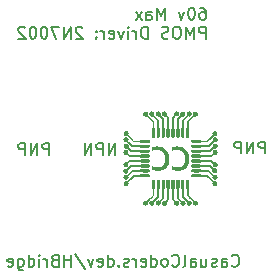
<source format=gbr>
%TF.GenerationSoftware,KiCad,Pcbnew,7.0.9*%
%TF.CreationDate,2023-12-30T10:40:08-05:00*%
%TF.ProjectId,DIY HBridge,44495920-4842-4726-9964-67652e6b6963,rev?*%
%TF.SameCoordinates,Original*%
%TF.FileFunction,Legend,Bot*%
%TF.FilePolarity,Positive*%
%FSLAX46Y46*%
G04 Gerber Fmt 4.6, Leading zero omitted, Abs format (unit mm)*
G04 Created by KiCad (PCBNEW 7.0.9) date 2023-12-30 10:40:08*
%MOMM*%
%LPD*%
G01*
G04 APERTURE LIST*
%ADD10C,0.150000*%
G04 APERTURE END LIST*
D10*
X88788713Y-63446819D02*
X88788713Y-62446819D01*
X88788713Y-62446819D02*
X88407761Y-62446819D01*
X88407761Y-62446819D02*
X88312523Y-62494438D01*
X88312523Y-62494438D02*
X88264904Y-62542057D01*
X88264904Y-62542057D02*
X88217285Y-62637295D01*
X88217285Y-62637295D02*
X88217285Y-62780152D01*
X88217285Y-62780152D02*
X88264904Y-62875390D01*
X88264904Y-62875390D02*
X88312523Y-62923009D01*
X88312523Y-62923009D02*
X88407761Y-62970628D01*
X88407761Y-62970628D02*
X88788713Y-62970628D01*
X87788713Y-63446819D02*
X87788713Y-62446819D01*
X87788713Y-62446819D02*
X87217285Y-63446819D01*
X87217285Y-63446819D02*
X87217285Y-62446819D01*
X86741094Y-63446819D02*
X86741094Y-62446819D01*
X86741094Y-62446819D02*
X86360142Y-62446819D01*
X86360142Y-62446819D02*
X86264904Y-62494438D01*
X86264904Y-62494438D02*
X86217285Y-62542057D01*
X86217285Y-62542057D02*
X86169666Y-62637295D01*
X86169666Y-62637295D02*
X86169666Y-62780152D01*
X86169666Y-62780152D02*
X86217285Y-62875390D01*
X86217285Y-62875390D02*
X86264904Y-62923009D01*
X86264904Y-62923009D02*
X86360142Y-62970628D01*
X86360142Y-62970628D02*
X86741094Y-62970628D01*
X76112523Y-63573819D02*
X76112523Y-62573819D01*
X76112523Y-62573819D02*
X75541095Y-63573819D01*
X75541095Y-63573819D02*
X75541095Y-62573819D01*
X75064904Y-63573819D02*
X75064904Y-62573819D01*
X75064904Y-62573819D02*
X74683952Y-62573819D01*
X74683952Y-62573819D02*
X74588714Y-62621438D01*
X74588714Y-62621438D02*
X74541095Y-62669057D01*
X74541095Y-62669057D02*
X74493476Y-62764295D01*
X74493476Y-62764295D02*
X74493476Y-62907152D01*
X74493476Y-62907152D02*
X74541095Y-63002390D01*
X74541095Y-63002390D02*
X74588714Y-63050009D01*
X74588714Y-63050009D02*
X74683952Y-63097628D01*
X74683952Y-63097628D02*
X75064904Y-63097628D01*
X74064904Y-63573819D02*
X74064904Y-62573819D01*
X74064904Y-62573819D02*
X73493476Y-63573819D01*
X73493476Y-63573819D02*
X73493476Y-62573819D01*
X83308649Y-51107819D02*
X83499125Y-51107819D01*
X83499125Y-51107819D02*
X83594363Y-51155438D01*
X83594363Y-51155438D02*
X83641982Y-51203057D01*
X83641982Y-51203057D02*
X83737220Y-51345914D01*
X83737220Y-51345914D02*
X83784839Y-51536390D01*
X83784839Y-51536390D02*
X83784839Y-51917342D01*
X83784839Y-51917342D02*
X83737220Y-52012580D01*
X83737220Y-52012580D02*
X83689601Y-52060200D01*
X83689601Y-52060200D02*
X83594363Y-52107819D01*
X83594363Y-52107819D02*
X83403887Y-52107819D01*
X83403887Y-52107819D02*
X83308649Y-52060200D01*
X83308649Y-52060200D02*
X83261030Y-52012580D01*
X83261030Y-52012580D02*
X83213411Y-51917342D01*
X83213411Y-51917342D02*
X83213411Y-51679247D01*
X83213411Y-51679247D02*
X83261030Y-51584009D01*
X83261030Y-51584009D02*
X83308649Y-51536390D01*
X83308649Y-51536390D02*
X83403887Y-51488771D01*
X83403887Y-51488771D02*
X83594363Y-51488771D01*
X83594363Y-51488771D02*
X83689601Y-51536390D01*
X83689601Y-51536390D02*
X83737220Y-51584009D01*
X83737220Y-51584009D02*
X83784839Y-51679247D01*
X82594363Y-51107819D02*
X82499125Y-51107819D01*
X82499125Y-51107819D02*
X82403887Y-51155438D01*
X82403887Y-51155438D02*
X82356268Y-51203057D01*
X82356268Y-51203057D02*
X82308649Y-51298295D01*
X82308649Y-51298295D02*
X82261030Y-51488771D01*
X82261030Y-51488771D02*
X82261030Y-51726866D01*
X82261030Y-51726866D02*
X82308649Y-51917342D01*
X82308649Y-51917342D02*
X82356268Y-52012580D01*
X82356268Y-52012580D02*
X82403887Y-52060200D01*
X82403887Y-52060200D02*
X82499125Y-52107819D01*
X82499125Y-52107819D02*
X82594363Y-52107819D01*
X82594363Y-52107819D02*
X82689601Y-52060200D01*
X82689601Y-52060200D02*
X82737220Y-52012580D01*
X82737220Y-52012580D02*
X82784839Y-51917342D01*
X82784839Y-51917342D02*
X82832458Y-51726866D01*
X82832458Y-51726866D02*
X82832458Y-51488771D01*
X82832458Y-51488771D02*
X82784839Y-51298295D01*
X82784839Y-51298295D02*
X82737220Y-51203057D01*
X82737220Y-51203057D02*
X82689601Y-51155438D01*
X82689601Y-51155438D02*
X82594363Y-51107819D01*
X81927696Y-51441152D02*
X81689601Y-52107819D01*
X81689601Y-52107819D02*
X81451506Y-51441152D01*
X80308648Y-52107819D02*
X80308648Y-51107819D01*
X80308648Y-51107819D02*
X79975315Y-51822104D01*
X79975315Y-51822104D02*
X79641982Y-51107819D01*
X79641982Y-51107819D02*
X79641982Y-52107819D01*
X78737220Y-52107819D02*
X78737220Y-51584009D01*
X78737220Y-51584009D02*
X78784839Y-51488771D01*
X78784839Y-51488771D02*
X78880077Y-51441152D01*
X78880077Y-51441152D02*
X79070553Y-51441152D01*
X79070553Y-51441152D02*
X79165791Y-51488771D01*
X78737220Y-52060200D02*
X78832458Y-52107819D01*
X78832458Y-52107819D02*
X79070553Y-52107819D01*
X79070553Y-52107819D02*
X79165791Y-52060200D01*
X79165791Y-52060200D02*
X79213410Y-51964961D01*
X79213410Y-51964961D02*
X79213410Y-51869723D01*
X79213410Y-51869723D02*
X79165791Y-51774485D01*
X79165791Y-51774485D02*
X79070553Y-51726866D01*
X79070553Y-51726866D02*
X78832458Y-51726866D01*
X78832458Y-51726866D02*
X78737220Y-51679247D01*
X78356267Y-52107819D02*
X77832458Y-51441152D01*
X78356267Y-51441152D02*
X77832458Y-52107819D01*
X83737220Y-53717819D02*
X83737220Y-52717819D01*
X83737220Y-52717819D02*
X83356268Y-52717819D01*
X83356268Y-52717819D02*
X83261030Y-52765438D01*
X83261030Y-52765438D02*
X83213411Y-52813057D01*
X83213411Y-52813057D02*
X83165792Y-52908295D01*
X83165792Y-52908295D02*
X83165792Y-53051152D01*
X83165792Y-53051152D02*
X83213411Y-53146390D01*
X83213411Y-53146390D02*
X83261030Y-53194009D01*
X83261030Y-53194009D02*
X83356268Y-53241628D01*
X83356268Y-53241628D02*
X83737220Y-53241628D01*
X82737220Y-53717819D02*
X82737220Y-52717819D01*
X82737220Y-52717819D02*
X82403887Y-53432104D01*
X82403887Y-53432104D02*
X82070554Y-52717819D01*
X82070554Y-52717819D02*
X82070554Y-53717819D01*
X81403887Y-52717819D02*
X81213411Y-52717819D01*
X81213411Y-52717819D02*
X81118173Y-52765438D01*
X81118173Y-52765438D02*
X81022935Y-52860676D01*
X81022935Y-52860676D02*
X80975316Y-53051152D01*
X80975316Y-53051152D02*
X80975316Y-53384485D01*
X80975316Y-53384485D02*
X81022935Y-53574961D01*
X81022935Y-53574961D02*
X81118173Y-53670200D01*
X81118173Y-53670200D02*
X81213411Y-53717819D01*
X81213411Y-53717819D02*
X81403887Y-53717819D01*
X81403887Y-53717819D02*
X81499125Y-53670200D01*
X81499125Y-53670200D02*
X81594363Y-53574961D01*
X81594363Y-53574961D02*
X81641982Y-53384485D01*
X81641982Y-53384485D02*
X81641982Y-53051152D01*
X81641982Y-53051152D02*
X81594363Y-52860676D01*
X81594363Y-52860676D02*
X81499125Y-52765438D01*
X81499125Y-52765438D02*
X81403887Y-52717819D01*
X80594363Y-53670200D02*
X80451506Y-53717819D01*
X80451506Y-53717819D02*
X80213411Y-53717819D01*
X80213411Y-53717819D02*
X80118173Y-53670200D01*
X80118173Y-53670200D02*
X80070554Y-53622580D01*
X80070554Y-53622580D02*
X80022935Y-53527342D01*
X80022935Y-53527342D02*
X80022935Y-53432104D01*
X80022935Y-53432104D02*
X80070554Y-53336866D01*
X80070554Y-53336866D02*
X80118173Y-53289247D01*
X80118173Y-53289247D02*
X80213411Y-53241628D01*
X80213411Y-53241628D02*
X80403887Y-53194009D01*
X80403887Y-53194009D02*
X80499125Y-53146390D01*
X80499125Y-53146390D02*
X80546744Y-53098771D01*
X80546744Y-53098771D02*
X80594363Y-53003533D01*
X80594363Y-53003533D02*
X80594363Y-52908295D01*
X80594363Y-52908295D02*
X80546744Y-52813057D01*
X80546744Y-52813057D02*
X80499125Y-52765438D01*
X80499125Y-52765438D02*
X80403887Y-52717819D01*
X80403887Y-52717819D02*
X80165792Y-52717819D01*
X80165792Y-52717819D02*
X80022935Y-52765438D01*
X78832458Y-53717819D02*
X78832458Y-52717819D01*
X78832458Y-52717819D02*
X78594363Y-52717819D01*
X78594363Y-52717819D02*
X78451506Y-52765438D01*
X78451506Y-52765438D02*
X78356268Y-52860676D01*
X78356268Y-52860676D02*
X78308649Y-52955914D01*
X78308649Y-52955914D02*
X78261030Y-53146390D01*
X78261030Y-53146390D02*
X78261030Y-53289247D01*
X78261030Y-53289247D02*
X78308649Y-53479723D01*
X78308649Y-53479723D02*
X78356268Y-53574961D01*
X78356268Y-53574961D02*
X78451506Y-53670200D01*
X78451506Y-53670200D02*
X78594363Y-53717819D01*
X78594363Y-53717819D02*
X78832458Y-53717819D01*
X77832458Y-53717819D02*
X77832458Y-53051152D01*
X77832458Y-53241628D02*
X77784839Y-53146390D01*
X77784839Y-53146390D02*
X77737220Y-53098771D01*
X77737220Y-53098771D02*
X77641982Y-53051152D01*
X77641982Y-53051152D02*
X77546744Y-53051152D01*
X77213410Y-53717819D02*
X77213410Y-53051152D01*
X77213410Y-52717819D02*
X77261029Y-52765438D01*
X77261029Y-52765438D02*
X77213410Y-52813057D01*
X77213410Y-52813057D02*
X77165791Y-52765438D01*
X77165791Y-52765438D02*
X77213410Y-52717819D01*
X77213410Y-52717819D02*
X77213410Y-52813057D01*
X76832458Y-53051152D02*
X76594363Y-53717819D01*
X76594363Y-53717819D02*
X76356268Y-53051152D01*
X75594363Y-53670200D02*
X75689601Y-53717819D01*
X75689601Y-53717819D02*
X75880077Y-53717819D01*
X75880077Y-53717819D02*
X75975315Y-53670200D01*
X75975315Y-53670200D02*
X76022934Y-53574961D01*
X76022934Y-53574961D02*
X76022934Y-53194009D01*
X76022934Y-53194009D02*
X75975315Y-53098771D01*
X75975315Y-53098771D02*
X75880077Y-53051152D01*
X75880077Y-53051152D02*
X75689601Y-53051152D01*
X75689601Y-53051152D02*
X75594363Y-53098771D01*
X75594363Y-53098771D02*
X75546744Y-53194009D01*
X75546744Y-53194009D02*
X75546744Y-53289247D01*
X75546744Y-53289247D02*
X76022934Y-53384485D01*
X75118172Y-53717819D02*
X75118172Y-53051152D01*
X75118172Y-53241628D02*
X75070553Y-53146390D01*
X75070553Y-53146390D02*
X75022934Y-53098771D01*
X75022934Y-53098771D02*
X74927696Y-53051152D01*
X74927696Y-53051152D02*
X74832458Y-53051152D01*
X74499124Y-53622580D02*
X74451505Y-53670200D01*
X74451505Y-53670200D02*
X74499124Y-53717819D01*
X74499124Y-53717819D02*
X74546743Y-53670200D01*
X74546743Y-53670200D02*
X74499124Y-53622580D01*
X74499124Y-53622580D02*
X74499124Y-53717819D01*
X74499124Y-53098771D02*
X74451505Y-53146390D01*
X74451505Y-53146390D02*
X74499124Y-53194009D01*
X74499124Y-53194009D02*
X74546743Y-53146390D01*
X74546743Y-53146390D02*
X74499124Y-53098771D01*
X74499124Y-53098771D02*
X74499124Y-53194009D01*
X73308648Y-52813057D02*
X73261029Y-52765438D01*
X73261029Y-52765438D02*
X73165791Y-52717819D01*
X73165791Y-52717819D02*
X72927696Y-52717819D01*
X72927696Y-52717819D02*
X72832458Y-52765438D01*
X72832458Y-52765438D02*
X72784839Y-52813057D01*
X72784839Y-52813057D02*
X72737220Y-52908295D01*
X72737220Y-52908295D02*
X72737220Y-53003533D01*
X72737220Y-53003533D02*
X72784839Y-53146390D01*
X72784839Y-53146390D02*
X73356267Y-53717819D01*
X73356267Y-53717819D02*
X72737220Y-53717819D01*
X72308648Y-53717819D02*
X72308648Y-52717819D01*
X72308648Y-52717819D02*
X71737220Y-53717819D01*
X71737220Y-53717819D02*
X71737220Y-52717819D01*
X71356267Y-52717819D02*
X70689601Y-52717819D01*
X70689601Y-52717819D02*
X71118172Y-53717819D01*
X70118172Y-52717819D02*
X70022934Y-52717819D01*
X70022934Y-52717819D02*
X69927696Y-52765438D01*
X69927696Y-52765438D02*
X69880077Y-52813057D01*
X69880077Y-52813057D02*
X69832458Y-52908295D01*
X69832458Y-52908295D02*
X69784839Y-53098771D01*
X69784839Y-53098771D02*
X69784839Y-53336866D01*
X69784839Y-53336866D02*
X69832458Y-53527342D01*
X69832458Y-53527342D02*
X69880077Y-53622580D01*
X69880077Y-53622580D02*
X69927696Y-53670200D01*
X69927696Y-53670200D02*
X70022934Y-53717819D01*
X70022934Y-53717819D02*
X70118172Y-53717819D01*
X70118172Y-53717819D02*
X70213410Y-53670200D01*
X70213410Y-53670200D02*
X70261029Y-53622580D01*
X70261029Y-53622580D02*
X70308648Y-53527342D01*
X70308648Y-53527342D02*
X70356267Y-53336866D01*
X70356267Y-53336866D02*
X70356267Y-53098771D01*
X70356267Y-53098771D02*
X70308648Y-52908295D01*
X70308648Y-52908295D02*
X70261029Y-52813057D01*
X70261029Y-52813057D02*
X70213410Y-52765438D01*
X70213410Y-52765438D02*
X70118172Y-52717819D01*
X69165791Y-52717819D02*
X69070553Y-52717819D01*
X69070553Y-52717819D02*
X68975315Y-52765438D01*
X68975315Y-52765438D02*
X68927696Y-52813057D01*
X68927696Y-52813057D02*
X68880077Y-52908295D01*
X68880077Y-52908295D02*
X68832458Y-53098771D01*
X68832458Y-53098771D02*
X68832458Y-53336866D01*
X68832458Y-53336866D02*
X68880077Y-53527342D01*
X68880077Y-53527342D02*
X68927696Y-53622580D01*
X68927696Y-53622580D02*
X68975315Y-53670200D01*
X68975315Y-53670200D02*
X69070553Y-53717819D01*
X69070553Y-53717819D02*
X69165791Y-53717819D01*
X69165791Y-53717819D02*
X69261029Y-53670200D01*
X69261029Y-53670200D02*
X69308648Y-53622580D01*
X69308648Y-53622580D02*
X69356267Y-53527342D01*
X69356267Y-53527342D02*
X69403886Y-53336866D01*
X69403886Y-53336866D02*
X69403886Y-53098771D01*
X69403886Y-53098771D02*
X69356267Y-52908295D01*
X69356267Y-52908295D02*
X69308648Y-52813057D01*
X69308648Y-52813057D02*
X69261029Y-52765438D01*
X69261029Y-52765438D02*
X69165791Y-52717819D01*
X68451505Y-52813057D02*
X68403886Y-52765438D01*
X68403886Y-52765438D02*
X68308648Y-52717819D01*
X68308648Y-52717819D02*
X68070553Y-52717819D01*
X68070553Y-52717819D02*
X67975315Y-52765438D01*
X67975315Y-52765438D02*
X67927696Y-52813057D01*
X67927696Y-52813057D02*
X67880077Y-52908295D01*
X67880077Y-52908295D02*
X67880077Y-53003533D01*
X67880077Y-53003533D02*
X67927696Y-53146390D01*
X67927696Y-53146390D02*
X68499124Y-53717819D01*
X68499124Y-53717819D02*
X67880077Y-53717819D01*
X70500713Y-63573819D02*
X70500713Y-62573819D01*
X70500713Y-62573819D02*
X70119761Y-62573819D01*
X70119761Y-62573819D02*
X70024523Y-62621438D01*
X70024523Y-62621438D02*
X69976904Y-62669057D01*
X69976904Y-62669057D02*
X69929285Y-62764295D01*
X69929285Y-62764295D02*
X69929285Y-62907152D01*
X69929285Y-62907152D02*
X69976904Y-63002390D01*
X69976904Y-63002390D02*
X70024523Y-63050009D01*
X70024523Y-63050009D02*
X70119761Y-63097628D01*
X70119761Y-63097628D02*
X70500713Y-63097628D01*
X69500713Y-63573819D02*
X69500713Y-62573819D01*
X69500713Y-62573819D02*
X68929285Y-63573819D01*
X68929285Y-63573819D02*
X68929285Y-62573819D01*
X68453094Y-63573819D02*
X68453094Y-62573819D01*
X68453094Y-62573819D02*
X68072142Y-62573819D01*
X68072142Y-62573819D02*
X67976904Y-62621438D01*
X67976904Y-62621438D02*
X67929285Y-62669057D01*
X67929285Y-62669057D02*
X67881666Y-62764295D01*
X67881666Y-62764295D02*
X67881666Y-62907152D01*
X67881666Y-62907152D02*
X67929285Y-63002390D01*
X67929285Y-63002390D02*
X67976904Y-63050009D01*
X67976904Y-63050009D02*
X68072142Y-63097628D01*
X68072142Y-63097628D02*
X68453094Y-63097628D01*
X85959792Y-72926580D02*
X86007411Y-72974200D01*
X86007411Y-72974200D02*
X86150268Y-73021819D01*
X86150268Y-73021819D02*
X86245506Y-73021819D01*
X86245506Y-73021819D02*
X86388363Y-72974200D01*
X86388363Y-72974200D02*
X86483601Y-72878961D01*
X86483601Y-72878961D02*
X86531220Y-72783723D01*
X86531220Y-72783723D02*
X86578839Y-72593247D01*
X86578839Y-72593247D02*
X86578839Y-72450390D01*
X86578839Y-72450390D02*
X86531220Y-72259914D01*
X86531220Y-72259914D02*
X86483601Y-72164676D01*
X86483601Y-72164676D02*
X86388363Y-72069438D01*
X86388363Y-72069438D02*
X86245506Y-72021819D01*
X86245506Y-72021819D02*
X86150268Y-72021819D01*
X86150268Y-72021819D02*
X86007411Y-72069438D01*
X86007411Y-72069438D02*
X85959792Y-72117057D01*
X85102649Y-73021819D02*
X85102649Y-72498009D01*
X85102649Y-72498009D02*
X85150268Y-72402771D01*
X85150268Y-72402771D02*
X85245506Y-72355152D01*
X85245506Y-72355152D02*
X85435982Y-72355152D01*
X85435982Y-72355152D02*
X85531220Y-72402771D01*
X85102649Y-72974200D02*
X85197887Y-73021819D01*
X85197887Y-73021819D02*
X85435982Y-73021819D01*
X85435982Y-73021819D02*
X85531220Y-72974200D01*
X85531220Y-72974200D02*
X85578839Y-72878961D01*
X85578839Y-72878961D02*
X85578839Y-72783723D01*
X85578839Y-72783723D02*
X85531220Y-72688485D01*
X85531220Y-72688485D02*
X85435982Y-72640866D01*
X85435982Y-72640866D02*
X85197887Y-72640866D01*
X85197887Y-72640866D02*
X85102649Y-72593247D01*
X84674077Y-72974200D02*
X84578839Y-73021819D01*
X84578839Y-73021819D02*
X84388363Y-73021819D01*
X84388363Y-73021819D02*
X84293125Y-72974200D01*
X84293125Y-72974200D02*
X84245506Y-72878961D01*
X84245506Y-72878961D02*
X84245506Y-72831342D01*
X84245506Y-72831342D02*
X84293125Y-72736104D01*
X84293125Y-72736104D02*
X84388363Y-72688485D01*
X84388363Y-72688485D02*
X84531220Y-72688485D01*
X84531220Y-72688485D02*
X84626458Y-72640866D01*
X84626458Y-72640866D02*
X84674077Y-72545628D01*
X84674077Y-72545628D02*
X84674077Y-72498009D01*
X84674077Y-72498009D02*
X84626458Y-72402771D01*
X84626458Y-72402771D02*
X84531220Y-72355152D01*
X84531220Y-72355152D02*
X84388363Y-72355152D01*
X84388363Y-72355152D02*
X84293125Y-72402771D01*
X83388363Y-72355152D02*
X83388363Y-73021819D01*
X83816934Y-72355152D02*
X83816934Y-72878961D01*
X83816934Y-72878961D02*
X83769315Y-72974200D01*
X83769315Y-72974200D02*
X83674077Y-73021819D01*
X83674077Y-73021819D02*
X83531220Y-73021819D01*
X83531220Y-73021819D02*
X83435982Y-72974200D01*
X83435982Y-72974200D02*
X83388363Y-72926580D01*
X82483601Y-73021819D02*
X82483601Y-72498009D01*
X82483601Y-72498009D02*
X82531220Y-72402771D01*
X82531220Y-72402771D02*
X82626458Y-72355152D01*
X82626458Y-72355152D02*
X82816934Y-72355152D01*
X82816934Y-72355152D02*
X82912172Y-72402771D01*
X82483601Y-72974200D02*
X82578839Y-73021819D01*
X82578839Y-73021819D02*
X82816934Y-73021819D01*
X82816934Y-73021819D02*
X82912172Y-72974200D01*
X82912172Y-72974200D02*
X82959791Y-72878961D01*
X82959791Y-72878961D02*
X82959791Y-72783723D01*
X82959791Y-72783723D02*
X82912172Y-72688485D01*
X82912172Y-72688485D02*
X82816934Y-72640866D01*
X82816934Y-72640866D02*
X82578839Y-72640866D01*
X82578839Y-72640866D02*
X82483601Y-72593247D01*
X81864553Y-73021819D02*
X81959791Y-72974200D01*
X81959791Y-72974200D02*
X82007410Y-72878961D01*
X82007410Y-72878961D02*
X82007410Y-72021819D01*
X80912172Y-72926580D02*
X80959791Y-72974200D01*
X80959791Y-72974200D02*
X81102648Y-73021819D01*
X81102648Y-73021819D02*
X81197886Y-73021819D01*
X81197886Y-73021819D02*
X81340743Y-72974200D01*
X81340743Y-72974200D02*
X81435981Y-72878961D01*
X81435981Y-72878961D02*
X81483600Y-72783723D01*
X81483600Y-72783723D02*
X81531219Y-72593247D01*
X81531219Y-72593247D02*
X81531219Y-72450390D01*
X81531219Y-72450390D02*
X81483600Y-72259914D01*
X81483600Y-72259914D02*
X81435981Y-72164676D01*
X81435981Y-72164676D02*
X81340743Y-72069438D01*
X81340743Y-72069438D02*
X81197886Y-72021819D01*
X81197886Y-72021819D02*
X81102648Y-72021819D01*
X81102648Y-72021819D02*
X80959791Y-72069438D01*
X80959791Y-72069438D02*
X80912172Y-72117057D01*
X80340743Y-73021819D02*
X80435981Y-72974200D01*
X80435981Y-72974200D02*
X80483600Y-72926580D01*
X80483600Y-72926580D02*
X80531219Y-72831342D01*
X80531219Y-72831342D02*
X80531219Y-72545628D01*
X80531219Y-72545628D02*
X80483600Y-72450390D01*
X80483600Y-72450390D02*
X80435981Y-72402771D01*
X80435981Y-72402771D02*
X80340743Y-72355152D01*
X80340743Y-72355152D02*
X80197886Y-72355152D01*
X80197886Y-72355152D02*
X80102648Y-72402771D01*
X80102648Y-72402771D02*
X80055029Y-72450390D01*
X80055029Y-72450390D02*
X80007410Y-72545628D01*
X80007410Y-72545628D02*
X80007410Y-72831342D01*
X80007410Y-72831342D02*
X80055029Y-72926580D01*
X80055029Y-72926580D02*
X80102648Y-72974200D01*
X80102648Y-72974200D02*
X80197886Y-73021819D01*
X80197886Y-73021819D02*
X80340743Y-73021819D01*
X79150267Y-73021819D02*
X79150267Y-72021819D01*
X79150267Y-72974200D02*
X79245505Y-73021819D01*
X79245505Y-73021819D02*
X79435981Y-73021819D01*
X79435981Y-73021819D02*
X79531219Y-72974200D01*
X79531219Y-72974200D02*
X79578838Y-72926580D01*
X79578838Y-72926580D02*
X79626457Y-72831342D01*
X79626457Y-72831342D02*
X79626457Y-72545628D01*
X79626457Y-72545628D02*
X79578838Y-72450390D01*
X79578838Y-72450390D02*
X79531219Y-72402771D01*
X79531219Y-72402771D02*
X79435981Y-72355152D01*
X79435981Y-72355152D02*
X79245505Y-72355152D01*
X79245505Y-72355152D02*
X79150267Y-72402771D01*
X78293124Y-72974200D02*
X78388362Y-73021819D01*
X78388362Y-73021819D02*
X78578838Y-73021819D01*
X78578838Y-73021819D02*
X78674076Y-72974200D01*
X78674076Y-72974200D02*
X78721695Y-72878961D01*
X78721695Y-72878961D02*
X78721695Y-72498009D01*
X78721695Y-72498009D02*
X78674076Y-72402771D01*
X78674076Y-72402771D02*
X78578838Y-72355152D01*
X78578838Y-72355152D02*
X78388362Y-72355152D01*
X78388362Y-72355152D02*
X78293124Y-72402771D01*
X78293124Y-72402771D02*
X78245505Y-72498009D01*
X78245505Y-72498009D02*
X78245505Y-72593247D01*
X78245505Y-72593247D02*
X78721695Y-72688485D01*
X77816933Y-73021819D02*
X77816933Y-72355152D01*
X77816933Y-72545628D02*
X77769314Y-72450390D01*
X77769314Y-72450390D02*
X77721695Y-72402771D01*
X77721695Y-72402771D02*
X77626457Y-72355152D01*
X77626457Y-72355152D02*
X77531219Y-72355152D01*
X77245504Y-72974200D02*
X77150266Y-73021819D01*
X77150266Y-73021819D02*
X76959790Y-73021819D01*
X76959790Y-73021819D02*
X76864552Y-72974200D01*
X76864552Y-72974200D02*
X76816933Y-72878961D01*
X76816933Y-72878961D02*
X76816933Y-72831342D01*
X76816933Y-72831342D02*
X76864552Y-72736104D01*
X76864552Y-72736104D02*
X76959790Y-72688485D01*
X76959790Y-72688485D02*
X77102647Y-72688485D01*
X77102647Y-72688485D02*
X77197885Y-72640866D01*
X77197885Y-72640866D02*
X77245504Y-72545628D01*
X77245504Y-72545628D02*
X77245504Y-72498009D01*
X77245504Y-72498009D02*
X77197885Y-72402771D01*
X77197885Y-72402771D02*
X77102647Y-72355152D01*
X77102647Y-72355152D02*
X76959790Y-72355152D01*
X76959790Y-72355152D02*
X76864552Y-72402771D01*
X76388361Y-72926580D02*
X76340742Y-72974200D01*
X76340742Y-72974200D02*
X76388361Y-73021819D01*
X76388361Y-73021819D02*
X76435980Y-72974200D01*
X76435980Y-72974200D02*
X76388361Y-72926580D01*
X76388361Y-72926580D02*
X76388361Y-73021819D01*
X75483600Y-73021819D02*
X75483600Y-72021819D01*
X75483600Y-72974200D02*
X75578838Y-73021819D01*
X75578838Y-73021819D02*
X75769314Y-73021819D01*
X75769314Y-73021819D02*
X75864552Y-72974200D01*
X75864552Y-72974200D02*
X75912171Y-72926580D01*
X75912171Y-72926580D02*
X75959790Y-72831342D01*
X75959790Y-72831342D02*
X75959790Y-72545628D01*
X75959790Y-72545628D02*
X75912171Y-72450390D01*
X75912171Y-72450390D02*
X75864552Y-72402771D01*
X75864552Y-72402771D02*
X75769314Y-72355152D01*
X75769314Y-72355152D02*
X75578838Y-72355152D01*
X75578838Y-72355152D02*
X75483600Y-72402771D01*
X74626457Y-72974200D02*
X74721695Y-73021819D01*
X74721695Y-73021819D02*
X74912171Y-73021819D01*
X74912171Y-73021819D02*
X75007409Y-72974200D01*
X75007409Y-72974200D02*
X75055028Y-72878961D01*
X75055028Y-72878961D02*
X75055028Y-72498009D01*
X75055028Y-72498009D02*
X75007409Y-72402771D01*
X75007409Y-72402771D02*
X74912171Y-72355152D01*
X74912171Y-72355152D02*
X74721695Y-72355152D01*
X74721695Y-72355152D02*
X74626457Y-72402771D01*
X74626457Y-72402771D02*
X74578838Y-72498009D01*
X74578838Y-72498009D02*
X74578838Y-72593247D01*
X74578838Y-72593247D02*
X75055028Y-72688485D01*
X74245504Y-72355152D02*
X74007409Y-73021819D01*
X74007409Y-73021819D02*
X73769314Y-72355152D01*
X72674076Y-71974200D02*
X73531218Y-73259914D01*
X72340742Y-73021819D02*
X72340742Y-72021819D01*
X72340742Y-72498009D02*
X71769314Y-72498009D01*
X71769314Y-73021819D02*
X71769314Y-72021819D01*
X70959790Y-72498009D02*
X70816933Y-72545628D01*
X70816933Y-72545628D02*
X70769314Y-72593247D01*
X70769314Y-72593247D02*
X70721695Y-72688485D01*
X70721695Y-72688485D02*
X70721695Y-72831342D01*
X70721695Y-72831342D02*
X70769314Y-72926580D01*
X70769314Y-72926580D02*
X70816933Y-72974200D01*
X70816933Y-72974200D02*
X70912171Y-73021819D01*
X70912171Y-73021819D02*
X71293123Y-73021819D01*
X71293123Y-73021819D02*
X71293123Y-72021819D01*
X71293123Y-72021819D02*
X70959790Y-72021819D01*
X70959790Y-72021819D02*
X70864552Y-72069438D01*
X70864552Y-72069438D02*
X70816933Y-72117057D01*
X70816933Y-72117057D02*
X70769314Y-72212295D01*
X70769314Y-72212295D02*
X70769314Y-72307533D01*
X70769314Y-72307533D02*
X70816933Y-72402771D01*
X70816933Y-72402771D02*
X70864552Y-72450390D01*
X70864552Y-72450390D02*
X70959790Y-72498009D01*
X70959790Y-72498009D02*
X71293123Y-72498009D01*
X70293123Y-73021819D02*
X70293123Y-72355152D01*
X70293123Y-72545628D02*
X70245504Y-72450390D01*
X70245504Y-72450390D02*
X70197885Y-72402771D01*
X70197885Y-72402771D02*
X70102647Y-72355152D01*
X70102647Y-72355152D02*
X70007409Y-72355152D01*
X69674075Y-73021819D02*
X69674075Y-72355152D01*
X69674075Y-72021819D02*
X69721694Y-72069438D01*
X69721694Y-72069438D02*
X69674075Y-72117057D01*
X69674075Y-72117057D02*
X69626456Y-72069438D01*
X69626456Y-72069438D02*
X69674075Y-72021819D01*
X69674075Y-72021819D02*
X69674075Y-72117057D01*
X68769314Y-73021819D02*
X68769314Y-72021819D01*
X68769314Y-72974200D02*
X68864552Y-73021819D01*
X68864552Y-73021819D02*
X69055028Y-73021819D01*
X69055028Y-73021819D02*
X69150266Y-72974200D01*
X69150266Y-72974200D02*
X69197885Y-72926580D01*
X69197885Y-72926580D02*
X69245504Y-72831342D01*
X69245504Y-72831342D02*
X69245504Y-72545628D01*
X69245504Y-72545628D02*
X69197885Y-72450390D01*
X69197885Y-72450390D02*
X69150266Y-72402771D01*
X69150266Y-72402771D02*
X69055028Y-72355152D01*
X69055028Y-72355152D02*
X68864552Y-72355152D01*
X68864552Y-72355152D02*
X68769314Y-72402771D01*
X67864552Y-72355152D02*
X67864552Y-73164676D01*
X67864552Y-73164676D02*
X67912171Y-73259914D01*
X67912171Y-73259914D02*
X67959790Y-73307533D01*
X67959790Y-73307533D02*
X68055028Y-73355152D01*
X68055028Y-73355152D02*
X68197885Y-73355152D01*
X68197885Y-73355152D02*
X68293123Y-73307533D01*
X67864552Y-72974200D02*
X67959790Y-73021819D01*
X67959790Y-73021819D02*
X68150266Y-73021819D01*
X68150266Y-73021819D02*
X68245504Y-72974200D01*
X68245504Y-72974200D02*
X68293123Y-72926580D01*
X68293123Y-72926580D02*
X68340742Y-72831342D01*
X68340742Y-72831342D02*
X68340742Y-72545628D01*
X68340742Y-72545628D02*
X68293123Y-72450390D01*
X68293123Y-72450390D02*
X68245504Y-72402771D01*
X68245504Y-72402771D02*
X68150266Y-72355152D01*
X68150266Y-72355152D02*
X67959790Y-72355152D01*
X67959790Y-72355152D02*
X67864552Y-72402771D01*
X67007409Y-72974200D02*
X67102647Y-73021819D01*
X67102647Y-73021819D02*
X67293123Y-73021819D01*
X67293123Y-73021819D02*
X67388361Y-72974200D01*
X67388361Y-72974200D02*
X67435980Y-72878961D01*
X67435980Y-72878961D02*
X67435980Y-72498009D01*
X67435980Y-72498009D02*
X67388361Y-72402771D01*
X67388361Y-72402771D02*
X67293123Y-72355152D01*
X67293123Y-72355152D02*
X67102647Y-72355152D01*
X67102647Y-72355152D02*
X67007409Y-72402771D01*
X67007409Y-72402771D02*
X66959790Y-72498009D01*
X66959790Y-72498009D02*
X66959790Y-72593247D01*
X66959790Y-72593247D02*
X67435980Y-72688485D01*
%TO.C,G\u002A\u002A\u002A*%
G36*
X81367564Y-62850059D02*
G01*
X81387101Y-62850325D01*
X81404081Y-62850790D01*
X81417833Y-62851461D01*
X81427407Y-62852120D01*
X81492848Y-62858580D01*
X81556203Y-62868318D01*
X81617536Y-62881354D01*
X81676910Y-62897706D01*
X81734390Y-62917393D01*
X81790037Y-62940436D01*
X81843917Y-62966854D01*
X81896093Y-62996665D01*
X81907197Y-63003591D01*
X81955890Y-63036631D01*
X82003046Y-63072978D01*
X82048301Y-63112283D01*
X82091293Y-63154195D01*
X82131660Y-63198368D01*
X82169037Y-63244451D01*
X82203064Y-63292096D01*
X82226573Y-63329127D01*
X82255206Y-63380063D01*
X82280736Y-63432835D01*
X82303206Y-63487570D01*
X82322655Y-63544392D01*
X82339128Y-63603426D01*
X82352664Y-63664798D01*
X82363307Y-63728633D01*
X82371099Y-63795057D01*
X82372087Y-63807754D01*
X82373032Y-63825409D01*
X82373770Y-63845678D01*
X82374300Y-63867910D01*
X82374624Y-63891452D01*
X82374740Y-63915655D01*
X82374648Y-63939865D01*
X82374350Y-63963432D01*
X82373845Y-63985704D01*
X82373132Y-64006030D01*
X82372212Y-64023758D01*
X82371086Y-64038236D01*
X82367897Y-64068153D01*
X82360484Y-64122829D01*
X82351227Y-64174679D01*
X82340002Y-64224174D01*
X82326684Y-64271781D01*
X82311150Y-64317969D01*
X82293273Y-64363208D01*
X82272931Y-64407965D01*
X82263340Y-64427225D01*
X82234684Y-64478991D01*
X82203018Y-64528282D01*
X82168290Y-64575167D01*
X82130452Y-64619718D01*
X82089450Y-64662004D01*
X82065711Y-64684129D01*
X82021437Y-64721317D01*
X81975111Y-64755182D01*
X81926735Y-64785723D01*
X81876313Y-64812940D01*
X81823849Y-64836830D01*
X81769346Y-64857392D01*
X81712808Y-64874624D01*
X81654239Y-64888526D01*
X81593642Y-64899095D01*
X81531021Y-64906331D01*
X81466379Y-64910231D01*
X81456464Y-64910558D01*
X81445820Y-64910864D01*
X81436065Y-64911071D01*
X81426600Y-64911173D01*
X81416826Y-64911168D01*
X81406143Y-64911050D01*
X81393954Y-64910816D01*
X81379657Y-64910461D01*
X81362655Y-64909982D01*
X81342348Y-64909373D01*
X81301812Y-64907523D01*
X81243240Y-64902669D01*
X81185489Y-64895331D01*
X81128931Y-64885591D01*
X81073935Y-64873534D01*
X81020872Y-64859244D01*
X80970113Y-64842805D01*
X80922028Y-64824301D01*
X80876987Y-64803816D01*
X80857943Y-64794403D01*
X80857943Y-64640704D01*
X80857943Y-64487004D01*
X80883824Y-64502441D01*
X80927763Y-64526695D01*
X80977064Y-64549698D01*
X81028461Y-64569537D01*
X81081769Y-64586149D01*
X81136803Y-64599470D01*
X81193377Y-64609435D01*
X81239634Y-64615011D01*
X81286502Y-64618537D01*
X81333278Y-64620015D01*
X81379309Y-64619452D01*
X81423944Y-64616856D01*
X81466532Y-64612235D01*
X81506421Y-64605598D01*
X81530341Y-64600409D01*
X81579075Y-64587093D01*
X81625732Y-64570521D01*
X81670265Y-64550715D01*
X81712622Y-64527698D01*
X81752757Y-64501493D01*
X81790618Y-64472124D01*
X81797002Y-64466567D01*
X81807850Y-64456611D01*
X81819896Y-64445092D01*
X81832324Y-64432820D01*
X81844319Y-64420606D01*
X81855064Y-64409258D01*
X81863743Y-64399586D01*
X81868915Y-64393500D01*
X81899029Y-64354576D01*
X81925999Y-64313344D01*
X81949820Y-64269820D01*
X81970486Y-64224024D01*
X81987992Y-64175971D01*
X82002332Y-64125680D01*
X82013499Y-64073169D01*
X82021489Y-64018454D01*
X82026295Y-63961554D01*
X82027911Y-63902485D01*
X82027911Y-63902223D01*
X82026342Y-63841581D01*
X82021618Y-63783229D01*
X82013733Y-63727145D01*
X82002681Y-63673308D01*
X81988456Y-63621696D01*
X81971052Y-63572287D01*
X81950463Y-63525059D01*
X81926683Y-63479991D01*
X81899706Y-63437061D01*
X81877448Y-63406359D01*
X81845367Y-63367711D01*
X81810606Y-63331649D01*
X81773387Y-63298353D01*
X81733930Y-63268002D01*
X81692456Y-63240776D01*
X81649185Y-63216854D01*
X81604337Y-63196417D01*
X81580195Y-63187103D01*
X81532667Y-63171769D01*
X81483314Y-63159550D01*
X81432478Y-63150439D01*
X81380502Y-63144430D01*
X81327726Y-63141519D01*
X81274493Y-63141699D01*
X81221145Y-63144965D01*
X81168023Y-63151309D01*
X81115469Y-63160728D01*
X81063826Y-63173214D01*
X81013435Y-63188762D01*
X80964637Y-63207366D01*
X80958343Y-63210068D01*
X80944212Y-63216431D01*
X80928741Y-63223711D01*
X80912919Y-63231421D01*
X80897734Y-63239078D01*
X80884174Y-63246194D01*
X80873228Y-63252284D01*
X80871860Y-63253076D01*
X80865741Y-63256527D01*
X80861176Y-63258952D01*
X80859067Y-63259868D01*
X80858953Y-63259013D01*
X80858787Y-63254659D01*
X80858631Y-63246874D01*
X80858486Y-63235943D01*
X80858353Y-63222149D01*
X80858236Y-63205778D01*
X80858136Y-63187115D01*
X80858054Y-63166444D01*
X80857994Y-63144051D01*
X80857956Y-63120220D01*
X80857943Y-63095236D01*
X80857943Y-62930605D01*
X80876987Y-62923075D01*
X80889733Y-62918155D01*
X80934276Y-62902755D01*
X80980932Y-62889348D01*
X81029983Y-62877872D01*
X81081710Y-62868267D01*
X81136397Y-62860472D01*
X81194325Y-62854426D01*
X81199853Y-62853981D01*
X81215656Y-62852986D01*
X81234277Y-62852117D01*
X81255045Y-62851383D01*
X81277287Y-62850794D01*
X81300332Y-62850358D01*
X81323508Y-62850084D01*
X81346142Y-62849982D01*
X81367564Y-62850059D01*
G37*
G36*
X79678007Y-62850059D02*
G01*
X79697544Y-62850325D01*
X79714524Y-62850790D01*
X79728276Y-62851461D01*
X79737850Y-62852120D01*
X79803291Y-62858580D01*
X79866646Y-62868318D01*
X79927979Y-62881354D01*
X79987353Y-62897706D01*
X80044833Y-62917393D01*
X80100480Y-62940436D01*
X80154360Y-62966854D01*
X80206536Y-62996665D01*
X80217640Y-63003591D01*
X80266333Y-63036631D01*
X80313489Y-63072978D01*
X80358744Y-63112283D01*
X80401736Y-63154195D01*
X80442102Y-63198368D01*
X80479480Y-63244451D01*
X80513507Y-63292096D01*
X80537016Y-63329127D01*
X80565649Y-63380063D01*
X80591179Y-63432835D01*
X80613648Y-63487570D01*
X80633098Y-63544392D01*
X80649571Y-63603426D01*
X80663107Y-63664798D01*
X80673750Y-63728633D01*
X80681542Y-63795057D01*
X80682530Y-63807754D01*
X80683475Y-63825409D01*
X80684213Y-63845678D01*
X80684743Y-63867910D01*
X80685066Y-63891452D01*
X80685182Y-63915655D01*
X80685091Y-63939865D01*
X80684793Y-63963432D01*
X80684287Y-63985704D01*
X80683575Y-64006030D01*
X80682655Y-64023758D01*
X80681529Y-64038236D01*
X80678340Y-64068153D01*
X80670927Y-64122829D01*
X80661670Y-64174679D01*
X80650445Y-64224174D01*
X80637127Y-64271781D01*
X80621593Y-64317969D01*
X80603716Y-64363208D01*
X80583374Y-64407965D01*
X80573783Y-64427225D01*
X80545127Y-64478991D01*
X80513460Y-64528282D01*
X80478733Y-64575167D01*
X80440894Y-64619718D01*
X80399893Y-64662004D01*
X80376154Y-64684129D01*
X80331880Y-64721317D01*
X80285554Y-64755182D01*
X80237178Y-64785723D01*
X80186756Y-64812940D01*
X80134292Y-64836830D01*
X80079789Y-64857392D01*
X80023251Y-64874624D01*
X79964682Y-64888526D01*
X79904085Y-64899095D01*
X79841464Y-64906331D01*
X79776822Y-64910231D01*
X79766907Y-64910558D01*
X79756263Y-64910864D01*
X79746507Y-64911071D01*
X79737043Y-64911173D01*
X79727268Y-64911168D01*
X79716586Y-64911050D01*
X79704397Y-64910816D01*
X79690100Y-64910461D01*
X79673098Y-64909982D01*
X79652791Y-64909373D01*
X79612255Y-64907523D01*
X79553683Y-64902669D01*
X79495932Y-64895331D01*
X79439374Y-64885591D01*
X79384378Y-64873534D01*
X79331315Y-64859244D01*
X79280556Y-64842805D01*
X79232471Y-64824301D01*
X79187430Y-64803816D01*
X79168386Y-64794403D01*
X79168386Y-64640704D01*
X79168386Y-64487004D01*
X79194267Y-64502441D01*
X79238206Y-64526695D01*
X79287507Y-64549698D01*
X79338904Y-64569537D01*
X79392212Y-64586149D01*
X79447246Y-64599470D01*
X79503820Y-64609435D01*
X79550077Y-64615011D01*
X79596945Y-64618537D01*
X79643721Y-64620015D01*
X79689752Y-64619452D01*
X79734387Y-64616856D01*
X79776975Y-64612235D01*
X79816864Y-64605598D01*
X79840784Y-64600409D01*
X79889518Y-64587093D01*
X79936175Y-64570521D01*
X79980708Y-64550715D01*
X80023065Y-64527698D01*
X80063199Y-64501493D01*
X80101061Y-64472124D01*
X80107445Y-64466567D01*
X80118293Y-64456611D01*
X80130339Y-64445092D01*
X80142767Y-64432820D01*
X80154762Y-64420606D01*
X80165507Y-64409258D01*
X80174185Y-64399586D01*
X80179358Y-64393500D01*
X80209472Y-64354576D01*
X80236442Y-64313344D01*
X80260263Y-64269820D01*
X80280929Y-64224024D01*
X80298435Y-64175971D01*
X80312775Y-64125680D01*
X80323942Y-64073169D01*
X80331932Y-64018454D01*
X80336737Y-63961554D01*
X80338354Y-63902485D01*
X80338354Y-63902223D01*
X80336785Y-63841581D01*
X80332061Y-63783229D01*
X80324176Y-63727145D01*
X80313124Y-63673308D01*
X80298899Y-63621696D01*
X80281495Y-63572287D01*
X80260906Y-63525059D01*
X80237126Y-63479991D01*
X80210149Y-63437061D01*
X80187891Y-63406359D01*
X80155809Y-63367711D01*
X80121049Y-63331649D01*
X80083830Y-63298353D01*
X80044373Y-63268002D01*
X80002899Y-63240776D01*
X79959628Y-63216854D01*
X79914780Y-63196417D01*
X79890638Y-63187103D01*
X79843110Y-63171769D01*
X79793757Y-63159550D01*
X79742921Y-63150439D01*
X79690944Y-63144430D01*
X79638169Y-63141519D01*
X79584936Y-63141699D01*
X79531587Y-63144965D01*
X79478466Y-63151309D01*
X79425912Y-63160728D01*
X79374269Y-63173214D01*
X79323878Y-63188762D01*
X79275080Y-63207366D01*
X79268786Y-63210068D01*
X79254655Y-63216431D01*
X79239184Y-63223711D01*
X79223362Y-63231421D01*
X79208177Y-63239078D01*
X79194617Y-63246194D01*
X79183671Y-63252284D01*
X79182303Y-63253076D01*
X79176184Y-63256527D01*
X79171618Y-63258952D01*
X79169510Y-63259868D01*
X79169396Y-63259013D01*
X79169230Y-63254659D01*
X79169074Y-63246874D01*
X79168928Y-63235943D01*
X79168796Y-63222149D01*
X79168679Y-63205778D01*
X79168579Y-63187115D01*
X79168497Y-63166444D01*
X79168437Y-63144051D01*
X79168399Y-63120220D01*
X79168386Y-63095236D01*
X79168386Y-62930605D01*
X79187430Y-62923075D01*
X79200176Y-62918155D01*
X79244719Y-62902755D01*
X79291375Y-62889348D01*
X79340426Y-62877872D01*
X79392153Y-62868267D01*
X79446840Y-62860472D01*
X79504768Y-62854426D01*
X79510296Y-62853981D01*
X79526099Y-62852986D01*
X79544720Y-62852117D01*
X79565487Y-62851383D01*
X79587730Y-62850794D01*
X79610775Y-62850358D01*
X79633951Y-62850084D01*
X79656585Y-62849982D01*
X79678007Y-62850059D01*
G37*
G36*
X83298868Y-64372771D02*
G01*
X83298931Y-64372821D01*
X83304381Y-64376546D01*
X83309754Y-64379310D01*
X83313510Y-64381267D01*
X83315126Y-64383110D01*
X83315445Y-64383981D01*
X83317724Y-64387246D01*
X83321474Y-64391571D01*
X83325145Y-64395557D01*
X83331135Y-64402746D01*
X83334964Y-64408844D01*
X83337185Y-64414836D01*
X83338350Y-64421712D01*
X83339541Y-64432791D01*
X83739580Y-64433768D01*
X84139618Y-64434745D01*
X84142925Y-64438931D01*
X84146058Y-64441879D01*
X84150953Y-64444538D01*
X84151770Y-64445092D01*
X84155264Y-64448134D01*
X84161208Y-64453651D01*
X84169412Y-64461455D01*
X84179681Y-64471356D01*
X84191823Y-64483166D01*
X84205644Y-64496697D01*
X84220952Y-64511759D01*
X84237553Y-64528164D01*
X84255255Y-64545724D01*
X84273865Y-64564249D01*
X84293188Y-64583552D01*
X84314176Y-64604549D01*
X84334289Y-64624659D01*
X84351964Y-64642311D01*
X84367367Y-64657661D01*
X84380667Y-64670868D01*
X84392029Y-64682091D01*
X84401621Y-64691488D01*
X84409610Y-64699217D01*
X84416163Y-64705437D01*
X84421446Y-64710306D01*
X84425627Y-64713982D01*
X84428873Y-64716624D01*
X84431350Y-64718390D01*
X84433226Y-64719438D01*
X84434667Y-64719927D01*
X84435841Y-64720015D01*
X84436914Y-64719861D01*
X84441940Y-64718131D01*
X84445347Y-64715756D01*
X84446651Y-64714508D01*
X84452141Y-64711774D01*
X84459836Y-64709882D01*
X84468533Y-64709176D01*
X84468974Y-64709170D01*
X84476634Y-64707854D01*
X84484172Y-64704781D01*
X84485533Y-64704033D01*
X84488663Y-64702597D01*
X84492179Y-64701595D01*
X84496785Y-64700950D01*
X84503186Y-64700585D01*
X84512084Y-64700423D01*
X84524184Y-64700386D01*
X84529676Y-64700391D01*
X84540352Y-64700471D01*
X84548121Y-64700708D01*
X84553686Y-64701181D01*
X84557751Y-64701965D01*
X84561020Y-64703140D01*
X84564197Y-64704781D01*
X84564781Y-64705100D01*
X84572354Y-64708027D01*
X84579823Y-64709186D01*
X84580396Y-64709191D01*
X84588156Y-64709852D01*
X84595343Y-64711417D01*
X84600845Y-64713569D01*
X84603552Y-64715988D01*
X84603974Y-64716608D01*
X84607315Y-64718558D01*
X84612547Y-64719997D01*
X84613769Y-64720244D01*
X84620080Y-64722534D01*
X84624932Y-64725756D01*
X84625088Y-64725909D01*
X84630237Y-64729323D01*
X84636352Y-64731482D01*
X84641842Y-64733461D01*
X84646380Y-64737403D01*
X84649462Y-64740676D01*
X84654048Y-64743176D01*
X84657195Y-64744693D01*
X84659842Y-64747949D01*
X84661657Y-64750744D01*
X84665663Y-64753685D01*
X84668917Y-64755918D01*
X84671550Y-64759630D01*
X84672841Y-64761884D01*
X84676579Y-64764443D01*
X84679592Y-64766382D01*
X84682325Y-64770514D01*
X84684449Y-64773948D01*
X84687334Y-64775586D01*
X84687396Y-64775587D01*
X84690134Y-64777322D01*
X84692428Y-64781366D01*
X84694885Y-64785743D01*
X84698087Y-64788302D01*
X84700518Y-64789837D01*
X84703074Y-64793753D01*
X84703173Y-64794050D01*
X84705511Y-64798625D01*
X84709034Y-64803570D01*
X84709261Y-64803846D01*
X84712765Y-64809177D01*
X84714930Y-64814313D01*
X84716838Y-64818752D01*
X84720488Y-64823556D01*
X84723952Y-64828977D01*
X84726171Y-64838206D01*
X84726221Y-64838570D01*
X84728377Y-64847384D01*
X84731844Y-64853381D01*
X84732593Y-64854213D01*
X84733724Y-64855821D01*
X84734596Y-64857965D01*
X84735249Y-64861126D01*
X84735728Y-64865787D01*
X84736073Y-64872428D01*
X84736328Y-64881531D01*
X84736535Y-64893577D01*
X84736736Y-64909049D01*
X84736828Y-64917226D01*
X84736943Y-64933819D01*
X84736887Y-64947103D01*
X84736629Y-64957497D01*
X84736136Y-64965418D01*
X84735376Y-64971285D01*
X84734316Y-64975516D01*
X84732923Y-64978528D01*
X84731165Y-64980740D01*
X84730115Y-64982087D01*
X84727718Y-64987490D01*
X84726148Y-64994449D01*
X84725840Y-64996374D01*
X84723649Y-65003981D01*
X84720507Y-65009664D01*
X84717118Y-65014765D01*
X84714998Y-65019780D01*
X84713300Y-65023953D01*
X84709928Y-65028859D01*
X84709580Y-65029247D01*
X84706133Y-65034187D01*
X84703115Y-65040051D01*
X84702515Y-65041376D01*
X84699924Y-65045447D01*
X84697574Y-65047087D01*
X84697467Y-65047092D01*
X84695023Y-65048887D01*
X84692761Y-65052947D01*
X84692676Y-65053167D01*
X84690263Y-65057157D01*
X84687582Y-65058806D01*
X84685417Y-65059781D01*
X84683234Y-65063201D01*
X84682007Y-65065680D01*
X84678226Y-65070420D01*
X84673246Y-65075117D01*
X84668228Y-65078728D01*
X84664330Y-65080211D01*
X84662514Y-65080714D01*
X84660912Y-65083288D01*
X84660793Y-65083921D01*
X84658513Y-65087000D01*
X84654250Y-65090214D01*
X84653097Y-65090926D01*
X84648807Y-65094172D01*
X84646540Y-65096875D01*
X84646056Y-65097598D01*
X84642671Y-65099926D01*
X84637461Y-65102012D01*
X84635620Y-65102634D01*
X84630549Y-65105123D01*
X84627655Y-65107733D01*
X84626719Y-65108821D01*
X84622596Y-65111304D01*
X84616850Y-65113322D01*
X84614539Y-65113977D01*
X84607808Y-65116554D01*
X84602625Y-65119420D01*
X84601019Y-65120415D01*
X84594067Y-65122921D01*
X84584735Y-65124491D01*
X84578442Y-65125381D01*
X84572464Y-65126808D01*
X84569011Y-65128357D01*
X84568411Y-65128812D01*
X84564005Y-65131014D01*
X84558268Y-65132882D01*
X84554831Y-65133467D01*
X84547373Y-65134065D01*
X84537826Y-65134368D01*
X84527048Y-65134396D01*
X84515893Y-65134169D01*
X84505218Y-65133708D01*
X84495879Y-65133033D01*
X84488731Y-65132165D01*
X84484631Y-65131124D01*
X84484600Y-65131108D01*
X84480827Y-65128778D01*
X84479260Y-65126856D01*
X84479140Y-65126560D01*
X84476646Y-65125573D01*
X84471935Y-65125132D01*
X84466383Y-65124890D01*
X84456659Y-65123470D01*
X84449211Y-65120981D01*
X84444829Y-65117641D01*
X84441437Y-65114696D01*
X84435112Y-65113497D01*
X84430188Y-65112816D01*
X84423668Y-65108867D01*
X84418993Y-65105281D01*
X84413913Y-65102951D01*
X84412851Y-65102609D01*
X84407804Y-65099880D01*
X84402717Y-65095862D01*
X84401201Y-65094486D01*
X84396950Y-65091322D01*
X84393962Y-65090058D01*
X84391646Y-65088870D01*
X84389130Y-65085341D01*
X84386851Y-65082073D01*
X84383168Y-65079626D01*
X84380784Y-65078311D01*
X84378289Y-65074556D01*
X84376593Y-65071752D01*
X84372557Y-65069312D01*
X84369584Y-65067806D01*
X84366719Y-65063474D01*
X84365332Y-65060466D01*
X84362875Y-65058806D01*
X84362770Y-65058802D01*
X84359906Y-65057160D01*
X84356786Y-65053435D01*
X84353640Y-65049183D01*
X84350867Y-65046494D01*
X84350248Y-65045990D01*
X84347543Y-65042562D01*
X84344615Y-65037574D01*
X84343831Y-65036101D01*
X84340674Y-65031045D01*
X84337945Y-65027800D01*
X84337441Y-65027290D01*
X84335268Y-65023249D01*
X84333724Y-65017676D01*
X84333398Y-65015996D01*
X84332071Y-65011698D01*
X84330692Y-65009975D01*
X84328574Y-65008471D01*
X84326078Y-65004051D01*
X84323806Y-64997713D01*
X84322197Y-64990465D01*
X84321799Y-64988436D01*
X84319555Y-64981958D01*
X84316554Y-64977126D01*
X84315308Y-64975679D01*
X84314211Y-64973806D01*
X84313391Y-64971173D01*
X84312796Y-64967258D01*
X84312372Y-64961535D01*
X84312067Y-64953480D01*
X84311826Y-64942567D01*
X84311597Y-64928273D01*
X84311455Y-64917018D01*
X84311387Y-64900214D01*
X84311576Y-64886712D01*
X84312050Y-64876131D01*
X84312840Y-64868089D01*
X84313978Y-64862207D01*
X84315493Y-64858102D01*
X84317415Y-64855394D01*
X84319641Y-64851967D01*
X84321702Y-64845384D01*
X84323406Y-64835435D01*
X84325564Y-64819310D01*
X84203115Y-64696851D01*
X84080666Y-64574392D01*
X83710103Y-64574885D01*
X83339541Y-64575378D01*
X83338521Y-64585522D01*
X83336716Y-64594138D01*
X83333406Y-64600171D01*
X83330348Y-64604584D01*
X83327989Y-64610254D01*
X83326121Y-64614293D01*
X83322914Y-64616813D01*
X83320656Y-64617981D01*
X83317951Y-64621609D01*
X83315785Y-64624744D01*
X83311538Y-64627634D01*
X83307435Y-64629974D01*
X83303124Y-64633738D01*
X83302372Y-64634525D01*
X83297140Y-64637291D01*
X83288475Y-64639057D01*
X83286943Y-64639162D01*
X83281398Y-64639330D01*
X83272350Y-64639486D01*
X83260047Y-64639632D01*
X83244735Y-64639765D01*
X83226663Y-64639887D01*
X83206076Y-64639998D01*
X83183222Y-64640097D01*
X83158347Y-64640184D01*
X83131699Y-64640260D01*
X83103524Y-64640325D01*
X83074069Y-64640378D01*
X83043582Y-64640419D01*
X83012310Y-64640449D01*
X82980498Y-64640468D01*
X82948395Y-64640475D01*
X82916247Y-64640470D01*
X82884301Y-64640455D01*
X82852805Y-64640427D01*
X82822004Y-64640389D01*
X82792146Y-64640339D01*
X82763479Y-64640277D01*
X82736248Y-64640204D01*
X82710701Y-64640120D01*
X82687085Y-64640024D01*
X82665647Y-64639917D01*
X82646634Y-64639799D01*
X82630292Y-64639669D01*
X82616869Y-64639527D01*
X82606611Y-64639375D01*
X82599766Y-64639211D01*
X82596581Y-64639036D01*
X82596364Y-64639004D01*
X82587862Y-64636887D01*
X82582908Y-64633563D01*
X82579661Y-64630740D01*
X82574435Y-64628343D01*
X82569960Y-64626235D01*
X82565646Y-64622235D01*
X82565266Y-64621712D01*
X82561365Y-64616672D01*
X82556981Y-64611385D01*
X82553052Y-64605024D01*
X82550444Y-64596277D01*
X82550040Y-64593956D01*
X82548334Y-64587126D01*
X82546335Y-64581849D01*
X82545899Y-64580424D01*
X82545185Y-64575115D01*
X82544585Y-64566780D01*
X82544100Y-64555954D01*
X82543730Y-64543169D01*
X82543474Y-64528958D01*
X82543334Y-64513854D01*
X82543308Y-64498391D01*
X82543397Y-64483101D01*
X82543601Y-64468518D01*
X82543920Y-64455174D01*
X82544353Y-64443603D01*
X82544901Y-64434337D01*
X82545564Y-64427910D01*
X82546341Y-64424855D01*
X82547102Y-64423523D01*
X82549039Y-64418230D01*
X82550453Y-64411831D01*
X82550462Y-64411775D01*
X82551603Y-64406686D01*
X82553731Y-64402220D01*
X82557508Y-64397326D01*
X82563597Y-64390951D01*
X82565418Y-64389162D01*
X82571235Y-64383832D01*
X82576201Y-64379825D01*
X82579396Y-64377896D01*
X82582721Y-64376135D01*
X82586772Y-64372477D01*
X82590127Y-64368334D01*
X82941740Y-64368334D01*
X83293353Y-64368334D01*
X83298868Y-64372771D01*
G37*
G36*
X84558285Y-61547585D02*
G01*
X84570063Y-61548875D01*
X84578262Y-61550909D01*
X84582753Y-61553673D01*
X84585515Y-61555154D01*
X84591047Y-61556627D01*
X84598040Y-61557691D01*
X84604626Y-61558595D01*
X84611344Y-61560503D01*
X84615987Y-61563456D01*
X84616263Y-61563699D01*
X84621790Y-61567065D01*
X84628139Y-61569175D01*
X84629017Y-61569353D01*
X84634387Y-61571317D01*
X84637905Y-61573996D01*
X84638215Y-61574389D01*
X84642076Y-61577373D01*
X84647418Y-61579827D01*
X84647817Y-61579963D01*
X84653815Y-61583006D01*
X84658636Y-61586963D01*
X84658756Y-61587099D01*
X84662548Y-61590421D01*
X84665824Y-61591796D01*
X84668408Y-61593069D01*
X84671033Y-61596679D01*
X84673333Y-61599960D01*
X84676363Y-61601581D01*
X84678847Y-61602739D01*
X84683228Y-61606190D01*
X84688571Y-61611140D01*
X84694093Y-61616784D01*
X84699009Y-61622316D01*
X84702534Y-61626932D01*
X84703883Y-61629826D01*
X84705072Y-61632399D01*
X84708616Y-61635055D01*
X84711904Y-61637492D01*
X84714495Y-61641780D01*
X84714532Y-61641919D01*
X84716794Y-61646529D01*
X84720505Y-61651213D01*
X84720749Y-61651462D01*
X84724020Y-61656246D01*
X84725369Y-61660969D01*
X84725369Y-61661024D01*
X84726822Y-61665800D01*
X84730289Y-61670424D01*
X84731320Y-61671471D01*
X84734803Y-61677328D01*
X84737011Y-61686053D01*
X84737957Y-61690452D01*
X84740354Y-61697656D01*
X84743148Y-61702984D01*
X84743583Y-61703584D01*
X84744957Y-61705819D01*
X84745991Y-61708492D01*
X84746752Y-61712180D01*
X84747308Y-61717461D01*
X84747724Y-61724914D01*
X84748067Y-61735118D01*
X84748403Y-61748649D01*
X84748697Y-61765173D01*
X84748729Y-61783063D01*
X84748354Y-61797543D01*
X84747553Y-61808883D01*
X84746303Y-61817353D01*
X84744585Y-61823220D01*
X84742378Y-61826755D01*
X84741966Y-61827197D01*
X84738846Y-61832926D01*
X84736877Y-61841221D01*
X84734979Y-61849318D01*
X84730419Y-61857595D01*
X84729539Y-61858693D01*
X84726568Y-61863398D01*
X84725369Y-61867055D01*
X84724162Y-61870848D01*
X84721214Y-61875206D01*
X84717582Y-61880223D01*
X84714381Y-61886178D01*
X84714268Y-61886437D01*
X84711251Y-61891339D01*
X84707793Y-61894548D01*
X84705433Y-61896385D01*
X84703883Y-61899456D01*
X84702680Y-61902141D01*
X84699301Y-61905274D01*
X84695909Y-61908267D01*
X84692506Y-61913132D01*
X84690245Y-61916384D01*
X84687280Y-61917988D01*
X84684745Y-61919179D01*
X84682110Y-61922721D01*
X84679684Y-61926009D01*
X84675446Y-61928585D01*
X84672445Y-61930070D01*
X84669731Y-61933519D01*
X84668495Y-61935769D01*
X84664936Y-61938460D01*
X84664670Y-61938552D01*
X84660672Y-61940816D01*
X84656163Y-61944403D01*
X84655981Y-61944570D01*
X84650829Y-61948246D01*
X84645691Y-61950504D01*
X84641224Y-61952413D01*
X84636389Y-61956070D01*
X84635746Y-61956684D01*
X84630475Y-61959766D01*
X84623715Y-61961723D01*
X84621751Y-61962116D01*
X84615406Y-61964294D01*
X84610751Y-61967151D01*
X84610583Y-61967305D01*
X84606594Y-61969746D01*
X84600417Y-61971485D01*
X84591196Y-61972771D01*
X84590514Y-61972844D01*
X84582116Y-61974142D01*
X84574454Y-61975952D01*
X84569109Y-61977908D01*
X84565058Y-61979307D01*
X84557180Y-61980658D01*
X84547235Y-61981496D01*
X84536213Y-61981819D01*
X84525103Y-61981627D01*
X84514895Y-61980920D01*
X84506579Y-61979696D01*
X84501146Y-61977955D01*
X84500483Y-61977622D01*
X84494893Y-61975708D01*
X84487138Y-61973929D01*
X84478684Y-61972633D01*
X84476466Y-61972371D01*
X84468034Y-61971019D01*
X84462663Y-61969350D01*
X84459653Y-61967164D01*
X84459305Y-61966779D01*
X84455048Y-61964008D01*
X84449408Y-61962144D01*
X84442166Y-61960786D01*
X84183621Y-62219461D01*
X84160264Y-62242816D01*
X84134313Y-62268735D01*
X84109186Y-62293798D01*
X84085022Y-62317867D01*
X84061959Y-62340808D01*
X84040135Y-62362483D01*
X84019688Y-62382756D01*
X84000756Y-62401491D01*
X83983477Y-62418550D01*
X83967989Y-62433798D01*
X83954431Y-62447098D01*
X83942940Y-62458313D01*
X83933655Y-62467308D01*
X83926713Y-62473945D01*
X83922253Y-62478088D01*
X83920412Y-62479601D01*
X83916032Y-62481871D01*
X83911447Y-62485677D01*
X83907145Y-62490289D01*
X83624041Y-62490289D01*
X83593481Y-62490291D01*
X83557337Y-62490299D01*
X83524773Y-62490315D01*
X83495603Y-62490342D01*
X83469642Y-62490382D01*
X83446706Y-62490436D01*
X83426610Y-62490507D01*
X83409169Y-62490596D01*
X83394199Y-62490706D01*
X83381515Y-62490839D01*
X83370932Y-62490996D01*
X83362265Y-62491180D01*
X83355331Y-62491392D01*
X83349943Y-62491635D01*
X83345919Y-62491910D01*
X83343072Y-62492220D01*
X83341218Y-62492567D01*
X83340172Y-62492953D01*
X83339750Y-62493379D01*
X83339487Y-62494276D01*
X83338828Y-62498943D01*
X83338565Y-62504948D01*
X83337695Y-62512076D01*
X83334094Y-62518950D01*
X83334046Y-62519008D01*
X83330230Y-62524465D01*
X83327299Y-62529842D01*
X83324911Y-62533599D01*
X83322317Y-62535214D01*
X83319946Y-62536492D01*
X83317434Y-62540097D01*
X83315236Y-62543382D01*
X83312527Y-62544980D01*
X83311688Y-62545157D01*
X83308085Y-62547215D01*
X83303714Y-62550840D01*
X83297582Y-62556699D01*
X82943200Y-62556699D01*
X82588818Y-62556699D01*
X82583297Y-62552256D01*
X82583296Y-62552255D01*
X82577823Y-62548319D01*
X82572417Y-62545096D01*
X82568086Y-62542056D01*
X82563810Y-62537332D01*
X82560577Y-62532891D01*
X82556198Y-62527837D01*
X82555718Y-62527310D01*
X82552478Y-62521611D01*
X82550455Y-62514190D01*
X82550036Y-62511789D01*
X82548328Y-62504953D01*
X82546335Y-62499690D01*
X82545976Y-62498600D01*
X82545254Y-62493620D01*
X82544646Y-62485568D01*
X82544151Y-62474982D01*
X82543771Y-62462397D01*
X82543505Y-62448352D01*
X82543353Y-62433381D01*
X82543316Y-62418023D01*
X82543394Y-62402812D01*
X82543586Y-62388287D01*
X82543894Y-62374984D01*
X82544317Y-62363438D01*
X82544856Y-62354188D01*
X82545511Y-62347769D01*
X82546281Y-62344719D01*
X82547295Y-62342752D01*
X82549070Y-62337204D01*
X82550382Y-62330529D01*
X82551277Y-62325505D01*
X82553266Y-62320335D01*
X82556485Y-62317120D01*
X82559702Y-62314496D01*
X82561173Y-62312166D01*
X82561463Y-62311241D01*
X82563934Y-62307916D01*
X82568074Y-62303676D01*
X82572838Y-62299470D01*
X82577182Y-62296249D01*
X82580063Y-62294965D01*
X82583019Y-62293787D01*
X82586568Y-62290570D01*
X82590126Y-62286175D01*
X82939442Y-62285681D01*
X82969382Y-62285639D01*
X83010156Y-62285584D01*
X83047313Y-62285537D01*
X83081024Y-62285502D01*
X83111462Y-62285479D01*
X83138798Y-62285469D01*
X83163205Y-62285475D01*
X83184854Y-62285498D01*
X83203917Y-62285540D01*
X83220566Y-62285602D01*
X83234974Y-62285686D01*
X83247312Y-62285793D01*
X83257752Y-62285925D01*
X83266466Y-62286083D01*
X83273626Y-62286270D01*
X83279403Y-62286486D01*
X83283971Y-62286734D01*
X83287501Y-62287014D01*
X83290164Y-62287329D01*
X83292133Y-62287680D01*
X83293579Y-62288069D01*
X83294675Y-62288497D01*
X83295593Y-62288965D01*
X83295994Y-62289187D01*
X83302530Y-62292774D01*
X83308758Y-62296160D01*
X83309422Y-62296535D01*
X83313825Y-62299895D01*
X83316250Y-62303242D01*
X83317913Y-62305854D01*
X83321882Y-62308607D01*
X83325117Y-62310985D01*
X83327719Y-62315819D01*
X83329725Y-62320679D01*
X83333294Y-62325839D01*
X83336534Y-62331362D01*
X83338521Y-62340488D01*
X83339541Y-62350632D01*
X83593935Y-62351128D01*
X83848329Y-62351623D01*
X84047088Y-62152523D01*
X84068464Y-62131107D01*
X84091051Y-62108474D01*
X84112763Y-62086710D01*
X84133443Y-62065975D01*
X84152936Y-62046424D01*
X84171083Y-62028218D01*
X84187726Y-62011512D01*
X84202710Y-61996466D01*
X84215877Y-61983236D01*
X84227069Y-61971981D01*
X84236129Y-61962859D01*
X84242900Y-61956027D01*
X84247225Y-61951644D01*
X84248946Y-61949867D01*
X84251571Y-61947081D01*
X84256217Y-61942428D01*
X84261643Y-61937177D01*
X84264676Y-61934270D01*
X84272970Y-61926177D01*
X84282084Y-61917113D01*
X84291620Y-61907492D01*
X84301179Y-61897729D01*
X84310362Y-61888236D01*
X84318770Y-61879428D01*
X84326004Y-61871719D01*
X84331665Y-61865523D01*
X84335354Y-61861254D01*
X84336673Y-61859326D01*
X84336167Y-61853112D01*
X84334711Y-61845196D01*
X84332646Y-61837256D01*
X84330313Y-61830595D01*
X84328054Y-61826517D01*
X84327855Y-61826293D01*
X84326735Y-61824845D01*
X84325854Y-61823049D01*
X84325184Y-61820459D01*
X84324695Y-61816631D01*
X84324360Y-61811119D01*
X84324149Y-61803481D01*
X84324034Y-61793270D01*
X84323986Y-61780042D01*
X84323977Y-61763352D01*
X84323977Y-61758631D01*
X84323992Y-61742911D01*
X84324050Y-61730549D01*
X84324179Y-61721107D01*
X84324411Y-61714151D01*
X84324772Y-61709245D01*
X84325292Y-61705952D01*
X84326000Y-61703838D01*
X84326925Y-61702467D01*
X84328097Y-61701403D01*
X84329086Y-61700471D01*
X84331872Y-61695392D01*
X84333579Y-61687163D01*
X84334113Y-61683636D01*
X84336217Y-61676589D01*
X84339714Y-61671775D01*
X84339804Y-61671690D01*
X84343114Y-61667263D01*
X84344486Y-61662899D01*
X84344523Y-61662311D01*
X84346110Y-61657690D01*
X84349314Y-61652768D01*
X84349655Y-61652356D01*
X84353478Y-61646890D01*
X84356174Y-61641687D01*
X84358590Y-61637789D01*
X84362089Y-61635327D01*
X84364331Y-61634124D01*
X84365972Y-61630975D01*
X84365981Y-61630832D01*
X84367508Y-61627817D01*
X84371126Y-61623094D01*
X84376079Y-61617454D01*
X84381609Y-61611689D01*
X84386959Y-61606591D01*
X84391373Y-61602952D01*
X84394093Y-61601562D01*
X84396854Y-61600188D01*
X84399974Y-61596679D01*
X84402988Y-61593295D01*
X84406013Y-61591796D01*
X84408872Y-61590433D01*
X84412043Y-61586927D01*
X84412597Y-61586184D01*
X84417100Y-61582458D01*
X84422946Y-61579747D01*
X84424452Y-61579241D01*
X84429553Y-61576692D01*
X84432559Y-61573887D01*
X84432746Y-61573577D01*
X84436352Y-61570861D01*
X84442191Y-61569101D01*
X84443102Y-61568931D01*
X84449504Y-61566730D01*
X84454630Y-61563502D01*
X84455942Y-61562425D01*
X84462116Y-61559521D01*
X84471317Y-61557784D01*
X84476618Y-61556907D01*
X84484447Y-61554781D01*
X84490461Y-61552202D01*
X84493239Y-61550734D01*
X84496723Y-61549486D01*
X84501227Y-61548604D01*
X84507473Y-61547993D01*
X84516182Y-61547557D01*
X84528076Y-61547201D01*
X84543062Y-61547056D01*
X84558285Y-61547585D01*
G37*
G36*
X81034348Y-65656798D02*
G01*
X81046717Y-65656896D01*
X81056478Y-65657041D01*
X81063199Y-65657230D01*
X81066446Y-65657461D01*
X81066543Y-65657480D01*
X81072502Y-65659724D01*
X81077962Y-65663423D01*
X81078505Y-65663912D01*
X81082767Y-65666969D01*
X81086116Y-65668219D01*
X81087916Y-65668951D01*
X81091849Y-65671875D01*
X81096591Y-65676160D01*
X81101177Y-65680857D01*
X81104637Y-65685019D01*
X81106005Y-65687699D01*
X81106183Y-65688451D01*
X81107914Y-65691961D01*
X81110888Y-65696727D01*
X81115772Y-65703922D01*
X81115772Y-66054351D01*
X81115772Y-66404779D01*
X81110888Y-66409304D01*
X81110619Y-66409559D01*
X81107351Y-66413578D01*
X81106005Y-66417018D01*
X81105987Y-66417321D01*
X81104338Y-66421101D01*
X81100731Y-66425926D01*
X81096182Y-66430714D01*
X81091710Y-66434381D01*
X81088330Y-66435844D01*
X81086066Y-66436549D01*
X81083562Y-66439690D01*
X81081943Y-66441941D01*
X81077054Y-66444777D01*
X81070130Y-66446783D01*
X81062273Y-66447553D01*
X81057808Y-66448450D01*
X81054033Y-66450982D01*
X81053847Y-66451431D01*
X81053562Y-66453079D01*
X81053298Y-66455980D01*
X81053056Y-66460277D01*
X81052835Y-66466106D01*
X81052633Y-66473610D01*
X81052450Y-66482926D01*
X81052285Y-66494194D01*
X81052137Y-66507555D01*
X81052005Y-66523147D01*
X81051888Y-66541110D01*
X81051786Y-66561584D01*
X81051698Y-66584709D01*
X81051622Y-66610623D01*
X81051558Y-66639467D01*
X81051505Y-66671380D01*
X81051463Y-66706501D01*
X81051429Y-66744971D01*
X81051404Y-66786929D01*
X81051387Y-66832513D01*
X81051377Y-66881865D01*
X81051314Y-67309330D01*
X81124582Y-67382666D01*
X81131780Y-67389866D01*
X81147169Y-67405218D01*
X81160136Y-67418076D01*
X81170900Y-67428644D01*
X81179684Y-67437130D01*
X81186709Y-67443739D01*
X81192197Y-67448678D01*
X81196368Y-67452152D01*
X81199445Y-67454367D01*
X81201649Y-67455530D01*
X81203200Y-67455848D01*
X81205887Y-67455732D01*
X81215721Y-67454705D01*
X81224792Y-67452916D01*
X81232054Y-67450613D01*
X81236457Y-67448041D01*
X81239142Y-67446115D01*
X81243685Y-67444421D01*
X81250223Y-67443179D01*
X81259136Y-67442354D01*
X81270806Y-67441912D01*
X81285612Y-67441820D01*
X81303934Y-67442044D01*
X81306320Y-67442088D01*
X81318932Y-67442353D01*
X81328331Y-67442656D01*
X81335113Y-67443066D01*
X81339874Y-67443652D01*
X81343210Y-67444483D01*
X81345717Y-67445628D01*
X81347993Y-67447157D01*
X81349514Y-67448151D01*
X81356806Y-67451206D01*
X81365998Y-67453218D01*
X81370032Y-67453868D01*
X81377133Y-67455913D01*
X81381188Y-67458830D01*
X81381577Y-67459271D01*
X81385959Y-67462201D01*
X81391682Y-67464091D01*
X81397107Y-67465851D01*
X81402161Y-67470179D01*
X81404983Y-67473169D01*
X81410153Y-67474971D01*
X81410373Y-67474975D01*
X81415315Y-67476679D01*
X81420478Y-67480830D01*
X81421703Y-67482091D01*
X81425468Y-67485374D01*
X81427965Y-67486690D01*
X81428291Y-67486749D01*
X81430908Y-67488698D01*
X81434151Y-67492550D01*
X81434721Y-67493317D01*
X81438237Y-67496937D01*
X81441162Y-67498410D01*
X81443651Y-67499685D01*
X81446225Y-67503293D01*
X81448418Y-67506578D01*
X81451109Y-67508176D01*
X81453468Y-67509439D01*
X81455979Y-67513032D01*
X81458411Y-67516775D01*
X81462774Y-67520890D01*
X81465861Y-67523639D01*
X81467356Y-67526656D01*
X81467555Y-67527588D01*
X81469625Y-67531321D01*
X81473215Y-67535836D01*
X81474607Y-67537488D01*
X81477800Y-67542546D01*
X81479075Y-67546712D01*
X81479075Y-67546741D01*
X81480512Y-67551122D01*
X81483931Y-67555396D01*
X81484114Y-67555558D01*
X81487802Y-67560572D01*
X81490033Y-67566614D01*
X81490081Y-67566872D01*
X81492122Y-67572951D01*
X81495186Y-67577901D01*
X81496396Y-67579482D01*
X81499479Y-67586353D01*
X81501582Y-67595641D01*
X81502429Y-67606266D01*
X81502581Y-67608275D01*
X81504169Y-67615145D01*
X81506909Y-67621892D01*
X81507086Y-67622232D01*
X81508946Y-67626296D01*
X81510163Y-67630544D01*
X81510865Y-67635906D01*
X81511178Y-67643312D01*
X81511228Y-67653693D01*
X81511149Y-67661088D01*
X81510566Y-67674918D01*
X81509399Y-67685189D01*
X81507618Y-67692111D01*
X81505191Y-67695898D01*
X81504645Y-67696518D01*
X81503094Y-67700561D01*
X81502429Y-67706181D01*
X81502283Y-67710489D01*
X81500956Y-67721096D01*
X81498437Y-67729525D01*
X81494942Y-67734947D01*
X81492367Y-67738413D01*
X81490795Y-67745664D01*
X81490067Y-67750804D01*
X81486215Y-67756820D01*
X81482741Y-67761283D01*
X81480216Y-67766981D01*
X81480015Y-67767688D01*
X81477254Y-67773091D01*
X81473075Y-67778102D01*
X81472024Y-67779116D01*
X81468697Y-67783107D01*
X81467356Y-67786090D01*
X81466079Y-67788505D01*
X81462473Y-67791041D01*
X81459196Y-67793345D01*
X81457589Y-67796387D01*
X81457586Y-67796465D01*
X81456101Y-67799253D01*
X81452459Y-67803751D01*
X81447441Y-67809178D01*
X81441830Y-67814757D01*
X81436409Y-67819706D01*
X81431960Y-67823248D01*
X81429265Y-67824602D01*
X81426639Y-67825981D01*
X81423587Y-67829485D01*
X81420633Y-67832875D01*
X81417788Y-67834368D01*
X81417383Y-67834414D01*
X81414008Y-67836063D01*
X81409825Y-67839339D01*
X81409488Y-67839643D01*
X81404128Y-67843309D01*
X81398727Y-67845457D01*
X81394297Y-67847204D01*
X81391087Y-67850166D01*
X81389031Y-67852287D01*
X81383771Y-67855007D01*
X81376962Y-67857008D01*
X81369975Y-67857796D01*
X81369332Y-67857838D01*
X81364569Y-67859456D01*
X81359571Y-67862690D01*
X81357513Y-67864271D01*
X81351869Y-67866851D01*
X81344438Y-67867573D01*
X81335272Y-67867781D01*
X81325689Y-67868500D01*
X81318023Y-67869633D01*
X81312938Y-67871079D01*
X81311096Y-67872734D01*
X81310493Y-67873848D01*
X81307764Y-67874761D01*
X81302299Y-67875244D01*
X81293517Y-67875386D01*
X81286078Y-67875294D01*
X81280055Y-67874881D01*
X81276870Y-67874055D01*
X81275938Y-67872728D01*
X81275467Y-67871795D01*
X81271895Y-67870120D01*
X81265309Y-67868794D01*
X81256301Y-67867917D01*
X81245466Y-67867590D01*
X81239538Y-67867310D01*
X81231481Y-67865946D01*
X81225507Y-67863688D01*
X81222519Y-67860802D01*
X81221480Y-67859772D01*
X81217407Y-67858086D01*
X81211537Y-67856838D01*
X81207987Y-67856241D01*
X81202114Y-67854247D01*
X81198634Y-67851014D01*
X81195092Y-67847748D01*
X81188207Y-67845364D01*
X81182706Y-67843729D01*
X81177488Y-67839265D01*
X81174222Y-67835892D01*
X81170462Y-67834368D01*
X81166955Y-67833021D01*
X81163446Y-67829485D01*
X81160647Y-67826078D01*
X81158255Y-67824602D01*
X81156908Y-67823893D01*
X81153239Y-67820834D01*
X81148050Y-67815949D01*
X81141961Y-67809883D01*
X81135590Y-67803281D01*
X81129557Y-67796787D01*
X81124482Y-67791047D01*
X81120982Y-67786706D01*
X81119678Y-67784410D01*
X81118978Y-67782493D01*
X81115977Y-67779787D01*
X81115855Y-67779719D01*
X81112654Y-67776446D01*
X81110078Y-67771501D01*
X81107413Y-67765922D01*
X81103783Y-67760834D01*
X81102709Y-67759463D01*
X81099913Y-67753933D01*
X81097993Y-67747416D01*
X81097416Y-67744935D01*
X81095142Y-67738993D01*
X81092389Y-67735090D01*
X81090933Y-67733522D01*
X81088660Y-67728368D01*
X81087267Y-67720103D01*
X81086550Y-67715293D01*
X81084478Y-67706718D01*
X81081871Y-67699594D01*
X81080997Y-67697679D01*
X81079714Y-67694194D01*
X81078810Y-67690209D01*
X81078220Y-67685043D01*
X81077878Y-67678015D01*
X81077721Y-67668443D01*
X81077683Y-67655646D01*
X81077696Y-67646894D01*
X81077794Y-67636403D01*
X81078043Y-67628745D01*
X81078506Y-67623273D01*
X81079246Y-67619339D01*
X81080328Y-67616297D01*
X81081815Y-67613498D01*
X81083418Y-67610124D01*
X81085815Y-67602272D01*
X81087359Y-67593313D01*
X81087619Y-67591038D01*
X81088848Y-67583934D01*
X81090667Y-67579310D01*
X81093482Y-67576024D01*
X81094406Y-67575222D01*
X81096335Y-67573439D01*
X81097737Y-67571665D01*
X81098442Y-67569689D01*
X81098276Y-67567295D01*
X81097070Y-67564271D01*
X81094650Y-67560402D01*
X81090846Y-67555476D01*
X81085485Y-67549278D01*
X81078397Y-67541595D01*
X81069409Y-67532214D01*
X81058349Y-67520920D01*
X81045046Y-67507501D01*
X81029329Y-67491742D01*
X81011026Y-67473430D01*
X81005177Y-67467575D01*
X80987004Y-67449297D01*
X80970810Y-67432881D01*
X80956713Y-67418448D01*
X80944830Y-67406122D01*
X80935280Y-67396024D01*
X80928180Y-67388279D01*
X80923648Y-67383009D01*
X80921802Y-67380337D01*
X80919309Y-67375432D01*
X80915701Y-67371162D01*
X80911657Y-67367887D01*
X80911157Y-66912233D01*
X80910656Y-66456579D01*
X80906646Y-66452310D01*
X80905371Y-66451139D01*
X80899840Y-66448389D01*
X80891312Y-66446761D01*
X80886476Y-66446052D01*
X80880024Y-66444071D01*
X80875608Y-66440819D01*
X80871196Y-66437062D01*
X80865797Y-66433908D01*
X80861015Y-66430305D01*
X80856725Y-66423496D01*
X80855767Y-66421500D01*
X80852404Y-66415896D01*
X80849167Y-66412090D01*
X80848722Y-66411689D01*
X80848272Y-66411104D01*
X80847862Y-66410203D01*
X80847490Y-66408814D01*
X80847153Y-66406767D01*
X80846850Y-66403891D01*
X80846578Y-66400014D01*
X80846335Y-66394966D01*
X80846118Y-66388577D01*
X80845926Y-66380674D01*
X80845757Y-66371087D01*
X80845608Y-66359645D01*
X80845476Y-66346177D01*
X80845361Y-66330512D01*
X80845259Y-66312479D01*
X80845168Y-66291908D01*
X80845086Y-66268626D01*
X80845012Y-66242464D01*
X80844942Y-66213250D01*
X80844875Y-66180814D01*
X80844808Y-66144984D01*
X80844739Y-66105589D01*
X80844667Y-66062459D01*
X80844642Y-66046923D01*
X80844594Y-66010652D01*
X80844561Y-65975427D01*
X80844542Y-65941453D01*
X80844537Y-65908934D01*
X80844547Y-65878074D01*
X80844569Y-65849077D01*
X80844605Y-65822147D01*
X80844653Y-65797490D01*
X80844714Y-65775309D01*
X80844786Y-65755809D01*
X80844870Y-65739193D01*
X80844965Y-65725667D01*
X80845071Y-65715435D01*
X80845188Y-65708700D01*
X80845314Y-65705667D01*
X80845818Y-65702216D01*
X80847826Y-65695598D01*
X80851266Y-65691154D01*
X80851337Y-65691092D01*
X80854626Y-65687451D01*
X80855990Y-65684427D01*
X80857249Y-65682097D01*
X80860836Y-65679600D01*
X80864266Y-65677307D01*
X80866795Y-65673882D01*
X80868307Y-65671537D01*
X80872204Y-65669076D01*
X80872710Y-65668902D01*
X80877213Y-65666407D01*
X80881997Y-65662628D01*
X80887495Y-65657476D01*
X80973799Y-65656886D01*
X80985923Y-65656815D01*
X81003519Y-65656755D01*
X81019805Y-65656750D01*
X81034348Y-65656798D01*
G37*
G36*
X78599015Y-64367372D02*
G01*
X78640761Y-64367380D01*
X78686565Y-64367408D01*
X78728543Y-64367458D01*
X78766738Y-64367528D01*
X78801194Y-64367620D01*
X78831954Y-64367733D01*
X78859063Y-64367868D01*
X78882563Y-64368025D01*
X78902498Y-64368204D01*
X78918911Y-64368406D01*
X78931846Y-64368630D01*
X78941347Y-64368878D01*
X78947457Y-64369149D01*
X78950219Y-64369443D01*
X78951591Y-64369864D01*
X78956267Y-64371964D01*
X78958662Y-64374139D01*
X78960100Y-64375932D01*
X78963925Y-64377930D01*
X78966937Y-64379175D01*
X78973362Y-64383694D01*
X78980080Y-64390218D01*
X78986217Y-64397742D01*
X78990902Y-64405257D01*
X78993261Y-64411759D01*
X78993405Y-64412595D01*
X78995151Y-64419396D01*
X78997447Y-64425208D01*
X78997924Y-64426301D01*
X78998617Y-64428896D01*
X78999171Y-64432745D01*
X78999602Y-64438226D01*
X78999923Y-64445719D01*
X79000148Y-64455602D01*
X79000292Y-64468254D01*
X79000370Y-64484055D01*
X79000395Y-64503383D01*
X79000390Y-64519655D01*
X79000354Y-64535523D01*
X79000267Y-64548253D01*
X79000107Y-64558262D01*
X78999857Y-64565964D01*
X78999495Y-64571777D01*
X78999003Y-64576116D01*
X78998360Y-64579396D01*
X78997547Y-64582033D01*
X78996543Y-64584443D01*
X78995510Y-64586896D01*
X78993469Y-64593111D01*
X78992637Y-64597893D01*
X78992464Y-64599333D01*
X78990210Y-64604932D01*
X78985984Y-64611587D01*
X78980597Y-64618256D01*
X78974861Y-64623901D01*
X78969585Y-64627479D01*
X78968508Y-64628000D01*
X78963365Y-64631127D01*
X78959979Y-64634174D01*
X78959113Y-64635056D01*
X78954350Y-64637422D01*
X78947200Y-64639064D01*
X78945762Y-64639169D01*
X78940377Y-64639336D01*
X78931479Y-64639492D01*
X78919316Y-64639636D01*
X78904134Y-64639768D01*
X78886181Y-64639890D01*
X78865704Y-64640000D01*
X78842948Y-64640098D01*
X78818161Y-64640185D01*
X78791591Y-64640261D01*
X78763484Y-64640325D01*
X78734086Y-64640378D01*
X78703645Y-64640419D01*
X78672408Y-64640449D01*
X78640622Y-64640468D01*
X78608533Y-64640475D01*
X78576388Y-64640471D01*
X78544435Y-64640455D01*
X78512920Y-64640429D01*
X78482090Y-64640390D01*
X78452193Y-64640341D01*
X78423474Y-64640280D01*
X78396181Y-64640208D01*
X78370561Y-64640124D01*
X78346861Y-64640029D01*
X78325327Y-64639923D01*
X78306207Y-64639806D01*
X78289747Y-64639677D01*
X78276195Y-64639537D01*
X78265797Y-64639385D01*
X78258800Y-64639222D01*
X78255451Y-64639048D01*
X78254048Y-64638861D01*
X78245579Y-64636868D01*
X78240802Y-64633841D01*
X78237238Y-64630654D01*
X78232098Y-64627580D01*
X78227949Y-64624853D01*
X78225630Y-64621644D01*
X78224256Y-64619204D01*
X78220562Y-64616319D01*
X78217506Y-64613815D01*
X78215029Y-64609211D01*
X78213229Y-64604856D01*
X78209766Y-64599798D01*
X78207698Y-64597008D01*
X78204594Y-64588997D01*
X78203483Y-64579041D01*
X78203483Y-64574402D01*
X77833279Y-64574402D01*
X77463074Y-64574402D01*
X77330213Y-64707320D01*
X77197352Y-64840239D01*
X77198666Y-64849419D01*
X77199137Y-64851927D01*
X77201225Y-64858325D01*
X77203916Y-64862909D01*
X77205561Y-64865236D01*
X77207219Y-64869633D01*
X77208494Y-64876309D01*
X77209584Y-64886078D01*
X77209955Y-64889678D01*
X77211203Y-64898381D01*
X77212686Y-64905174D01*
X77214206Y-64909059D01*
X77215504Y-64912555D01*
X77216544Y-64919160D01*
X77217158Y-64927687D01*
X77217350Y-64937166D01*
X77217123Y-64946630D01*
X77216483Y-64955112D01*
X77215433Y-64961644D01*
X77213977Y-64965258D01*
X77212402Y-64968201D01*
X77210652Y-64975332D01*
X77209333Y-64985921D01*
X77208654Y-64992961D01*
X77207589Y-65000959D01*
X77206339Y-65006134D01*
X77204725Y-65009141D01*
X77202568Y-65010635D01*
X77201643Y-65011531D01*
X77199994Y-65015452D01*
X77198789Y-65021196D01*
X77198683Y-65021952D01*
X77196554Y-65029780D01*
X77192655Y-65035023D01*
X77192583Y-65035086D01*
X77189199Y-65039225D01*
X77187796Y-65043256D01*
X77187769Y-65043696D01*
X77186123Y-65047894D01*
X77182709Y-65052351D01*
X77182520Y-65052543D01*
X77178469Y-65057685D01*
X77175709Y-65062925D01*
X77173436Y-65066988D01*
X77170264Y-65069534D01*
X77168095Y-65070861D01*
X77165689Y-65074642D01*
X77164462Y-65077068D01*
X77161058Y-65079567D01*
X77160910Y-65079610D01*
X77157461Y-65082010D01*
X77154167Y-65086259D01*
X77153925Y-65086668D01*
X77150799Y-65090455D01*
X77147845Y-65092012D01*
X77146393Y-65092386D01*
X77144824Y-65095032D01*
X77144803Y-65095300D01*
X77142933Y-65098322D01*
X77138959Y-65101380D01*
X77138637Y-65101567D01*
X77134378Y-65104826D01*
X77132023Y-65108026D01*
X77130528Y-65110275D01*
X77126657Y-65112688D01*
X77126360Y-65112787D01*
X77121785Y-65115125D01*
X77116840Y-65118648D01*
X77116521Y-65118910D01*
X77111307Y-65122378D01*
X77106421Y-65124494D01*
X77101682Y-65126673D01*
X77096894Y-65130353D01*
X77092976Y-65133254D01*
X77085415Y-65134983D01*
X77080530Y-65135639D01*
X77074775Y-65139052D01*
X77074371Y-65139466D01*
X77067777Y-65143405D01*
X77057681Y-65145809D01*
X77044178Y-65146656D01*
X77039733Y-65146831D01*
X77032872Y-65147813D01*
X77028497Y-65149440D01*
X77025292Y-65151213D01*
X77019761Y-65153080D01*
X77019024Y-65153196D01*
X77014057Y-65153644D01*
X77006805Y-65154019D01*
X76998561Y-65154249D01*
X76993148Y-65154275D01*
X76985650Y-65153889D01*
X76980333Y-65152800D01*
X76976099Y-65150842D01*
X76975571Y-65150537D01*
X76970217Y-65148477D01*
X76962459Y-65147072D01*
X76951554Y-65146182D01*
X76947997Y-65145979D01*
X76940192Y-65145340D01*
X76935131Y-65144451D01*
X76931955Y-65143112D01*
X76929803Y-65141125D01*
X76929445Y-65140719D01*
X76924713Y-65137656D01*
X76918089Y-65135708D01*
X76916850Y-65135475D01*
X76910372Y-65133252D01*
X76905659Y-65130076D01*
X76905280Y-65129697D01*
X76900336Y-65126490D01*
X76894306Y-65124436D01*
X76888824Y-65122595D01*
X76883827Y-65118289D01*
X76880888Y-65114996D01*
X76877850Y-65113497D01*
X76876366Y-65113096D01*
X76872215Y-65110801D01*
X76867202Y-65107149D01*
X76864516Y-65104897D01*
X76858561Y-65099598D01*
X76851863Y-65093356D01*
X76845027Y-65086769D01*
X76838659Y-65080430D01*
X76833362Y-65074938D01*
X76829740Y-65070888D01*
X76828398Y-65068876D01*
X76828088Y-65067935D01*
X76825981Y-65064445D01*
X76822539Y-65059783D01*
X76820717Y-65057363D01*
X76817821Y-65052796D01*
X76816679Y-65049837D01*
X76816658Y-65049575D01*
X76815089Y-65046351D01*
X76811796Y-65042381D01*
X76811541Y-65042120D01*
X76808264Y-65037302D01*
X76806913Y-65032526D01*
X76805920Y-65028260D01*
X76802928Y-65023570D01*
X76801164Y-65021615D01*
X76796669Y-65013114D01*
X76795193Y-65002299D01*
X76794519Y-64996948D01*
X76790891Y-64989406D01*
X76790488Y-64988878D01*
X76788755Y-64985978D01*
X76787465Y-64982190D01*
X76786470Y-64976759D01*
X76785625Y-64968932D01*
X76784782Y-64957956D01*
X76784163Y-64946060D01*
X76783938Y-64931484D01*
X76784274Y-64917712D01*
X76785125Y-64905360D01*
X76786446Y-64895048D01*
X76788190Y-64887393D01*
X76790312Y-64883012D01*
X76791745Y-64880780D01*
X76793922Y-64874957D01*
X76795422Y-64867849D01*
X76795616Y-64866516D01*
X76797680Y-64858282D01*
X76800717Y-64853595D01*
X76801486Y-64852835D01*
X76804124Y-64848275D01*
X76805873Y-64842368D01*
X76807825Y-64835991D01*
X76811966Y-64830492D01*
X76815253Y-64827039D01*
X76816679Y-64823739D01*
X76816741Y-64822632D01*
X76818257Y-64817298D01*
X76821106Y-64812462D01*
X76824358Y-64809810D01*
X76824381Y-64809803D01*
X76827267Y-64807358D01*
X76829752Y-64802936D01*
X76829844Y-64802698D01*
X76832147Y-64798712D01*
X76834577Y-64797059D01*
X76834817Y-64797036D01*
X76837571Y-64795159D01*
X76840515Y-64791199D01*
X76840801Y-64790715D01*
X76843928Y-64786912D01*
X76846863Y-64785352D01*
X76848315Y-64784978D01*
X76849884Y-64782331D01*
X76849904Y-64782070D01*
X76851766Y-64779045D01*
X76855732Y-64775983D01*
X76856241Y-64775684D01*
X76860031Y-64772695D01*
X76861591Y-64770045D01*
X76861597Y-64769937D01*
X76863403Y-64767485D01*
X76867468Y-64765220D01*
X76867484Y-64765214D01*
X76871936Y-64762643D01*
X76874423Y-64759573D01*
X76874871Y-64758737D01*
X76878290Y-64756005D01*
X76883696Y-64753739D01*
X76885567Y-64753122D01*
X76891006Y-64750568D01*
X76894431Y-64747836D01*
X76895452Y-64746806D01*
X76899921Y-64744188D01*
X76905829Y-64742107D01*
X76908504Y-64741326D01*
X76913318Y-64739268D01*
X76915679Y-64737262D01*
X76918161Y-64735023D01*
X76923344Y-64732878D01*
X76929937Y-64731296D01*
X76936678Y-64730672D01*
X76941731Y-64729555D01*
X76947085Y-64726266D01*
X76948006Y-64725434D01*
X76949821Y-64724156D01*
X76952205Y-64723207D01*
X76955714Y-64722526D01*
X76960905Y-64722050D01*
X76968334Y-64721718D01*
X76978557Y-64721466D01*
X76992129Y-64721234D01*
X76998302Y-64721144D01*
X77013756Y-64721026D01*
X77025905Y-64721152D01*
X77035193Y-64721563D01*
X77042064Y-64722302D01*
X77046963Y-64723409D01*
X77050333Y-64724926D01*
X77052619Y-64726895D01*
X77055975Y-64729337D01*
X77062747Y-64730661D01*
X77071856Y-64731549D01*
X77080524Y-64734294D01*
X77086667Y-64738497D01*
X77090424Y-64742530D01*
X77096627Y-64737047D01*
X77097867Y-64735882D01*
X77101909Y-64731944D01*
X77108310Y-64725627D01*
X77116831Y-64717171D01*
X77127231Y-64706816D01*
X77139271Y-64694800D01*
X77152712Y-64681363D01*
X77167313Y-64666743D01*
X77182834Y-64651181D01*
X77199035Y-64634916D01*
X77202122Y-64631815D01*
X77219849Y-64614007D01*
X77237913Y-64595863D01*
X77255926Y-64577771D01*
X77273502Y-64560119D01*
X77290255Y-64543296D01*
X77305798Y-64527688D01*
X77319745Y-64513686D01*
X77331708Y-64501676D01*
X77341303Y-64492046D01*
X77354499Y-64478918D01*
X77366436Y-64467289D01*
X77376381Y-64457881D01*
X77384164Y-64450853D01*
X77389616Y-64446360D01*
X77392567Y-64444562D01*
X77396608Y-64442791D01*
X77401076Y-64439021D01*
X77404382Y-64434745D01*
X77803709Y-64434242D01*
X78203036Y-64433740D01*
X78204379Y-64422991D01*
X78204564Y-64421665D01*
X78206731Y-64413142D01*
X78210050Y-64406891D01*
X78213742Y-64401609D01*
X78216702Y-64396168D01*
X78219187Y-64392418D01*
X78222045Y-64390797D01*
X78224506Y-64389581D01*
X78226901Y-64385969D01*
X78227052Y-64385609D01*
X78230284Y-64381460D01*
X78235154Y-64378051D01*
X78235556Y-64377856D01*
X78241962Y-64374614D01*
X78248408Y-64371162D01*
X78248866Y-64370916D01*
X78249858Y-64370462D01*
X78251116Y-64370049D01*
X78252812Y-64369674D01*
X78255121Y-64369336D01*
X78258215Y-64369032D01*
X78262268Y-64368762D01*
X78267453Y-64368522D01*
X78273944Y-64368312D01*
X78281914Y-64368128D01*
X78291537Y-64367970D01*
X78302986Y-64367836D01*
X78316434Y-64367723D01*
X78332054Y-64367630D01*
X78350020Y-64367555D01*
X78370506Y-64367496D01*
X78393685Y-64367451D01*
X78419730Y-64367418D01*
X78448814Y-64367395D01*
X78481112Y-64367381D01*
X78516795Y-64367374D01*
X78556039Y-64367371D01*
X78599015Y-64367372D01*
G37*
G36*
X81294989Y-59886618D02*
G01*
X81309882Y-59886673D01*
X81321418Y-59886807D01*
X81329988Y-59887038D01*
X81335977Y-59887385D01*
X81339775Y-59887867D01*
X81341769Y-59888504D01*
X81342348Y-59889315D01*
X81342352Y-59889460D01*
X81344368Y-59892101D01*
X81349812Y-59893787D01*
X81358312Y-59894400D01*
X81363320Y-59895058D01*
X81371009Y-59899027D01*
X81371211Y-59899193D01*
X81377194Y-59902740D01*
X81383797Y-59904965D01*
X81384103Y-59905024D01*
X81390785Y-59907405D01*
X81396775Y-59911107D01*
X81397707Y-59911869D01*
X81401831Y-59914747D01*
X81404578Y-59915912D01*
X81405268Y-59916089D01*
X81408505Y-59918146D01*
X81412665Y-59921772D01*
X81414194Y-59923209D01*
X81418110Y-59926370D01*
X81420598Y-59927631D01*
X81421337Y-59927918D01*
X81424565Y-59930367D01*
X81429456Y-59934774D01*
X81435364Y-59940482D01*
X81441645Y-59946831D01*
X81447653Y-59953160D01*
X81452743Y-59958812D01*
X81456270Y-59963126D01*
X81457589Y-59965442D01*
X81458879Y-59968174D01*
X81462324Y-59971303D01*
X81465786Y-59974448D01*
X81468456Y-59978852D01*
X81470691Y-59983102D01*
X81474464Y-59987600D01*
X81477684Y-59991998D01*
X81479075Y-59996778D01*
X81479092Y-59997206D01*
X81480649Y-60002053D01*
X81483958Y-60006922D01*
X81484733Y-60007764D01*
X81487658Y-60011062D01*
X81488841Y-60012616D01*
X81489133Y-60015707D01*
X81490358Y-60021708D01*
X81492157Y-60028262D01*
X81494115Y-60033903D01*
X81495814Y-60037163D01*
X81496699Y-60038373D01*
X81498811Y-60043835D01*
X81500423Y-60052514D01*
X81501553Y-60064577D01*
X81502218Y-60080189D01*
X81502436Y-60099517D01*
X81502432Y-60102488D01*
X81502215Y-60120072D01*
X81501632Y-60134157D01*
X81500642Y-60145083D01*
X81499204Y-60153193D01*
X81497276Y-60158829D01*
X81494816Y-60162333D01*
X81491964Y-60166538D01*
X81490795Y-60173905D01*
X81490795Y-60173981D01*
X81489698Y-60181071D01*
X81486000Y-60186525D01*
X81485773Y-60186759D01*
X81482122Y-60192212D01*
X81479856Y-60198513D01*
X81479763Y-60198969D01*
X81477428Y-60205081D01*
X81473908Y-60209968D01*
X81473876Y-60209997D01*
X81470649Y-60213878D01*
X81469309Y-60217239D01*
X81468789Y-60219009D01*
X81466309Y-60223317D01*
X81462473Y-60228431D01*
X81459794Y-60231783D01*
X81456801Y-60236026D01*
X81455636Y-60238431D01*
X81454372Y-60240128D01*
X81450753Y-60242104D01*
X81447504Y-60244109D01*
X81445870Y-60246980D01*
X81444715Y-60249491D01*
X81441202Y-60252127D01*
X81437867Y-60254440D01*
X81434408Y-60258922D01*
X81432284Y-60261990D01*
X81429354Y-60263590D01*
X81426473Y-60264915D01*
X81423278Y-60268396D01*
X81420234Y-60271920D01*
X81416568Y-60274333D01*
X81415284Y-60274880D01*
X81410858Y-60277520D01*
X81405731Y-60281246D01*
X81403426Y-60282972D01*
X81398721Y-60285879D01*
X81395529Y-60287028D01*
X81395432Y-60287031D01*
X81392097Y-60288468D01*
X81388222Y-60291756D01*
X81383416Y-60295243D01*
X81374325Y-60297849D01*
X81372033Y-60298264D01*
X81365211Y-60300436D01*
X81360284Y-60303351D01*
X81357626Y-60305266D01*
X81353473Y-60306828D01*
X81347268Y-60307910D01*
X81338085Y-60308739D01*
X81328804Y-60309634D01*
X81321847Y-60310981D01*
X81318759Y-60312669D01*
X81318029Y-60313351D01*
X81315096Y-60314349D01*
X81309683Y-60315085D01*
X81301315Y-60315614D01*
X81289517Y-60315989D01*
X81282424Y-60316136D01*
X81273293Y-60316207D01*
X81266976Y-60316007D01*
X81262794Y-60315474D01*
X81260064Y-60314549D01*
X81258106Y-60313169D01*
X81257922Y-60313007D01*
X81254043Y-60310982D01*
X81247598Y-60309570D01*
X81237922Y-60308623D01*
X81230176Y-60307974D01*
X81224080Y-60306965D01*
X81219956Y-60305411D01*
X81216775Y-60303040D01*
X81214335Y-60301111D01*
X81209096Y-60298990D01*
X81201480Y-60298158D01*
X81190972Y-60297771D01*
X81121143Y-60367607D01*
X81051314Y-60437442D01*
X81051314Y-60872032D01*
X81051314Y-60878361D01*
X81051315Y-60926435D01*
X81051319Y-60970772D01*
X81051326Y-61011524D01*
X81051337Y-61048841D01*
X81051355Y-61082876D01*
X81051381Y-61113777D01*
X81051415Y-61141698D01*
X81051459Y-61166788D01*
X81051514Y-61189199D01*
X81051582Y-61209081D01*
X81051663Y-61226587D01*
X81051760Y-61241866D01*
X81051872Y-61255070D01*
X81052003Y-61266349D01*
X81052152Y-61275856D01*
X81052321Y-61283740D01*
X81052512Y-61290154D01*
X81052725Y-61295247D01*
X81052962Y-61299171D01*
X81053225Y-61302077D01*
X81053513Y-61304116D01*
X81053830Y-61305439D01*
X81054175Y-61306197D01*
X81054551Y-61306541D01*
X81054958Y-61306622D01*
X81058699Y-61307609D01*
X81063259Y-61310274D01*
X81063294Y-61310301D01*
X81068585Y-61313301D01*
X81074753Y-61315408D01*
X81078478Y-61316783D01*
X81084846Y-61320559D01*
X81091689Y-61325748D01*
X81098034Y-61331519D01*
X81102911Y-61337046D01*
X81105347Y-61341498D01*
X81107454Y-61346194D01*
X81111192Y-61350966D01*
X81115772Y-61355267D01*
X81115772Y-61705987D01*
X81115772Y-61707120D01*
X81115771Y-61750436D01*
X81115768Y-61790020D01*
X81115761Y-61826042D01*
X81115748Y-61858670D01*
X81115728Y-61888077D01*
X81115697Y-61914431D01*
X81115655Y-61937902D01*
X81115599Y-61958660D01*
X81115528Y-61976875D01*
X81115440Y-61992718D01*
X81115333Y-62006357D01*
X81115205Y-62017963D01*
X81115054Y-62027706D01*
X81114878Y-62035756D01*
X81114676Y-62042282D01*
X81114445Y-62047455D01*
X81114184Y-62051444D01*
X81113891Y-62054420D01*
X81113563Y-62056552D01*
X81113200Y-62058010D01*
X81112799Y-62058965D01*
X81112359Y-62059585D01*
X81111877Y-62060042D01*
X81111599Y-62060292D01*
X81108319Y-62064663D01*
X81105720Y-62070277D01*
X81105572Y-62070707D01*
X81101756Y-62077540D01*
X81095702Y-62084579D01*
X81088668Y-62090557D01*
X81081911Y-62094211D01*
X81076556Y-62096594D01*
X81071824Y-62099716D01*
X81068525Y-62102082D01*
X81064011Y-62104150D01*
X81063005Y-62104263D01*
X81058352Y-62104452D01*
X81050449Y-62104611D01*
X81039720Y-62104737D01*
X81026594Y-62104825D01*
X81011495Y-62104873D01*
X80994852Y-62104877D01*
X80977091Y-62104833D01*
X80894078Y-62104523D01*
X80886300Y-62099152D01*
X80883795Y-62097532D01*
X80878681Y-62094843D01*
X80875114Y-62093780D01*
X80871918Y-62092467D01*
X80868556Y-62088973D01*
X80865498Y-62085448D01*
X80861775Y-62083014D01*
X80859362Y-62081483D01*
X80856847Y-62077566D01*
X80856673Y-62077060D01*
X80854178Y-62072556D01*
X80850399Y-62067772D01*
X80845247Y-62062272D01*
X80844672Y-61714234D01*
X80844645Y-61696894D01*
X80844597Y-61660633D01*
X80844564Y-61625449D01*
X80844544Y-61591546D01*
X80844537Y-61559126D01*
X80844544Y-61528389D01*
X80844563Y-61499539D01*
X80844594Y-61472777D01*
X80844637Y-61448305D01*
X80844692Y-61426326D01*
X80844759Y-61407041D01*
X80844836Y-61390652D01*
X80844924Y-61377362D01*
X80845022Y-61367372D01*
X80845131Y-61360885D01*
X80845249Y-61358102D01*
X80846234Y-61354460D01*
X80849382Y-61347576D01*
X80853772Y-61340243D01*
X80858549Y-61333836D01*
X80862861Y-61329730D01*
X80863450Y-61329298D01*
X80866645Y-61326573D01*
X80870857Y-61322680D01*
X80871522Y-61322075D01*
X80877772Y-61317956D01*
X80884398Y-61315525D01*
X80885606Y-61315267D01*
X80890848Y-61313433D01*
X80894077Y-61311177D01*
X80894240Y-61310972D01*
X80897777Y-61308602D01*
X80902963Y-61306864D01*
X80909704Y-61305486D01*
X80910681Y-60843278D01*
X80911657Y-60381070D01*
X80916094Y-60375556D01*
X80916180Y-60375448D01*
X80919859Y-60370095D01*
X80922539Y-60364939D01*
X80924972Y-60361130D01*
X80929334Y-60357656D01*
X80932516Y-60355439D01*
X80934120Y-60352462D01*
X80935275Y-60349956D01*
X80938787Y-60347322D01*
X80942123Y-60345009D01*
X80945582Y-60340527D01*
X80947725Y-60337461D01*
X80950722Y-60335860D01*
X80953228Y-60334704D01*
X80955863Y-60331192D01*
X80958175Y-60327857D01*
X80962657Y-60324397D01*
X80965723Y-60322254D01*
X80967325Y-60319257D01*
X80968576Y-60316671D01*
X80972171Y-60314036D01*
X80975606Y-60311701D01*
X80978197Y-60308106D01*
X80980022Y-60305337D01*
X80984095Y-60302591D01*
X80987181Y-60300699D01*
X80988811Y-60297870D01*
X80988825Y-60297654D01*
X80990672Y-60294771D01*
X80994670Y-60291912D01*
X80995087Y-60291689D01*
X80998945Y-60288773D01*
X81000530Y-60285960D01*
X81001783Y-60283433D01*
X81005376Y-60280830D01*
X81008811Y-60278496D01*
X81011403Y-60274901D01*
X81013227Y-60272132D01*
X81017300Y-60269386D01*
X81020386Y-60267494D01*
X81022016Y-60264665D01*
X81022031Y-60264449D01*
X81023878Y-60261566D01*
X81027876Y-60258706D01*
X81028284Y-60258488D01*
X81032147Y-60255526D01*
X81033735Y-60252614D01*
X81034502Y-60250613D01*
X81037720Y-60248509D01*
X81041373Y-60246138D01*
X81044607Y-60241856D01*
X81044712Y-60241656D01*
X81047585Y-60237827D01*
X81050436Y-60236244D01*
X81052793Y-60235087D01*
X81055157Y-60231528D01*
X81057143Y-60228269D01*
X81060672Y-60225631D01*
X81063626Y-60223692D01*
X81066602Y-60219604D01*
X81068835Y-60216361D01*
X81071732Y-60214758D01*
X81071837Y-60214755D01*
X81074716Y-60213043D01*
X81077555Y-60209147D01*
X81080697Y-60204900D01*
X81084183Y-60202561D01*
X81086606Y-60200792D01*
X81088635Y-60196044D01*
X81089228Y-60189583D01*
X81088156Y-60182565D01*
X81087033Y-60177377D01*
X81086473Y-60171746D01*
X81085652Y-60167978D01*
X81082676Y-60163545D01*
X81081030Y-60161872D01*
X81079642Y-60159586D01*
X81078576Y-60156350D01*
X81077800Y-60151740D01*
X81077280Y-60145335D01*
X81076982Y-60136713D01*
X81076873Y-60125452D01*
X81076919Y-60111129D01*
X81077087Y-60093323D01*
X81077232Y-60080741D01*
X81077421Y-60067463D01*
X81077645Y-60057268D01*
X81077943Y-60049689D01*
X81078354Y-60044260D01*
X81078914Y-60040516D01*
X81079662Y-60037989D01*
X81080636Y-60036214D01*
X81081874Y-60034726D01*
X81082403Y-60034102D01*
X81085486Y-60028133D01*
X81087402Y-60020115D01*
X81087413Y-60020037D01*
X81089569Y-60011384D01*
X81093466Y-60005614D01*
X81093500Y-60005582D01*
X81096815Y-60001117D01*
X81098192Y-59996613D01*
X81098337Y-59995458D01*
X81100374Y-59990787D01*
X81104052Y-59985921D01*
X81105504Y-59984329D01*
X81108655Y-59980204D01*
X81109912Y-59977439D01*
X81110008Y-59976983D01*
X81112003Y-59973742D01*
X81116160Y-59968568D01*
X81121926Y-59962033D01*
X81128744Y-59954712D01*
X81136060Y-59947179D01*
X81143320Y-59940008D01*
X81149968Y-59933774D01*
X81155450Y-59929051D01*
X81159212Y-59926412D01*
X81159280Y-59926377D01*
X81163042Y-59923835D01*
X81164603Y-59921622D01*
X81164734Y-59921182D01*
X81167147Y-59919020D01*
X81171638Y-59916679D01*
X81172339Y-59916377D01*
X81178085Y-59913340D01*
X81182516Y-59910160D01*
X81186267Y-59907607D01*
X81191858Y-59905480D01*
X81193220Y-59905125D01*
X81198842Y-59902782D01*
X81204692Y-59899403D01*
X81210839Y-59896165D01*
X81219406Y-59894426D01*
X81226349Y-59893997D01*
X81231344Y-59892328D01*
X81232966Y-59889334D01*
X81233077Y-59888939D01*
X81234226Y-59888205D01*
X81236941Y-59887638D01*
X81241612Y-59887217D01*
X81248629Y-59886924D01*
X81258383Y-59886738D01*
X81271262Y-59886641D01*
X81287657Y-59886613D01*
X81294989Y-59886618D01*
G37*
G36*
X79413863Y-65661913D02*
G01*
X79413939Y-65661974D01*
X79419361Y-65665685D01*
X79424670Y-65668424D01*
X79428545Y-65670770D01*
X79431094Y-65674067D01*
X79432995Y-65677175D01*
X79436859Y-65680671D01*
X79437496Y-65681140D01*
X79441158Y-65685457D01*
X79443928Y-65691100D01*
X79444120Y-65691664D01*
X79447010Y-65698266D01*
X79450450Y-65704029D01*
X79454537Y-65709564D01*
X79454537Y-66053008D01*
X79454537Y-66396452D01*
X79450450Y-66401987D01*
X79450104Y-66402471D01*
X79446663Y-66408447D01*
X79443906Y-66414984D01*
X79443384Y-66416429D01*
X79441005Y-66421101D01*
X79438642Y-66423522D01*
X79438617Y-66423531D01*
X79435790Y-66425953D01*
X79432928Y-66430221D01*
X79432820Y-66430428D01*
X79429930Y-66434260D01*
X79427047Y-66435844D01*
X79426914Y-66435849D01*
X79423579Y-66437356D01*
X79419773Y-66440748D01*
X79419408Y-66441153D01*
X79415829Y-66444019D01*
X79410854Y-66445776D01*
X79403230Y-66446889D01*
X79398990Y-66447372D01*
X79393848Y-66448378D01*
X79391169Y-66449876D01*
X79390026Y-66452240D01*
X79389933Y-66453873D01*
X79389814Y-66459254D01*
X79389694Y-66468137D01*
X79389573Y-66480298D01*
X79389453Y-66495513D01*
X79389335Y-66513559D01*
X79389220Y-66534210D01*
X79389109Y-66557243D01*
X79389003Y-66582434D01*
X79388904Y-66609558D01*
X79388813Y-66638391D01*
X79388730Y-66668709D01*
X79388657Y-66700289D01*
X79388595Y-66732905D01*
X79388126Y-67009457D01*
X79382755Y-67017207D01*
X79381048Y-67019770D01*
X79378419Y-67024252D01*
X79377383Y-67026874D01*
X79377370Y-67027087D01*
X79377083Y-67028024D01*
X79376302Y-67029382D01*
X79374877Y-67031319D01*
X79372657Y-67033990D01*
X79369490Y-67037551D01*
X79365226Y-67042158D01*
X79359712Y-67047968D01*
X79352799Y-67055136D01*
X79344334Y-67063818D01*
X79334166Y-67074172D01*
X79322145Y-67086352D01*
X79308118Y-67100515D01*
X79291935Y-67116817D01*
X79273445Y-67135414D01*
X79252496Y-67156462D01*
X79228937Y-67180118D01*
X79220523Y-67188565D01*
X79200944Y-67208226D01*
X79181904Y-67227350D01*
X79163625Y-67245716D01*
X79146328Y-67263101D01*
X79130236Y-67279280D01*
X79115570Y-67294031D01*
X79102552Y-67307131D01*
X79091405Y-67318357D01*
X79082349Y-67327485D01*
X79075607Y-67334292D01*
X79071401Y-67338555D01*
X79069545Y-67340443D01*
X79061718Y-67348367D01*
X79054358Y-67355760D01*
X79048219Y-67361867D01*
X79044056Y-67365935D01*
X79043668Y-67366309D01*
X79040385Y-67369543D01*
X79034663Y-67375230D01*
X79026758Y-67383112D01*
X79016928Y-67392934D01*
X79005428Y-67404438D01*
X78992516Y-67417369D01*
X78978447Y-67431468D01*
X78963480Y-67446480D01*
X78947869Y-67462147D01*
X78859197Y-67551177D01*
X78860411Y-67566922D01*
X78861152Y-67574705D01*
X78862180Y-67580247D01*
X78863724Y-67583773D01*
X78866071Y-67586265D01*
X78866183Y-67586356D01*
X78867464Y-67587501D01*
X78868470Y-67588914D01*
X78869240Y-67591051D01*
X78869813Y-67594365D01*
X78870230Y-67599313D01*
X78870530Y-67606347D01*
X78870751Y-67615924D01*
X78870933Y-67628498D01*
X78871116Y-67644523D01*
X78871172Y-67649868D01*
X78871290Y-67665534D01*
X78871283Y-67677892D01*
X78871135Y-67687404D01*
X78870827Y-67694533D01*
X78870343Y-67699738D01*
X78869664Y-67703482D01*
X78868775Y-67706225D01*
X78868169Y-67707592D01*
X78865851Y-67711638D01*
X78864005Y-67713267D01*
X78863126Y-67714238D01*
X78861866Y-67718148D01*
X78860832Y-67724030D01*
X78858709Y-67733267D01*
X78855000Y-67740144D01*
X78851438Y-67745733D01*
X78849164Y-67751680D01*
X78849125Y-67751854D01*
X78847350Y-67756431D01*
X78845015Y-67758939D01*
X78844279Y-67759402D01*
X78841658Y-67762705D01*
X78839109Y-67767776D01*
X78838460Y-67769251D01*
X78835042Y-67774824D01*
X78831286Y-67778629D01*
X78828066Y-67781508D01*
X78826568Y-67784560D01*
X78825197Y-67787426D01*
X78821685Y-67790599D01*
X78818296Y-67793568D01*
X78816802Y-67796454D01*
X78816786Y-67796658D01*
X78814934Y-67799359D01*
X78810942Y-67802139D01*
X78810512Y-67802369D01*
X78806663Y-67805209D01*
X78805083Y-67807858D01*
X78805079Y-67807951D01*
X78803295Y-67810410D01*
X78799223Y-67812589D01*
X78799039Y-67812655D01*
X78795024Y-67814990D01*
X78793363Y-67817712D01*
X78791926Y-67820373D01*
X78788128Y-67822782D01*
X78783267Y-67825415D01*
X78778289Y-67829377D01*
X78773613Y-67832928D01*
X78768386Y-67835269D01*
X78764286Y-67837009D01*
X78760048Y-67840481D01*
X78755549Y-67843634D01*
X78748328Y-67845497D01*
X78746353Y-67845825D01*
X78740006Y-67847789D01*
X78735357Y-67850488D01*
X78733785Y-67851691D01*
X78726896Y-67854777D01*
X78717568Y-67856877D01*
X78706863Y-67857722D01*
X78706275Y-67857737D01*
X78699953Y-67858768D01*
X78694778Y-67860881D01*
X78693149Y-67861781D01*
X78687367Y-67863991D01*
X78680686Y-67865668D01*
X78673689Y-67866548D01*
X78663015Y-67866953D01*
X78651611Y-67866599D01*
X78640630Y-67865566D01*
X78631225Y-67863934D01*
X78624549Y-67861782D01*
X78622559Y-67860898D01*
X78615663Y-67858659D01*
X78609630Y-67857722D01*
X78606445Y-67857612D01*
X78596176Y-67856293D01*
X78587559Y-67853736D01*
X78581695Y-67850237D01*
X78577303Y-67847413D01*
X78572124Y-67846087D01*
X78568120Y-67845641D01*
X78562885Y-67844120D01*
X78558719Y-67842054D01*
X78557020Y-67840005D01*
X78556590Y-67839306D01*
X78553607Y-67837108D01*
X78548719Y-67834451D01*
X78548599Y-67834393D01*
X78541991Y-67830824D01*
X78535341Y-67826639D01*
X78529516Y-67822461D01*
X78525385Y-67818911D01*
X78523815Y-67816611D01*
X78522449Y-67814817D01*
X78518743Y-67812810D01*
X78515137Y-67810594D01*
X78512699Y-67807164D01*
X78511050Y-67804572D01*
X78507058Y-67802275D01*
X78504084Y-67800770D01*
X78501217Y-67796434D01*
X78499655Y-67793290D01*
X78496328Y-67790793D01*
X78493355Y-67788837D01*
X78490663Y-67784699D01*
X78488593Y-67780993D01*
X78485684Y-67778413D01*
X78485145Y-67778126D01*
X78482345Y-67775050D01*
X78479701Y-67770189D01*
X78479395Y-67769479D01*
X78476345Y-67763690D01*
X78473149Y-67759194D01*
X78470279Y-67754695D01*
X78468203Y-67748913D01*
X78468087Y-67748389D01*
X78466657Y-67744259D01*
X78465113Y-67742565D01*
X78462996Y-67741076D01*
X78460493Y-67736664D01*
X78458216Y-67730321D01*
X78456602Y-67723055D01*
X78456204Y-67721026D01*
X78453960Y-67714547D01*
X78450959Y-67709715D01*
X78449620Y-67708142D01*
X78448554Y-67706243D01*
X78447757Y-67703550D01*
X78447176Y-67699545D01*
X78446760Y-67693708D01*
X78446458Y-67685522D01*
X78446216Y-67674467D01*
X78445984Y-67660025D01*
X78445845Y-67649306D01*
X78445767Y-67632136D01*
X78445946Y-67618298D01*
X78446410Y-67607423D01*
X78447188Y-67599141D01*
X78448308Y-67593083D01*
X78449800Y-67588879D01*
X78451692Y-67586159D01*
X78452443Y-67585267D01*
X78454965Y-67580282D01*
X78456559Y-67574125D01*
X78456804Y-67572477D01*
X78458755Y-67563606D01*
X78461292Y-67557359D01*
X78464169Y-67554375D01*
X78466261Y-67552204D01*
X78468048Y-67547887D01*
X78468115Y-67547630D01*
X78470375Y-67542089D01*
X78473737Y-67536498D01*
X78473872Y-67536314D01*
X78477534Y-67530667D01*
X78480380Y-67525267D01*
X78482581Y-67521496D01*
X78484658Y-67519895D01*
X78484683Y-67519895D01*
X78486880Y-67518295D01*
X78489423Y-67514524D01*
X78489449Y-67514474D01*
X78492556Y-67509914D01*
X78497428Y-67504125D01*
X78503223Y-67497962D01*
X78509100Y-67492282D01*
X78514216Y-67487938D01*
X78517730Y-67485785D01*
X78520122Y-67484444D01*
X78522869Y-67480735D01*
X78524633Y-67478117D01*
X78528726Y-67475766D01*
X78532416Y-67473948D01*
X78536342Y-67470071D01*
X78540313Y-67466467D01*
X78545723Y-67464142D01*
X78551310Y-67461946D01*
X78556175Y-67458397D01*
X78556635Y-67457938D01*
X78561627Y-67454720D01*
X78567698Y-67452650D01*
X78568668Y-67452441D01*
X78574354Y-67450287D01*
X78578336Y-67447350D01*
X78580462Y-67445504D01*
X78585828Y-67443371D01*
X78594376Y-67441856D01*
X78600821Y-67440735D01*
X78607921Y-67438784D01*
X78612812Y-67436617D01*
X78613903Y-67435958D01*
X78616553Y-67434825D01*
X78620179Y-67433981D01*
X78625367Y-67433368D01*
X78632703Y-67432929D01*
X78642773Y-67432604D01*
X78656163Y-67432337D01*
X78657493Y-67432315D01*
X78670352Y-67432128D01*
X78679996Y-67432093D01*
X78687058Y-67432258D01*
X78692171Y-67432671D01*
X78695970Y-67433381D01*
X78699087Y-67434438D01*
X78702157Y-67435891D01*
X78706740Y-67437796D01*
X78714782Y-67440169D01*
X78723019Y-67441769D01*
X78726769Y-67442345D01*
X78734466Y-67444379D01*
X78738698Y-67447172D01*
X78741941Y-67449905D01*
X78747100Y-67452243D01*
X78747767Y-67452311D01*
X78748740Y-67452111D01*
X78750053Y-67451502D01*
X78751828Y-67450365D01*
X78754184Y-67448583D01*
X78757243Y-67446038D01*
X78761126Y-67442612D01*
X78765954Y-67438188D01*
X78771848Y-67432648D01*
X78778929Y-67425873D01*
X78787317Y-67417747D01*
X78797133Y-67408151D01*
X78808500Y-67396967D01*
X78821536Y-67384078D01*
X78836365Y-67369365D01*
X78853105Y-67352712D01*
X78871879Y-67334000D01*
X78892807Y-67313111D01*
X78916010Y-67289928D01*
X78941610Y-67264332D01*
X78969726Y-67236207D01*
X79000481Y-67205434D01*
X79248469Y-66957271D01*
X79248469Y-66706149D01*
X79248469Y-66455026D01*
X79244074Y-66451360D01*
X79239695Y-66448921D01*
X79233807Y-66447629D01*
X79232592Y-66447597D01*
X79222390Y-66445749D01*
X79212431Y-66440898D01*
X79202302Y-66432785D01*
X79191592Y-66421152D01*
X79187173Y-66415083D01*
X79184494Y-66408844D01*
X79183048Y-66400797D01*
X79182195Y-66395549D01*
X79180642Y-66389939D01*
X79178947Y-66386862D01*
X79178610Y-66386192D01*
X79178285Y-66384558D01*
X79177989Y-66381811D01*
X79177722Y-66377788D01*
X79177481Y-66372322D01*
X79177267Y-66365252D01*
X79177076Y-66356411D01*
X79176909Y-66345635D01*
X79176763Y-66332761D01*
X79176638Y-66317624D01*
X79176531Y-66300059D01*
X79176442Y-66279903D01*
X79176370Y-66256991D01*
X79176312Y-66231158D01*
X79176268Y-66202240D01*
X79176236Y-66170073D01*
X79176214Y-66134493D01*
X79176203Y-66095335D01*
X79176199Y-66052435D01*
X79176200Y-66024186D01*
X79176208Y-65983993D01*
X79176223Y-65947428D01*
X79176248Y-65914321D01*
X79176283Y-65884504D01*
X79176331Y-65857806D01*
X79176393Y-65834061D01*
X79176470Y-65813097D01*
X79176563Y-65794747D01*
X79176675Y-65778842D01*
X79176807Y-65765212D01*
X79176959Y-65753689D01*
X79177135Y-65744103D01*
X79177334Y-65736286D01*
X79177559Y-65730069D01*
X79177811Y-65725282D01*
X79178092Y-65721756D01*
X79178402Y-65719324D01*
X79178744Y-65717815D01*
X79179119Y-65717061D01*
X79180080Y-65715600D01*
X79181988Y-65710548D01*
X79183319Y-65704211D01*
X79184962Y-65697194D01*
X79190233Y-65687751D01*
X79194631Y-65682588D01*
X79201798Y-65674980D01*
X79207839Y-65669613D01*
X79212225Y-65666986D01*
X79215425Y-65665245D01*
X79219377Y-65661619D01*
X79220097Y-65660785D01*
X79221110Y-65659967D01*
X79222639Y-65659297D01*
X79225022Y-65658759D01*
X79228599Y-65658339D01*
X79233708Y-65658022D01*
X79240689Y-65657795D01*
X79249881Y-65657641D01*
X79261623Y-65657547D01*
X79276254Y-65657498D01*
X79294114Y-65657479D01*
X79315540Y-65657476D01*
X79408349Y-65657476D01*
X79413863Y-65661913D01*
G37*
G36*
X80529366Y-65656675D02*
G01*
X80546917Y-65656775D01*
X80567986Y-65656913D01*
X80656725Y-65657476D01*
X80661704Y-65662847D01*
X80662419Y-65663590D01*
X80666402Y-65666882D01*
X80669489Y-65668219D01*
X80672291Y-65669547D01*
X80675444Y-65673026D01*
X80678503Y-65676551D01*
X80682226Y-65678985D01*
X80684552Y-65680397D01*
X80687156Y-65684229D01*
X80687197Y-65684352D01*
X80689649Y-65688503D01*
X80693604Y-65692750D01*
X80698754Y-65697179D01*
X80699363Y-66038678D01*
X80699381Y-66049385D01*
X80699434Y-66085597D01*
X80699471Y-66120829D01*
X80699493Y-66154872D01*
X80699499Y-66187515D01*
X80699491Y-66218552D01*
X80699469Y-66247771D01*
X80699432Y-66274966D01*
X80699383Y-66299925D01*
X80699320Y-66322442D01*
X80699244Y-66342305D01*
X80699157Y-66359308D01*
X80699057Y-66373239D01*
X80698946Y-66383892D01*
X80698823Y-66391055D01*
X80698690Y-66394522D01*
X80698510Y-66396430D01*
X80697378Y-66404331D01*
X80695708Y-66409534D01*
X80693198Y-66413048D01*
X80689914Y-66417287D01*
X80687034Y-66423037D01*
X80686184Y-66424866D01*
X80682396Y-66429830D01*
X80677268Y-66434357D01*
X80674981Y-66435971D01*
X80669441Y-66439883D01*
X80665307Y-66442803D01*
X80663287Y-66443870D01*
X80657593Y-66445704D01*
X80650838Y-66446958D01*
X80648103Y-66447370D01*
X80641310Y-66449245D01*
X80636918Y-66451779D01*
X80636699Y-66452024D01*
X80636323Y-66452639D01*
X80635975Y-66453597D01*
X80635655Y-66455048D01*
X80635362Y-66457140D01*
X80635094Y-66460020D01*
X80634850Y-66463839D01*
X80634629Y-66468743D01*
X80634430Y-66474881D01*
X80634251Y-66482402D01*
X80634092Y-66491455D01*
X80633951Y-66502188D01*
X80633827Y-66514748D01*
X80633718Y-66529286D01*
X80633624Y-66545948D01*
X80633543Y-66564884D01*
X80633475Y-66586242D01*
X80633417Y-66610170D01*
X80633370Y-66636818D01*
X80633330Y-66666332D01*
X80633298Y-66698863D01*
X80633273Y-66734557D01*
X80633252Y-66773565D01*
X80633235Y-66816033D01*
X80633221Y-66862112D01*
X80633207Y-66911948D01*
X80633197Y-66942849D01*
X80633173Y-66984194D01*
X80633138Y-67024429D01*
X80633094Y-67063376D01*
X80633040Y-67100863D01*
X80632977Y-67136714D01*
X80632907Y-67170755D01*
X80632828Y-67202810D01*
X80632743Y-67232706D01*
X80632650Y-67260268D01*
X80632552Y-67285320D01*
X80632449Y-67307688D01*
X80632340Y-67327199D01*
X80632227Y-67343676D01*
X80632110Y-67356945D01*
X80631990Y-67366832D01*
X80631867Y-67373161D01*
X80631743Y-67375759D01*
X80631618Y-67376363D01*
X80629184Y-67383016D01*
X80625507Y-67389082D01*
X80623305Y-67391504D01*
X80618589Y-67396441D01*
X80611622Y-67403624D01*
X80602661Y-67412792D01*
X80591961Y-67423684D01*
X80579779Y-67436040D01*
X80566370Y-67449598D01*
X80551991Y-67464100D01*
X80536898Y-67479283D01*
X80453172Y-67563400D01*
X80455534Y-67578271D01*
X80456493Y-67583557D01*
X80458976Y-67592326D01*
X80462107Y-67597694D01*
X80462417Y-67598033D01*
X80463555Y-67599460D01*
X80464446Y-67601226D01*
X80465122Y-67603777D01*
X80465612Y-67607558D01*
X80465946Y-67613015D01*
X80466153Y-67620595D01*
X80466264Y-67630743D01*
X80466309Y-67643906D01*
X80466318Y-67660529D01*
X80466317Y-67665609D01*
X80466303Y-67681202D01*
X80466244Y-67693461D01*
X80466110Y-67702831D01*
X80465872Y-67709759D01*
X80465499Y-67714690D01*
X80464960Y-67718070D01*
X80464226Y-67720345D01*
X80463266Y-67721961D01*
X80462050Y-67723364D01*
X80461904Y-67723523D01*
X80458477Y-67729648D01*
X80456375Y-67738563D01*
X80454214Y-67747666D01*
X80450388Y-67753789D01*
X80450286Y-67753892D01*
X80447120Y-67758120D01*
X80445808Y-67761898D01*
X80445705Y-67762763D01*
X80444028Y-67767055D01*
X80440951Y-67772063D01*
X80440213Y-67773098D01*
X80436550Y-67778892D01*
X80433951Y-67783992D01*
X80431559Y-67787873D01*
X80428260Y-67790410D01*
X80425778Y-67792153D01*
X80423536Y-67796219D01*
X80421946Y-67799411D01*
X80418459Y-67802141D01*
X80416169Y-67803224D01*
X80414557Y-67805244D01*
X80414058Y-67806718D01*
X80411318Y-67810563D01*
X80407046Y-67815246D01*
X80402228Y-67819795D01*
X80397853Y-67823238D01*
X80394907Y-67824602D01*
X80392543Y-67825413D01*
X80390088Y-67828674D01*
X80387734Y-67831960D01*
X80383316Y-67834656D01*
X80379306Y-67836902D01*
X80376950Y-67839955D01*
X80376586Y-67840740D01*
X80373269Y-67843502D01*
X80367650Y-67845865D01*
X80365623Y-67846550D01*
X80359916Y-67849260D01*
X80356132Y-67852179D01*
X80355533Y-67852804D01*
X80351048Y-67855480D01*
X80345216Y-67857188D01*
X80344388Y-67857336D01*
X80337623Y-67859594D01*
X80331882Y-67862988D01*
X80328760Y-67865181D01*
X80323423Y-67867054D01*
X80315928Y-67867573D01*
X80311167Y-67867658D01*
X80304258Y-67868395D01*
X80300470Y-67870015D01*
X80299315Y-67872665D01*
X80299030Y-67873317D01*
X80297443Y-67874057D01*
X80294084Y-67874604D01*
X80288526Y-67874985D01*
X80280342Y-67875225D01*
X80269106Y-67875350D01*
X80254390Y-67875386D01*
X80239912Y-67875356D01*
X80228760Y-67875246D01*
X80220631Y-67875027D01*
X80215081Y-67874671D01*
X80211666Y-67874149D01*
X80209942Y-67873432D01*
X80209466Y-67872493D01*
X80209424Y-67871944D01*
X80208270Y-67870143D01*
X80205072Y-67868830D01*
X80199208Y-67867827D01*
X80190058Y-67866956D01*
X80187099Y-67866660D01*
X80180312Y-67865082D01*
X80176336Y-67862292D01*
X80175808Y-67861726D01*
X80171369Y-67858980D01*
X80165581Y-67857219D01*
X80159075Y-67855084D01*
X80153342Y-67851032D01*
X80148741Y-67847560D01*
X80143760Y-67846087D01*
X80138781Y-67844586D01*
X80133545Y-67840502D01*
X80132857Y-67839791D01*
X80128214Y-67835874D01*
X80124072Y-67833565D01*
X80121332Y-67832065D01*
X80118675Y-67828619D01*
X80117340Y-67826416D01*
X80113547Y-67823981D01*
X80111003Y-67822570D01*
X80108462Y-67818737D01*
X80106636Y-67815619D01*
X80102558Y-67812709D01*
X80099235Y-67810668D01*
X80096800Y-67807237D01*
X80095069Y-67804380D01*
X80091129Y-67801443D01*
X80088085Y-67799183D01*
X80086411Y-67795413D01*
X80085638Y-67792688D01*
X80082511Y-67789447D01*
X80081672Y-67788892D01*
X80078141Y-67785157D01*
X80074841Y-67779969D01*
X80074032Y-67778448D01*
X80070892Y-67773409D01*
X80068203Y-67770199D01*
X80068036Y-67770051D01*
X80065729Y-67766371D01*
X80064075Y-67761105D01*
X80063963Y-67760550D01*
X80062327Y-67755696D01*
X80060249Y-67752873D01*
X80057224Y-67749966D01*
X80054302Y-67743442D01*
X80052291Y-67733434D01*
X80051605Y-67729641D01*
X80050042Y-67724687D01*
X80048324Y-67722327D01*
X80047402Y-67721761D01*
X80045355Y-67718393D01*
X80043783Y-67712125D01*
X80042668Y-67702758D01*
X80041992Y-67690096D01*
X80041734Y-67673940D01*
X80041878Y-67654095D01*
X80042050Y-67644444D01*
X80042423Y-67630367D01*
X80042906Y-67619602D01*
X80043526Y-67611771D01*
X80044309Y-67606495D01*
X80045278Y-67603397D01*
X80045309Y-67603336D01*
X80047638Y-67599583D01*
X80049473Y-67598025D01*
X80050229Y-67597013D01*
X80051349Y-67593061D01*
X80052331Y-67587144D01*
X80054418Y-67577934D01*
X80058205Y-67570899D01*
X80058259Y-67570834D01*
X80061815Y-67565384D01*
X80064079Y-67559806D01*
X80065821Y-67555071D01*
X80068860Y-67550171D01*
X80068932Y-67550088D01*
X80072256Y-67545494D01*
X80075460Y-67539974D01*
X80075673Y-67539565D01*
X80078998Y-67534743D01*
X80082525Y-67531604D01*
X80084836Y-67529602D01*
X80086411Y-67525644D01*
X80087473Y-67522658D01*
X80091129Y-67519615D01*
X80094397Y-67517335D01*
X80096844Y-67513653D01*
X80098233Y-67511205D01*
X80102042Y-67508741D01*
X80105160Y-67506914D01*
X80108070Y-67502837D01*
X80110146Y-67499510D01*
X80113716Y-67497033D01*
X80115975Y-67495898D01*
X80118705Y-67492344D01*
X80120542Y-67489730D01*
X80124675Y-67487448D01*
X80128125Y-67485996D01*
X80131870Y-67482870D01*
X80134090Y-67480412D01*
X80140160Y-67476522D01*
X80146609Y-67474971D01*
X80149999Y-67473727D01*
X80153498Y-67470272D01*
X80157314Y-67466694D01*
X80164829Y-67464179D01*
X80166561Y-67463817D01*
X80172346Y-67461681D01*
X80176236Y-67458890D01*
X80177053Y-67458017D01*
X80180414Y-67456023D01*
X80185946Y-67454607D01*
X80194517Y-67453514D01*
X80197274Y-67453226D01*
X80204929Y-67452059D01*
X80209684Y-67450514D01*
X80212327Y-67448364D01*
X80212447Y-67448203D01*
X80213674Y-67446992D01*
X80215597Y-67446096D01*
X80218752Y-67445467D01*
X80223674Y-67445060D01*
X80230897Y-67444826D01*
X80240957Y-67444720D01*
X80254388Y-67444695D01*
X80256905Y-67444696D01*
X80269719Y-67444730D01*
X80279253Y-67444851D01*
X80286044Y-67445107D01*
X80290627Y-67445545D01*
X80293540Y-67446213D01*
X80295318Y-67447158D01*
X80296499Y-67448429D01*
X80297160Y-67449207D01*
X80300239Y-67451123D01*
X80305502Y-67452424D01*
X80313810Y-67453355D01*
X80316640Y-67453608D01*
X80324267Y-67454698D01*
X80329371Y-67456359D01*
X80333023Y-67458899D01*
X80337037Y-67461594D01*
X80343843Y-67463251D01*
X80343886Y-67463251D01*
X80345503Y-67463015D01*
X80347495Y-67462183D01*
X80350097Y-67460536D01*
X80353548Y-67457855D01*
X80358084Y-67453923D01*
X80363942Y-67448522D01*
X80371359Y-67441432D01*
X80380572Y-67432435D01*
X80391818Y-67421313D01*
X80405335Y-67407847D01*
X80421358Y-67391820D01*
X80492686Y-67320388D01*
X80492686Y-66887208D01*
X80492686Y-66868491D01*
X80492684Y-66821378D01*
X80492679Y-66777962D01*
X80492668Y-66738092D01*
X80492652Y-66701616D01*
X80492629Y-66668382D01*
X80492598Y-66638238D01*
X80492557Y-66611033D01*
X80492505Y-66586614D01*
X80492442Y-66564830D01*
X80492366Y-66545530D01*
X80492275Y-66528560D01*
X80492170Y-66513770D01*
X80492047Y-66501008D01*
X80491907Y-66490122D01*
X80491748Y-66480959D01*
X80491569Y-66473369D01*
X80491369Y-66467199D01*
X80491146Y-66462298D01*
X80490899Y-66458514D01*
X80490627Y-66455694D01*
X80490330Y-66453688D01*
X80490005Y-66452343D01*
X80489651Y-66451507D01*
X80489268Y-66451030D01*
X80486942Y-66449711D01*
X80481370Y-66447925D01*
X80474568Y-66446674D01*
X80474395Y-66446653D01*
X80467343Y-66445431D01*
X80462997Y-66443572D01*
X80460182Y-66440580D01*
X80457350Y-66437335D01*
X80454496Y-66435844D01*
X80454349Y-66435837D01*
X80451178Y-66434211D01*
X80446946Y-66430494D01*
X80442666Y-66425793D01*
X80439351Y-66421211D01*
X80438012Y-66417856D01*
X80437965Y-66417379D01*
X80436181Y-66413670D01*
X80432624Y-66409536D01*
X80427253Y-66404556D01*
X80426667Y-66063244D01*
X80426648Y-66051965D01*
X80426597Y-66015861D01*
X80426562Y-65980782D01*
X80426540Y-65946933D01*
X80426534Y-65914521D01*
X80426541Y-65883751D01*
X80426562Y-65854829D01*
X80426596Y-65827961D01*
X80426642Y-65803352D01*
X80426702Y-65781210D01*
X80426773Y-65761739D01*
X80426856Y-65745145D01*
X80426950Y-65731634D01*
X80427056Y-65721412D01*
X80427172Y-65714685D01*
X80427298Y-65711658D01*
X80429091Y-65703473D01*
X80433255Y-65695751D01*
X80433914Y-65694943D01*
X80436817Y-65690613D01*
X80437997Y-65687469D01*
X80438012Y-65687264D01*
X80439713Y-65684080D01*
X80443625Y-65679531D01*
X80448882Y-65674461D01*
X80454616Y-65669712D01*
X80459957Y-65666129D01*
X80461852Y-65665061D01*
X80465596Y-65662958D01*
X80468972Y-65661223D01*
X80472369Y-65659826D01*
X80476175Y-65658731D01*
X80480779Y-65657907D01*
X80486570Y-65657319D01*
X80493935Y-65656935D01*
X80503264Y-65656722D01*
X80514945Y-65656647D01*
X80529366Y-65656675D01*
G37*
G36*
X78650131Y-65197492D02*
G01*
X78688459Y-65197505D01*
X78723251Y-65197527D01*
X78754673Y-65197560D01*
X78782891Y-65197606D01*
X78808075Y-65197665D01*
X78830389Y-65197739D01*
X78850001Y-65197829D01*
X78867079Y-65197937D01*
X78881790Y-65198065D01*
X78894299Y-65198213D01*
X78904776Y-65198383D01*
X78913385Y-65198577D01*
X78920296Y-65198795D01*
X78925673Y-65199039D01*
X78929686Y-65199312D01*
X78932500Y-65199613D01*
X78934283Y-65199944D01*
X78935202Y-65200308D01*
X78937281Y-65201385D01*
X78942947Y-65203204D01*
X78949702Y-65204518D01*
X78958761Y-65206709D01*
X78964886Y-65210619D01*
X78969540Y-65214434D01*
X78974310Y-65217122D01*
X78977586Y-65219039D01*
X78980316Y-65222361D01*
X78980528Y-65222846D01*
X78983141Y-65226690D01*
X78987103Y-65230987D01*
X78991051Y-65235976D01*
X78992660Y-65242707D01*
X78992738Y-65244053D01*
X78994066Y-65250521D01*
X78996501Y-65257061D01*
X78997352Y-65258977D01*
X78998167Y-65261436D01*
X78998817Y-65264542D01*
X78999320Y-65268702D01*
X78999696Y-65274323D01*
X78999964Y-65281814D01*
X79000144Y-65291581D01*
X79000253Y-65304032D01*
X79000313Y-65319574D01*
X79000341Y-65338616D01*
X79000342Y-65340120D01*
X79000348Y-65358839D01*
X79000319Y-65374086D01*
X79000235Y-65386265D01*
X79000077Y-65395783D01*
X78999826Y-65403042D01*
X78999462Y-65408449D01*
X78998967Y-65412408D01*
X78998321Y-65415324D01*
X78997505Y-65417602D01*
X78996501Y-65419647D01*
X78995775Y-65421079D01*
X78993508Y-65426865D01*
X78992594Y-65431487D01*
X78992590Y-65431860D01*
X78991517Y-65437514D01*
X78989048Y-65441859D01*
X78985901Y-65443596D01*
X78983858Y-65444798D01*
X78982033Y-65448449D01*
X78980443Y-65451634D01*
X78976379Y-65454416D01*
X78973357Y-65455925D01*
X78970061Y-65459776D01*
X78970033Y-65459837D01*
X78966665Y-65463417D01*
X78961050Y-65466016D01*
X78960579Y-65466154D01*
X78954505Y-65468700D01*
X78949614Y-65471918D01*
X78949341Y-65472159D01*
X78948693Y-65472632D01*
X78947801Y-65473063D01*
X78946490Y-65473455D01*
X78944585Y-65473809D01*
X78941913Y-65474128D01*
X78938298Y-65474414D01*
X78933567Y-65474669D01*
X78927545Y-65474897D01*
X78920057Y-65475098D01*
X78910930Y-65475276D01*
X78899989Y-65475432D01*
X78887060Y-65475569D01*
X78871968Y-65475690D01*
X78854538Y-65475796D01*
X78834597Y-65475890D01*
X78811971Y-65475974D01*
X78786484Y-65476051D01*
X78757962Y-65476122D01*
X78726231Y-65476191D01*
X78691117Y-65476259D01*
X78652445Y-65476329D01*
X78610041Y-65476402D01*
X78603844Y-65476413D01*
X78567938Y-65476465D01*
X78533030Y-65476502D01*
X78499325Y-65476524D01*
X78467032Y-65476532D01*
X78436360Y-65476526D01*
X78407515Y-65476505D01*
X78380706Y-65476472D01*
X78356140Y-65476425D01*
X78334026Y-65476366D01*
X78314571Y-65476294D01*
X78297983Y-65476210D01*
X78284470Y-65476116D01*
X78274240Y-65476010D01*
X78267501Y-65475893D01*
X78264460Y-65475766D01*
X78261775Y-65475367D01*
X78255038Y-65473523D01*
X78250787Y-65471020D01*
X78246644Y-65468172D01*
X78241108Y-65466136D01*
X78236449Y-65464185D01*
X78229947Y-65459607D01*
X78223444Y-65453553D01*
X78218018Y-65447047D01*
X78214753Y-65441115D01*
X78214713Y-65441000D01*
X78212152Y-65435869D01*
X78209066Y-65432294D01*
X78208470Y-65431781D01*
X78205924Y-65427242D01*
X78204266Y-65420087D01*
X78202980Y-65410391D01*
X77949266Y-65410391D01*
X77695553Y-65410391D01*
X77451243Y-65654818D01*
X77206934Y-65899245D01*
X77209134Y-65914038D01*
X77210466Y-65921417D01*
X77212721Y-65928763D01*
X77215679Y-65933457D01*
X77216019Y-65933821D01*
X77217197Y-65935250D01*
X77218118Y-65936980D01*
X77218813Y-65939463D01*
X77219315Y-65943148D01*
X77219655Y-65948487D01*
X77219864Y-65955929D01*
X77219974Y-65965927D01*
X77220017Y-65978929D01*
X77220024Y-65995387D01*
X77220024Y-65997829D01*
X77220012Y-66013808D01*
X77219958Y-66026391D01*
X77219831Y-66036030D01*
X77219600Y-66043175D01*
X77219237Y-66048275D01*
X77218709Y-66051782D01*
X77217986Y-66054146D01*
X77217039Y-66055817D01*
X77215835Y-66057246D01*
X77214873Y-66058472D01*
X77212052Y-66064061D01*
X77210233Y-66070587D01*
X77208710Y-66077358D01*
X77206436Y-66083772D01*
X77203929Y-66088364D01*
X77201635Y-66090120D01*
X77201434Y-66090163D01*
X77199967Y-66092331D01*
X77198704Y-66096760D01*
X77198651Y-66097032D01*
X77196841Y-66102340D01*
X77194313Y-66106010D01*
X77193374Y-66106975D01*
X77190447Y-66111300D01*
X77187598Y-66116949D01*
X77186392Y-66119458D01*
X77183598Y-66123630D01*
X77181220Y-66125278D01*
X77181057Y-66125288D01*
X77178526Y-66127165D01*
X77176309Y-66131310D01*
X77176266Y-66131430D01*
X77173624Y-66135920D01*
X77170258Y-66138374D01*
X77167939Y-66139401D01*
X77166278Y-66141620D01*
X77165298Y-66143454D01*
X77162025Y-66147166D01*
X77157254Y-66151647D01*
X77153369Y-66155098D01*
X77147561Y-66160492D01*
X77143179Y-66164831D01*
X77142369Y-66165659D01*
X77138573Y-66168893D01*
X77135902Y-66170203D01*
X77133415Y-66171318D01*
X77129989Y-66174363D01*
X77128892Y-66175432D01*
X77123951Y-66178964D01*
X77117967Y-66182106D01*
X77115436Y-66183286D01*
X77111299Y-66185729D01*
X77109666Y-66187522D01*
X77109660Y-66187611D01*
X77107791Y-66189470D01*
X77103534Y-66191441D01*
X77098271Y-66193005D01*
X77093386Y-66193642D01*
X77089499Y-66194743D01*
X77085084Y-66197705D01*
X77081393Y-66200091D01*
X77074986Y-66202096D01*
X77065426Y-66203644D01*
X77064640Y-66203743D01*
X77056235Y-66205118D01*
X77048584Y-66206865D01*
X77043255Y-66208631D01*
X77040403Y-66209740D01*
X77033241Y-66211784D01*
X77025676Y-66213258D01*
X77017261Y-66213999D01*
X77005566Y-66214021D01*
X76993712Y-66213154D01*
X76983040Y-66211506D01*
X76974892Y-66209184D01*
X76974667Y-66209094D01*
X76968121Y-66207054D01*
X76959558Y-66205115D01*
X76950768Y-66203686D01*
X76942180Y-66202319D01*
X76935372Y-66200338D01*
X76931110Y-66197705D01*
X76927046Y-66194936D01*
X76922644Y-66193642D01*
X76916617Y-66192741D01*
X76909816Y-66189842D01*
X76905072Y-66185737D01*
X76902670Y-66183415D01*
X76898672Y-66181922D01*
X76897469Y-66181719D01*
X76893139Y-66179648D01*
X76888271Y-66176063D01*
X76886302Y-66174397D01*
X76882257Y-66171393D01*
X76879848Y-66170203D01*
X76879501Y-66170133D01*
X76876744Y-66168324D01*
X76873015Y-66164831D01*
X76870337Y-66162135D01*
X76864832Y-66156931D01*
X76858940Y-66151647D01*
X76854896Y-66147899D01*
X76851310Y-66143990D01*
X76849917Y-66141620D01*
X76849144Y-66140127D01*
X76845936Y-66138374D01*
X76845857Y-66138352D01*
X76842490Y-66135826D01*
X76839885Y-66131310D01*
X76839759Y-66130961D01*
X76837531Y-66126936D01*
X76835135Y-66125278D01*
X76834160Y-66124887D01*
X76831519Y-66121914D01*
X76828807Y-66116977D01*
X76827740Y-66114728D01*
X76824663Y-66109401D01*
X76821931Y-66106038D01*
X76821803Y-66105928D01*
X76819250Y-66102102D01*
X76817490Y-66096760D01*
X76817336Y-66095999D01*
X76816002Y-66091823D01*
X76814559Y-66090120D01*
X76812417Y-66088565D01*
X76809911Y-66084118D01*
X76807610Y-66077788D01*
X76805961Y-66070587D01*
X76805544Y-66068528D01*
X76803301Y-66062058D01*
X76800359Y-66057246D01*
X76800180Y-66057051D01*
X76799013Y-66055616D01*
X76798098Y-66053877D01*
X76797403Y-66051386D01*
X76796899Y-66047690D01*
X76796555Y-66042340D01*
X76796341Y-66034885D01*
X76796226Y-66024875D01*
X76796179Y-66011859D01*
X76796170Y-65995387D01*
X76796170Y-65989692D01*
X76796184Y-65974401D01*
X76796242Y-65962420D01*
X76796378Y-65953298D01*
X76796623Y-65946584D01*
X76797010Y-65941827D01*
X76797570Y-65938575D01*
X76798338Y-65936378D01*
X76799344Y-65934785D01*
X76800621Y-65933344D01*
X76804017Y-65927812D01*
X76806310Y-65918149D01*
X76808280Y-65909313D01*
X76811810Y-65903685D01*
X76814996Y-65899543D01*
X76817491Y-65893819D01*
X76819731Y-65888396D01*
X76823403Y-65883076D01*
X76826893Y-65878167D01*
X76829128Y-65872952D01*
X76830908Y-65869171D01*
X76834163Y-65866504D01*
X76836684Y-65864945D01*
X76839319Y-65861002D01*
X76840934Y-65858192D01*
X76844718Y-65853482D01*
X76849831Y-65847904D01*
X76855502Y-65842227D01*
X76860959Y-65837220D01*
X76865430Y-65833652D01*
X76868143Y-65832291D01*
X76870476Y-65831012D01*
X76872968Y-65827408D01*
X76875371Y-65824165D01*
X76878916Y-65822525D01*
X76882317Y-65821220D01*
X76885789Y-65817719D01*
X76886081Y-65817305D01*
X76890446Y-65813548D01*
X76896268Y-65810933D01*
X76897295Y-65810626D01*
X76902569Y-65808161D01*
X76905939Y-65805185D01*
X76906170Y-65804848D01*
X76910201Y-65801937D01*
X76916557Y-65800019D01*
X76918014Y-65799725D01*
X76924006Y-65797563D01*
X76928062Y-65794636D01*
X76930820Y-65792373D01*
X76936170Y-65790450D01*
X76944590Y-65789050D01*
X76950575Y-65788091D01*
X76957426Y-65786253D01*
X76961556Y-65784132D01*
X76962742Y-65783363D01*
X76968115Y-65781708D01*
X76976328Y-65780436D01*
X76986634Y-65779547D01*
X76998285Y-65779041D01*
X77010535Y-65778920D01*
X77022634Y-65779183D01*
X77033836Y-65779830D01*
X77043394Y-65780862D01*
X77050559Y-65782280D01*
X77054585Y-65784084D01*
X77057108Y-65785591D01*
X77063355Y-65787596D01*
X77071604Y-65789050D01*
X77078644Y-65790147D01*
X77084613Y-65791982D01*
X77088071Y-65794560D01*
X77091496Y-65797374D01*
X77096776Y-65799527D01*
X77097025Y-65799560D01*
X77097891Y-65799465D01*
X77099061Y-65799002D01*
X77100652Y-65798054D01*
X77102779Y-65796510D01*
X77105562Y-65794254D01*
X77109115Y-65791172D01*
X77113557Y-65787150D01*
X77119004Y-65782074D01*
X77125573Y-65775831D01*
X77133381Y-65768304D01*
X77142544Y-65759382D01*
X77153181Y-65748949D01*
X77165407Y-65736891D01*
X77179339Y-65723095D01*
X77195095Y-65707445D01*
X77212791Y-65689829D01*
X77232545Y-65670131D01*
X77254472Y-65648238D01*
X77278691Y-65624035D01*
X77305317Y-65597409D01*
X77334468Y-65568246D01*
X77366261Y-65536430D01*
X77630206Y-65272273D01*
X77640900Y-65270889D01*
X77645160Y-65270192D01*
X77650952Y-65268733D01*
X77654384Y-65267190D01*
X77654986Y-65266977D01*
X77657535Y-65266646D01*
X77662141Y-65266338D01*
X77668948Y-65266053D01*
X77678098Y-65265788D01*
X77689732Y-65265543D01*
X77703993Y-65265314D01*
X77721024Y-65265101D01*
X77740965Y-65264901D01*
X77763960Y-65264714D01*
X77790151Y-65264537D01*
X77819679Y-65264368D01*
X77852688Y-65264206D01*
X77889318Y-65264050D01*
X77929713Y-65263897D01*
X78202251Y-65262921D01*
X78204730Y-65253154D01*
X78205581Y-65250285D01*
X78208252Y-65244301D01*
X78211206Y-65240708D01*
X78213697Y-65238247D01*
X78215203Y-65234428D01*
X78215621Y-65232466D01*
X78218340Y-65227674D01*
X78222679Y-65222515D01*
X78227573Y-65218172D01*
X78231953Y-65215831D01*
X78235045Y-65214321D01*
X78237725Y-65210970D01*
X78237959Y-65210309D01*
X78239332Y-65208308D01*
X78242096Y-65206881D01*
X78247085Y-65205719D01*
X78255132Y-65204511D01*
X78256549Y-65204274D01*
X78261617Y-65202647D01*
X78264507Y-65200478D01*
X78265020Y-65200095D01*
X78266221Y-65199746D01*
X78268280Y-65199429D01*
X78271367Y-65199142D01*
X78275651Y-65198885D01*
X78281300Y-65198655D01*
X78288485Y-65198452D01*
X78297375Y-65198273D01*
X78308139Y-65198116D01*
X78320947Y-65197982D01*
X78335967Y-65197867D01*
X78353370Y-65197771D01*
X78373325Y-65197692D01*
X78396000Y-65197629D01*
X78421566Y-65197579D01*
X78450192Y-65197542D01*
X78482046Y-65197515D01*
X78517299Y-65197499D01*
X78556120Y-65197489D01*
X78598678Y-65197487D01*
X78608099Y-65197487D01*
X78650131Y-65197492D01*
G37*
G36*
X77007642Y-63145622D02*
G01*
X77017245Y-63145730D01*
X77024131Y-63145994D01*
X77028930Y-63146483D01*
X77032274Y-63147264D01*
X77034794Y-63148405D01*
X77037121Y-63149974D01*
X77040342Y-63151915D01*
X77047324Y-63154229D01*
X77057203Y-63155661D01*
X77059455Y-63155885D01*
X77067069Y-63157033D01*
X77072038Y-63158714D01*
X77075382Y-63161240D01*
X77075957Y-63161794D01*
X77080980Y-63164839D01*
X77087092Y-63166722D01*
X77087141Y-63166730D01*
X77093867Y-63168943D01*
X77099152Y-63172641D01*
X77099179Y-63172670D01*
X77104248Y-63176347D01*
X77110304Y-63178616D01*
X77115460Y-63180481D01*
X77120264Y-63184721D01*
X77123235Y-63188052D01*
X77126268Y-63189551D01*
X77129134Y-63190922D01*
X77132308Y-63194434D01*
X77135276Y-63197823D01*
X77138162Y-63199317D01*
X77138367Y-63199333D01*
X77141067Y-63201185D01*
X77143848Y-63205177D01*
X77144070Y-63205592D01*
X77146992Y-63209451D01*
X77149819Y-63211036D01*
X77151582Y-63211564D01*
X77154043Y-63214455D01*
X77154367Y-63215169D01*
X77157013Y-63219161D01*
X77160893Y-63223733D01*
X77161489Y-63224361D01*
X77166520Y-63229673D01*
X77171049Y-63234475D01*
X77174697Y-63239289D01*
X77177068Y-63244076D01*
X77179398Y-63248704D01*
X77183147Y-63253443D01*
X77183338Y-63253637D01*
X77186493Y-63257781D01*
X77187796Y-63261316D01*
X77187961Y-63262378D01*
X77189726Y-63266642D01*
X77192798Y-63271759D01*
X77196279Y-63278438D01*
X77198949Y-63290105D01*
X77199581Y-63294528D01*
X77200991Y-63299793D01*
X77202642Y-63302208D01*
X77202741Y-63302248D01*
X77204886Y-63303940D01*
X77206581Y-63307310D01*
X77207871Y-63312730D01*
X77208800Y-63320568D01*
X77209413Y-63331197D01*
X77209754Y-63344986D01*
X77209867Y-63362307D01*
X77209867Y-63365626D01*
X77209745Y-63382237D01*
X77209386Y-63395394D01*
X77208740Y-63405479D01*
X77207761Y-63412874D01*
X77206401Y-63417960D01*
X77204614Y-63421118D01*
X77202350Y-63422730D01*
X77202341Y-63422733D01*
X77200246Y-63425507D01*
X77199429Y-63431204D01*
X77199427Y-63431353D01*
X77198614Y-63438578D01*
X77196833Y-63445613D01*
X77195520Y-63450949D01*
X77196001Y-63457173D01*
X77196057Y-63457294D01*
X77198034Y-63459835D01*
X77202481Y-63464809D01*
X77209124Y-63471929D01*
X77217688Y-63480912D01*
X77227899Y-63491471D01*
X77239483Y-63503320D01*
X77252167Y-63516174D01*
X77265676Y-63529748D01*
X77333674Y-63597788D01*
X77767963Y-63597295D01*
X78202251Y-63596802D01*
X78204549Y-63587796D01*
X78205270Y-63585369D01*
X78207969Y-63579092D01*
X78211024Y-63574612D01*
X78213909Y-63570911D01*
X78215203Y-63567502D01*
X78215465Y-63566491D01*
X78217951Y-63562761D01*
X78222376Y-63557827D01*
X78227895Y-63552482D01*
X78233661Y-63547518D01*
X78238827Y-63543728D01*
X78242548Y-63541903D01*
X78246145Y-63540959D01*
X78252297Y-63538470D01*
X78260127Y-63534241D01*
X78260479Y-63534079D01*
X78261838Y-63533732D01*
X78264105Y-63533417D01*
X78267446Y-63533133D01*
X78272028Y-63532879D01*
X78278018Y-63532654D01*
X78285582Y-63532457D01*
X78294887Y-63532286D01*
X78306099Y-63532140D01*
X78319386Y-63532018D01*
X78334913Y-63531919D01*
X78352847Y-63531843D01*
X78373355Y-63531787D01*
X78396603Y-63531750D01*
X78422759Y-63531732D01*
X78451987Y-63531731D01*
X78484456Y-63531746D01*
X78520332Y-63531776D01*
X78559781Y-63531820D01*
X78602970Y-63531877D01*
X78940929Y-63532345D01*
X78946516Y-63536740D01*
X78946916Y-63537046D01*
X78952095Y-63539944D01*
X78956851Y-63541135D01*
X78957248Y-63541139D01*
X78963023Y-63542206D01*
X78967412Y-63544672D01*
X78969155Y-63547849D01*
X78969159Y-63547942D01*
X78970943Y-63550388D01*
X78975015Y-63552562D01*
X78975213Y-63552632D01*
X78979218Y-63554863D01*
X78980875Y-63557346D01*
X78981051Y-63558197D01*
X78983108Y-63561833D01*
X78986734Y-63566220D01*
X78991156Y-63572329D01*
X78992594Y-63578942D01*
X78993688Y-63584902D01*
X78996501Y-63590499D01*
X78996919Y-63591048D01*
X78997830Y-63592516D01*
X78998567Y-63594431D01*
X78999149Y-63597180D01*
X78999593Y-63601145D01*
X78999919Y-63606711D01*
X79000144Y-63614262D01*
X79000287Y-63624182D01*
X79000366Y-63636856D01*
X79000400Y-63652668D01*
X79000407Y-63672002D01*
X79000406Y-63680197D01*
X79000390Y-63698073D01*
X79000340Y-63712582D01*
X79000238Y-63724107D01*
X79000064Y-63733032D01*
X78999801Y-63739741D01*
X78999431Y-63744619D01*
X78998934Y-63748051D01*
X78998292Y-63750419D01*
X78997487Y-63752110D01*
X78996501Y-63753506D01*
X78993807Y-63758748D01*
X78992594Y-63765155D01*
X78991373Y-63771384D01*
X78987029Y-63777099D01*
X78986232Y-63777875D01*
X78982424Y-63782242D01*
X78980237Y-63785823D01*
X78979159Y-63787718D01*
X78975547Y-63790520D01*
X78972104Y-63792638D01*
X78968179Y-63796398D01*
X78963759Y-63799825D01*
X78956459Y-63802192D01*
X78955018Y-63802445D01*
X78949683Y-63804076D01*
X78946390Y-63806156D01*
X78943412Y-63808487D01*
X78938577Y-63810634D01*
X78937508Y-63810741D01*
X78932754Y-63810912D01*
X78924489Y-63811075D01*
X78912960Y-63811232D01*
X78898415Y-63811381D01*
X78881099Y-63811522D01*
X78861259Y-63811654D01*
X78839141Y-63811778D01*
X78814993Y-63811894D01*
X78789061Y-63812000D01*
X78761592Y-63812097D01*
X78732832Y-63812185D01*
X78703028Y-63812262D01*
X78672426Y-63812329D01*
X78641273Y-63812386D01*
X78609816Y-63812431D01*
X78578302Y-63812466D01*
X78546976Y-63812489D01*
X78516086Y-63812500D01*
X78485878Y-63812499D01*
X78456599Y-63812486D01*
X78428496Y-63812460D01*
X78401814Y-63812422D01*
X78376801Y-63812370D01*
X78353704Y-63812304D01*
X78332768Y-63812225D01*
X78314241Y-63812132D01*
X78298369Y-63812024D01*
X78285399Y-63811901D01*
X78275578Y-63811764D01*
X78269151Y-63811611D01*
X78266366Y-63811442D01*
X78261340Y-63809686D01*
X78256438Y-63806559D01*
X78252774Y-63804182D01*
X78247781Y-63802870D01*
X78246431Y-63802709D01*
X78241418Y-63800823D01*
X78236047Y-63797498D01*
X78234601Y-63796400D01*
X78228794Y-63792060D01*
X78223899Y-63788497D01*
X78222740Y-63787546D01*
X78218659Y-63782692D01*
X78215309Y-63776749D01*
X78214369Y-63774694D01*
X78211425Y-63769425D01*
X78208803Y-63766120D01*
X78207760Y-63764800D01*
X78205807Y-63760099D01*
X78204446Y-63753940D01*
X78203116Y-63744272D01*
X77751612Y-63744260D01*
X77751304Y-63744260D01*
X77701568Y-63744257D01*
X77655589Y-63744251D01*
X77613218Y-63744239D01*
X77574309Y-63744222D01*
X77538711Y-63744198D01*
X77506277Y-63744166D01*
X77476857Y-63744126D01*
X77450305Y-63744075D01*
X77426471Y-63744013D01*
X77405207Y-63743939D01*
X77386365Y-63743853D01*
X77369795Y-63743752D01*
X77355351Y-63743636D01*
X77342882Y-63743504D01*
X77332242Y-63743354D01*
X77323281Y-63743187D01*
X77315851Y-63743000D01*
X77309804Y-63742793D01*
X77304991Y-63742564D01*
X77301264Y-63742313D01*
X77298475Y-63742039D01*
X77296475Y-63741740D01*
X77295115Y-63741416D01*
X77294247Y-63741065D01*
X77292492Y-63740222D01*
X77286043Y-63737954D01*
X77279005Y-63736295D01*
X77278873Y-63736272D01*
X77270289Y-63733596D01*
X77262876Y-63729236D01*
X77260611Y-63727187D01*
X77255730Y-63722538D01*
X77248594Y-63715627D01*
X77239470Y-63706714D01*
X77228622Y-63696061D01*
X77216316Y-63683927D01*
X77202818Y-63670574D01*
X77188393Y-63656262D01*
X77173306Y-63641252D01*
X77169632Y-63637592D01*
X77152958Y-63620989D01*
X77138782Y-63606901D01*
X77126881Y-63595127D01*
X77117032Y-63585461D01*
X77109012Y-63577703D01*
X77102599Y-63571650D01*
X77097569Y-63567097D01*
X77093700Y-63563844D01*
X77090768Y-63561686D01*
X77088551Y-63560421D01*
X77086826Y-63559846D01*
X77085371Y-63559759D01*
X77083961Y-63559956D01*
X77083910Y-63559965D01*
X77078415Y-63561968D01*
X77074326Y-63565055D01*
X77073604Y-63565845D01*
X77070292Y-63567873D01*
X77064808Y-63569306D01*
X77056286Y-63570401D01*
X77055068Y-63570526D01*
X77047714Y-63571528D01*
X77041934Y-63572717D01*
X77038888Y-63573860D01*
X77037076Y-63574954D01*
X77030820Y-63576956D01*
X77021972Y-63578497D01*
X77011341Y-63579564D01*
X76999733Y-63580142D01*
X76987955Y-63580220D01*
X76976814Y-63579782D01*
X76967117Y-63578817D01*
X76959671Y-63577310D01*
X76955283Y-63575248D01*
X76953653Y-63574065D01*
X76947347Y-63571749D01*
X76937582Y-63570290D01*
X76931089Y-63569493D01*
X76924113Y-63567728D01*
X76919650Y-63565062D01*
X76918680Y-63564284D01*
X76913307Y-63561514D01*
X76906941Y-63559712D01*
X76900180Y-63557702D01*
X76895485Y-63553647D01*
X76892396Y-63550471D01*
X76888596Y-63548948D01*
X76885509Y-63548554D01*
X76878909Y-63545643D01*
X76873701Y-63540825D01*
X76871692Y-63538670D01*
X76868764Y-63537228D01*
X76868342Y-63537166D01*
X76865197Y-63535367D01*
X76861285Y-63531857D01*
X76859664Y-63530239D01*
X76854146Y-63525333D01*
X76848188Y-63520626D01*
X76845535Y-63518501D01*
X76841228Y-63514142D01*
X76839010Y-63510556D01*
X76837600Y-63507890D01*
X76834116Y-63505373D01*
X76831290Y-63503611D01*
X76828572Y-63499596D01*
X76826682Y-63496228D01*
X76823727Y-63493632D01*
X76823243Y-63493381D01*
X76820450Y-63490365D01*
X76817817Y-63485552D01*
X76817260Y-63484289D01*
X76814982Y-63480257D01*
X76813186Y-63478631D01*
X76811735Y-63477736D01*
X76809513Y-63474246D01*
X76807677Y-63469495D01*
X76806913Y-63464977D01*
X76806118Y-63462165D01*
X76803098Y-63458602D01*
X76799555Y-63454750D01*
X76796420Y-63448135D01*
X76795193Y-63441009D01*
X76795036Y-63439753D01*
X76793264Y-63434955D01*
X76790153Y-63429573D01*
X76788513Y-63427055D01*
X76786925Y-63423805D01*
X76785826Y-63419853D01*
X76785069Y-63414397D01*
X76784510Y-63406638D01*
X76784001Y-63395775D01*
X76783620Y-63387678D01*
X76783019Y-63378899D01*
X76782302Y-63373220D01*
X76781402Y-63370162D01*
X76780251Y-63369249D01*
X76778404Y-63367848D01*
X76777614Y-63363390D01*
X76778242Y-63359286D01*
X76780267Y-63357530D01*
X76781137Y-63357069D01*
X76782088Y-63354704D01*
X76782826Y-63349894D01*
X76783418Y-63342152D01*
X76783933Y-63330990D01*
X76784128Y-63326114D01*
X76784633Y-63316459D01*
X76785265Y-63309651D01*
X76786146Y-63304938D01*
X76787397Y-63301564D01*
X76789140Y-63298776D01*
X76790536Y-63296515D01*
X76793304Y-63290060D01*
X76795264Y-63282934D01*
X76796118Y-63279301D01*
X76798342Y-63272998D01*
X76800805Y-63268759D01*
X76803990Y-63264030D01*
X76806592Y-63258257D01*
X76806742Y-63257824D01*
X76809729Y-63251683D01*
X76813698Y-63245899D01*
X76814520Y-63244883D01*
X76817448Y-63240447D01*
X76818632Y-63237207D01*
X76819881Y-63234849D01*
X76823515Y-63232522D01*
X76826764Y-63230510D01*
X76828398Y-63227620D01*
X76828494Y-63227097D01*
X76830155Y-63224329D01*
X76834023Y-63219762D01*
X76840280Y-63213203D01*
X76849110Y-63204457D01*
X76860696Y-63193330D01*
X76863982Y-63190795D01*
X76867057Y-63189551D01*
X76867152Y-63189547D01*
X76870061Y-63188068D01*
X76873645Y-63184717D01*
X76873892Y-63184443D01*
X76878883Y-63180495D01*
X76884864Y-63177581D01*
X76885634Y-63177313D01*
X76890890Y-63174708D01*
X76894377Y-63171750D01*
X76894725Y-63171321D01*
X76898669Y-63168674D01*
X76904143Y-63166885D01*
X76904481Y-63166819D01*
X76910993Y-63164582D01*
X76916613Y-63161216D01*
X76920268Y-63158894D01*
X76926653Y-63156839D01*
X76935933Y-63155493D01*
X76940682Y-63154923D01*
X76949662Y-63152918D01*
X76955806Y-63149852D01*
X76957670Y-63148578D01*
X76960122Y-63147395D01*
X76963335Y-63146574D01*
X76967939Y-63146050D01*
X76974563Y-63145758D01*
X76983835Y-63145631D01*
X76996385Y-63145603D01*
X77007642Y-63145622D01*
G37*
G36*
X77017455Y-62077197D02*
G01*
X77028643Y-62077279D01*
X77037004Y-62077462D01*
X77043049Y-62077786D01*
X77047293Y-62078291D01*
X77050250Y-62079017D01*
X77052431Y-62080003D01*
X77054351Y-62081290D01*
X77056426Y-62082555D01*
X77063219Y-62085153D01*
X77071369Y-62086833D01*
X77074751Y-62087333D01*
X77082189Y-62089402D01*
X77086968Y-62092671D01*
X77087579Y-62093260D01*
X77092702Y-62096387D01*
X77098876Y-62098307D01*
X77100146Y-62098550D01*
X77105798Y-62100548D01*
X77109619Y-62103287D01*
X77112180Y-62105746D01*
X77116673Y-62108253D01*
X77117792Y-62108691D01*
X77122313Y-62111395D01*
X77127280Y-62115297D01*
X77129124Y-62116872D01*
X77133294Y-62119917D01*
X77135951Y-62121126D01*
X77136355Y-62121193D01*
X77139366Y-62123000D01*
X77143229Y-62126497D01*
X77143891Y-62127188D01*
X77147764Y-62131168D01*
X77150436Y-62133822D01*
X77151710Y-62135041D01*
X77156992Y-62140415D01*
X77161677Y-62145632D01*
X77165029Y-62149838D01*
X77166310Y-62152181D01*
X77166974Y-62153464D01*
X77170034Y-62155250D01*
X77170734Y-62155570D01*
X77173907Y-62158728D01*
X77176661Y-62163682D01*
X77177031Y-62164561D01*
X77180198Y-62170324D01*
X77183680Y-62174654D01*
X77186435Y-62177989D01*
X77187796Y-62181639D01*
X77187800Y-62181789D01*
X77189279Y-62185384D01*
X77192599Y-62189414D01*
X77196128Y-62194288D01*
X77198732Y-62202939D01*
X77199149Y-62205130D01*
X77201391Y-62211908D01*
X77204385Y-62217132D01*
X77204900Y-62217780D01*
X77207316Y-62222197D01*
X77208952Y-62228471D01*
X77210095Y-62237625D01*
X77210763Y-62243502D01*
X77212486Y-62251857D01*
X77214777Y-62256576D01*
X77216150Y-62259804D01*
X77217280Y-62266271D01*
X77218031Y-62274986D01*
X77218406Y-62285096D01*
X77218406Y-62295747D01*
X77218032Y-62306086D01*
X77217285Y-62315258D01*
X77216166Y-62322409D01*
X77214676Y-62326686D01*
X77214543Y-62326898D01*
X77212603Y-62331774D01*
X77210813Y-62339230D01*
X77209473Y-62348029D01*
X77208774Y-62353637D01*
X77207492Y-62360479D01*
X77205852Y-62364806D01*
X77203590Y-62367491D01*
X77202547Y-62368443D01*
X77200212Y-62372661D01*
X77199568Y-62379267D01*
X77199622Y-62387744D01*
X77271350Y-62459437D01*
X77271848Y-62459934D01*
X77285054Y-62473138D01*
X77300607Y-62488696D01*
X77318111Y-62506211D01*
X77337171Y-62525288D01*
X77357391Y-62545530D01*
X77378375Y-62566542D01*
X77399729Y-62587927D01*
X77421057Y-62609291D01*
X77441963Y-62630236D01*
X77462051Y-62650366D01*
X77581024Y-62769603D01*
X77891982Y-62769603D01*
X78202939Y-62769603D01*
X78204131Y-62759535D01*
X78204427Y-62757553D01*
X78206702Y-62749323D01*
X78210068Y-62742444D01*
X78211034Y-62740965D01*
X78214184Y-62735473D01*
X78216084Y-62731126D01*
X78217566Y-62728348D01*
X78221062Y-62725655D01*
X78223209Y-62724462D01*
X78225945Y-62720772D01*
X78227487Y-62718318D01*
X78231417Y-62715769D01*
X78231923Y-62715595D01*
X78236427Y-62713100D01*
X78241211Y-62709321D01*
X78246711Y-62704169D01*
X78601269Y-62704169D01*
X78615162Y-62704169D01*
X78657645Y-62704170D01*
X78696444Y-62704173D01*
X78731725Y-62704181D01*
X78763660Y-62704195D01*
X78792416Y-62704217D01*
X78818162Y-62704249D01*
X78841067Y-62704293D01*
X78861301Y-62704350D01*
X78879032Y-62704424D01*
X78894429Y-62704515D01*
X78907661Y-62704625D01*
X78918897Y-62704756D01*
X78928306Y-62704911D01*
X78936057Y-62705090D01*
X78942319Y-62705297D01*
X78947260Y-62705532D01*
X78951050Y-62705798D01*
X78953858Y-62706096D01*
X78955852Y-62706429D01*
X78957202Y-62706798D01*
X78958076Y-62707205D01*
X78958643Y-62707653D01*
X78959073Y-62708142D01*
X78959144Y-62708227D01*
X78963314Y-62711767D01*
X78968718Y-62714748D01*
X78969076Y-62714902D01*
X78974700Y-62718549D01*
X78979434Y-62723445D01*
X78979788Y-62723938D01*
X78983684Y-62728974D01*
X78987147Y-62732904D01*
X78989604Y-62736365D01*
X78991704Y-62741720D01*
X78992096Y-62743354D01*
X78993849Y-62749356D01*
X78996073Y-62755930D01*
X78996692Y-62757865D01*
X78997439Y-62761230D01*
X78998049Y-62765690D01*
X78998541Y-62771646D01*
X78998934Y-62779500D01*
X78999247Y-62789653D01*
X78999499Y-62802508D01*
X78999707Y-62818466D01*
X78999891Y-62837928D01*
X78999905Y-62839645D01*
X79000050Y-62858255D01*
X79000132Y-62873409D01*
X79000137Y-62885527D01*
X79000046Y-62895023D01*
X78999842Y-62902317D01*
X78999510Y-62907823D01*
X78999031Y-62911961D01*
X78998389Y-62915146D01*
X78997567Y-62917795D01*
X78996548Y-62920327D01*
X78995300Y-62923470D01*
X78993359Y-62929679D01*
X78992594Y-62934243D01*
X78991516Y-62937275D01*
X78988252Y-62942286D01*
X78983532Y-62948237D01*
X78978098Y-62954302D01*
X78972695Y-62959655D01*
X78968066Y-62963472D01*
X78964953Y-62964928D01*
X78964754Y-62964938D01*
X78961374Y-62966468D01*
X78957436Y-62969811D01*
X78952848Y-62974694D01*
X78601899Y-62974694D01*
X78250949Y-62974694D01*
X78242354Y-62968870D01*
X78239004Y-62966710D01*
X78234275Y-62964060D01*
X78231448Y-62963010D01*
X78230002Y-62962409D01*
X78228011Y-62959421D01*
X78227860Y-62959025D01*
X78225251Y-62955367D01*
X78221043Y-62951549D01*
X78220223Y-62950917D01*
X78216652Y-62947418D01*
X78215203Y-62944645D01*
X78215187Y-62944417D01*
X78213712Y-62941141D01*
X78210565Y-62937055D01*
X78206774Y-62930729D01*
X78204569Y-62921176D01*
X78203210Y-62910301D01*
X77865592Y-62909781D01*
X77527974Y-62909260D01*
X77523423Y-62905106D01*
X77522945Y-62904691D01*
X77517647Y-62901266D01*
X77511477Y-62898584D01*
X77510479Y-62898232D01*
X77504910Y-62895239D01*
X77501047Y-62891583D01*
X77498182Y-62888251D01*
X77494577Y-62885860D01*
X77491796Y-62883967D01*
X77488934Y-62879924D01*
X77486677Y-62876683D01*
X77483706Y-62875078D01*
X77481291Y-62873922D01*
X77478893Y-62870362D01*
X77476907Y-62867103D01*
X77473378Y-62864465D01*
X77470514Y-62862633D01*
X77467525Y-62858608D01*
X77465307Y-62855355D01*
X77461665Y-62852748D01*
X77458708Y-62850808D01*
X77455728Y-62846719D01*
X77453558Y-62843470D01*
X77450862Y-62841873D01*
X77448563Y-62840687D01*
X77446057Y-62837159D01*
X77443812Y-62833866D01*
X77440180Y-62831262D01*
X77437312Y-62829429D01*
X77434320Y-62825402D01*
X77432086Y-62822148D01*
X77428375Y-62819516D01*
X77426058Y-62818149D01*
X77423517Y-62814318D01*
X77422256Y-62811889D01*
X77418662Y-62809334D01*
X77415796Y-62807685D01*
X77412776Y-62803789D01*
X77410648Y-62800675D01*
X77406975Y-62798057D01*
X77404107Y-62796224D01*
X77401115Y-62792197D01*
X77398843Y-62788939D01*
X77394959Y-62786243D01*
X77392564Y-62784922D01*
X77390933Y-62782126D01*
X77389774Y-62779730D01*
X77386265Y-62777159D01*
X77382934Y-62774871D01*
X77379548Y-62770534D01*
X77377406Y-62767469D01*
X77373473Y-62764758D01*
X77371062Y-62763638D01*
X77369447Y-62761710D01*
X77368332Y-62759719D01*
X77365150Y-62755927D01*
X77360817Y-62751349D01*
X77356259Y-62746922D01*
X77352404Y-62743580D01*
X77350177Y-62742258D01*
X77348568Y-62741050D01*
X77346441Y-62737544D01*
X77344142Y-62734244D01*
X77340268Y-62731553D01*
X77337863Y-62730367D01*
X77336242Y-62728160D01*
X77335114Y-62726120D01*
X77331762Y-62722252D01*
X77326964Y-62717553D01*
X77322430Y-62713377D01*
X77318258Y-62709476D01*
X77316018Y-62707307D01*
X77315319Y-62706591D01*
X77312242Y-62703486D01*
X77307483Y-62698704D01*
X77301752Y-62692958D01*
X77295761Y-62686961D01*
X77290221Y-62681425D01*
X77285845Y-62677062D01*
X77283343Y-62674586D01*
X77282981Y-62674226D01*
X77280262Y-62671502D01*
X77275118Y-62666341D01*
X77267780Y-62658976D01*
X77258482Y-62649642D01*
X77247458Y-62638571D01*
X77234938Y-62625998D01*
X77221158Y-62612156D01*
X77206348Y-62597280D01*
X77190743Y-62581603D01*
X77099852Y-62490289D01*
X77089209Y-62490289D01*
X77083499Y-62490520D01*
X77078368Y-62491717D01*
X77074878Y-62494247D01*
X77074105Y-62495021D01*
X77067573Y-62498955D01*
X77058028Y-62501258D01*
X77045168Y-62502008D01*
X77041852Y-62502063D01*
X77033268Y-62503028D01*
X77027744Y-62505273D01*
X77026222Y-62506143D01*
X77021282Y-62507665D01*
X77013662Y-62508731D01*
X77002752Y-62509442D01*
X76993526Y-62509780D01*
X76987141Y-62509743D01*
X76982833Y-62509206D01*
X76979685Y-62508056D01*
X76976782Y-62506177D01*
X76976072Y-62505670D01*
X76971698Y-62503442D01*
X76966070Y-62502315D01*
X76957880Y-62501998D01*
X76947352Y-62501516D01*
X76938507Y-62500135D01*
X76932279Y-62498004D01*
X76929299Y-62495271D01*
X76928490Y-62494330D01*
X76924648Y-62492479D01*
X76918991Y-62491129D01*
X76918920Y-62491118D01*
X76911108Y-62488933D01*
X76905693Y-62485388D01*
X76900985Y-62481932D01*
X76895114Y-62479607D01*
X76889381Y-62477265D01*
X76884508Y-62473491D01*
X76884448Y-62473423D01*
X76880926Y-62470158D01*
X76878144Y-62468803D01*
X76877382Y-62468619D01*
X76873995Y-62466557D01*
X76869724Y-62462944D01*
X76868104Y-62461452D01*
X76864203Y-62458328D01*
X76861801Y-62457084D01*
X76860122Y-62456356D01*
X76856270Y-62453313D01*
X76851424Y-62448690D01*
X76846421Y-62443346D01*
X76842100Y-62438145D01*
X76839298Y-62433947D01*
X76839193Y-62433748D01*
X76835872Y-62428978D01*
X76832285Y-62425821D01*
X76829968Y-62423864D01*
X76828398Y-62420128D01*
X76827047Y-62416753D01*
X76823515Y-62413315D01*
X76820124Y-62410377D01*
X76818632Y-62407579D01*
X76818318Y-62406341D01*
X76816228Y-62402349D01*
X76812827Y-62397370D01*
X76811028Y-62394809D01*
X76808134Y-62389645D01*
X76806967Y-62385895D01*
X76806781Y-62384666D01*
X76804956Y-62380057D01*
X76801828Y-62374756D01*
X76798084Y-62367452D01*
X76795386Y-62356095D01*
X76794595Y-62351415D01*
X76792604Y-62344239D01*
X76790217Y-62339005D01*
X76789189Y-62337264D01*
X76788110Y-62334546D01*
X76787313Y-62330843D01*
X76786738Y-62325570D01*
X76786328Y-62318144D01*
X76786024Y-62307979D01*
X76785768Y-62294492D01*
X76785689Y-62289591D01*
X76785531Y-62277476D01*
X76785524Y-62268454D01*
X76785715Y-62261918D01*
X76786155Y-62257262D01*
X76786889Y-62253877D01*
X76787969Y-62251159D01*
X76789441Y-62248498D01*
X76790829Y-62245739D01*
X76793521Y-62237474D01*
X76795269Y-62227643D01*
X76796493Y-62219540D01*
X76798238Y-62214074D01*
X76800730Y-62210844D01*
X76801244Y-62210375D01*
X76804154Y-62205922D01*
X76806081Y-62200146D01*
X76806241Y-62199387D01*
X76808542Y-62193185D01*
X76811831Y-62188300D01*
X76815092Y-62184096D01*
X76817359Y-62179235D01*
X76819353Y-62174624D01*
X76823537Y-62168013D01*
X76829043Y-62160852D01*
X76835080Y-62154257D01*
X76835660Y-62153670D01*
X76838827Y-62149768D01*
X76840118Y-62146891D01*
X76841311Y-62144749D01*
X76844835Y-62142331D01*
X76848103Y-62140051D01*
X76850550Y-62136369D01*
X76851801Y-62134044D01*
X76855508Y-62131520D01*
X76858897Y-62129659D01*
X76862534Y-62125805D01*
X76865205Y-62122603D01*
X76867701Y-62121126D01*
X76868232Y-62121009D01*
X76871279Y-62119029D01*
X76875172Y-62115378D01*
X76875935Y-62114600D01*
X76881012Y-62110614D01*
X76885886Y-62108289D01*
X76890898Y-62106054D01*
X76895861Y-62102317D01*
X76895891Y-62102287D01*
X76900582Y-62099037D01*
X76905362Y-62097687D01*
X76905676Y-62097678D01*
X76910519Y-62096188D01*
X76915372Y-62092925D01*
X76915909Y-62092446D01*
X76922320Y-62088827D01*
X76931560Y-62086782D01*
X76935178Y-62086181D01*
X76942672Y-62084047D01*
X76948174Y-62081290D01*
X76948369Y-62081146D01*
X76950293Y-62079892D01*
X76952530Y-62078933D01*
X76955593Y-62078231D01*
X76959995Y-62077746D01*
X76966250Y-62077438D01*
X76974871Y-62077267D01*
X76986371Y-62077193D01*
X77001264Y-62077178D01*
X77002925Y-62077178D01*
X77017455Y-62077197D01*
G37*
G36*
X81823324Y-59905608D02*
G01*
X81834721Y-59906344D01*
X81844468Y-59907491D01*
X81851822Y-59909049D01*
X81856038Y-59911017D01*
X81858426Y-59912454D01*
X81864279Y-59914411D01*
X81871578Y-59915755D01*
X81874603Y-59916192D01*
X81882971Y-59918315D01*
X81888986Y-59921263D01*
X81889646Y-59921728D01*
X81895694Y-59925009D01*
X81902335Y-59927471D01*
X81903629Y-59927857D01*
X81909442Y-59930391D01*
X81913565Y-59933372D01*
X81917122Y-59936130D01*
X81922521Y-59938387D01*
X81926906Y-59940355D01*
X81931153Y-59944358D01*
X81934015Y-59947625D01*
X81936899Y-59949117D01*
X81937710Y-59949424D01*
X81941067Y-59951900D01*
X81946117Y-59956330D01*
X81952220Y-59962078D01*
X81958740Y-59968508D01*
X81965038Y-59974985D01*
X81970476Y-59980871D01*
X81974417Y-59985531D01*
X81976223Y-59988330D01*
X81977268Y-59990169D01*
X81980828Y-59992594D01*
X81983606Y-59994811D01*
X81985597Y-59999641D01*
X81987271Y-60004005D01*
X81989731Y-60005761D01*
X81989748Y-60005761D01*
X81993068Y-60007508D01*
X81995647Y-60011817D01*
X81996685Y-60017352D01*
X81997705Y-60021061D01*
X82000670Y-60025372D01*
X82002398Y-60027316D01*
X82006756Y-60035076D01*
X82008405Y-60043362D01*
X82009644Y-60047581D01*
X82012714Y-60052091D01*
X82013054Y-60052462D01*
X82014828Y-60054973D01*
X82016143Y-60058383D01*
X82017157Y-60063443D01*
X82018029Y-60070903D01*
X82018917Y-60081516D01*
X82019544Y-60088936D01*
X82020716Y-60098960D01*
X82021994Y-60105250D01*
X82023398Y-60107915D01*
X82024084Y-60108629D01*
X82025379Y-60112618D01*
X82025948Y-60118632D01*
X82025793Y-60125359D01*
X82024918Y-60131488D01*
X82023326Y-60135706D01*
X82022650Y-60137153D01*
X82021334Y-60142607D01*
X82020174Y-60150825D01*
X82019293Y-60161044D01*
X82018829Y-60167642D01*
X82018010Y-60175736D01*
X82016927Y-60181445D01*
X82015378Y-60185710D01*
X82013161Y-60189471D01*
X82012173Y-60191009D01*
X82009484Y-60196437D01*
X82008405Y-60200765D01*
X82008303Y-60202325D01*
X82007137Y-60207481D01*
X82005114Y-60212808D01*
X82002801Y-60216979D01*
X82000767Y-60218665D01*
X82000242Y-60218884D01*
X81998428Y-60221609D01*
X81996692Y-60226451D01*
X81996417Y-60227388D01*
X81993527Y-60233976D01*
X81989781Y-60239432D01*
X81989243Y-60240029D01*
X81986205Y-60244153D01*
X81984966Y-60247227D01*
X81983704Y-60249825D01*
X81980287Y-60252893D01*
X81976933Y-60255915D01*
X81974572Y-60259919D01*
X81973288Y-60262336D01*
X81969549Y-60264922D01*
X81967107Y-60266165D01*
X81964352Y-60269779D01*
X81962586Y-60272627D01*
X81958593Y-60275666D01*
X81955506Y-60277827D01*
X81953048Y-60281552D01*
X81951797Y-60283877D01*
X81948090Y-60286401D01*
X81944701Y-60288262D01*
X81941064Y-60292116D01*
X81938203Y-60295296D01*
X81935100Y-60296795D01*
X81935012Y-60296797D01*
X81931749Y-60298262D01*
X81927999Y-60301628D01*
X81927801Y-60301850D01*
X81922826Y-60305821D01*
X81916863Y-60308750D01*
X81916267Y-60308956D01*
X81910804Y-60311616D01*
X81906918Y-60314719D01*
X81906324Y-60315334D01*
X81901894Y-60317938D01*
X81896093Y-60319615D01*
X81895221Y-60319771D01*
X81888544Y-60321974D01*
X81882963Y-60325243D01*
X81881936Y-60326040D01*
X81877539Y-60328355D01*
X81871406Y-60329877D01*
X81862454Y-60330905D01*
X81861454Y-60330992D01*
X81853497Y-60331985D01*
X81846678Y-60333314D01*
X81842379Y-60334719D01*
X81842001Y-60334911D01*
X81835363Y-60337145D01*
X81826406Y-60338746D01*
X81816013Y-60339711D01*
X81805065Y-60340038D01*
X81794443Y-60339724D01*
X81785029Y-60338768D01*
X81777704Y-60337165D01*
X81773349Y-60334915D01*
X81773058Y-60334687D01*
X81769497Y-60333416D01*
X81763382Y-60332216D01*
X81755848Y-60331321D01*
X81754701Y-60331220D01*
X81745574Y-60330010D01*
X81738918Y-60328100D01*
X81733444Y-60325135D01*
X81727354Y-60321944D01*
X81718859Y-60320234D01*
X81717899Y-60320266D01*
X81716490Y-60320507D01*
X81714850Y-60321129D01*
X81712799Y-60322302D01*
X81710156Y-60324197D01*
X81706741Y-60326985D01*
X81702374Y-60330835D01*
X81696873Y-60335918D01*
X81690059Y-60342404D01*
X81681749Y-60350464D01*
X81671765Y-60360268D01*
X81659925Y-60371987D01*
X81646049Y-60385790D01*
X81629956Y-60401848D01*
X81611466Y-60420331D01*
X81590398Y-60441410D01*
X81469309Y-60562586D01*
X81469392Y-60934116D01*
X81469474Y-61305646D01*
X81476363Y-61310041D01*
X81477799Y-61310912D01*
X81482935Y-61313425D01*
X81486732Y-61314435D01*
X81491258Y-61315008D01*
X81496606Y-61316736D01*
X81500811Y-61319042D01*
X81502514Y-61321331D01*
X81503352Y-61323170D01*
X81506623Y-61325243D01*
X81510602Y-61327390D01*
X81516134Y-61332580D01*
X81520970Y-61339266D01*
X81524050Y-61346176D01*
X81524488Y-61347617D01*
X81526244Y-61351813D01*
X81527791Y-61353500D01*
X81528025Y-61353503D01*
X81528878Y-61353613D01*
X81529656Y-61354008D01*
X81530362Y-61354862D01*
X81531000Y-61356347D01*
X81531574Y-61358636D01*
X81532089Y-61361900D01*
X81532547Y-61366312D01*
X81532953Y-61372045D01*
X81533311Y-61379271D01*
X81533625Y-61388162D01*
X81533898Y-61398891D01*
X81534135Y-61411630D01*
X81534339Y-61426552D01*
X81534514Y-61443828D01*
X81534665Y-61463632D01*
X81534794Y-61486136D01*
X81534907Y-61511511D01*
X81535006Y-61539932D01*
X81535097Y-61571569D01*
X81535181Y-61606595D01*
X81535265Y-61645183D01*
X81535351Y-61687505D01*
X81535402Y-61715552D01*
X81535451Y-61750423D01*
X81535483Y-61784287D01*
X81535498Y-61816919D01*
X81535497Y-61848098D01*
X81535480Y-61877600D01*
X81535447Y-61905203D01*
X81535399Y-61930682D01*
X81535337Y-61953816D01*
X81535261Y-61974381D01*
X81535171Y-61992155D01*
X81535067Y-62006914D01*
X81534951Y-62018435D01*
X81534823Y-62026496D01*
X81534682Y-62030874D01*
X81534143Y-62038976D01*
X81533385Y-62046539D01*
X81532390Y-62051702D01*
X81530981Y-62055313D01*
X81528982Y-62058219D01*
X81528973Y-62058229D01*
X81525498Y-62063521D01*
X81523296Y-62068823D01*
X81521716Y-62072311D01*
X81517883Y-62077670D01*
X81512788Y-62083385D01*
X81507305Y-62088568D01*
X81502312Y-62092329D01*
X81498684Y-62093780D01*
X81494801Y-62094934D01*
X81490485Y-62097997D01*
X81486080Y-62101204D01*
X81480230Y-62103657D01*
X81477886Y-62103947D01*
X81471729Y-62104287D01*
X81462586Y-62104573D01*
X81450984Y-62104803D01*
X81437448Y-62104980D01*
X81422505Y-62105101D01*
X81406680Y-62105167D01*
X81390500Y-62105178D01*
X81374491Y-62105134D01*
X81359177Y-62105035D01*
X81345086Y-62104880D01*
X81332744Y-62104669D01*
X81322675Y-62104403D01*
X81315407Y-62104080D01*
X81311465Y-62103702D01*
X81309665Y-62103282D01*
X81303551Y-62100927D01*
X81299181Y-62097927D01*
X81295805Y-62095110D01*
X81292509Y-62093780D01*
X81289829Y-62092577D01*
X81286698Y-62089198D01*
X81283706Y-62085806D01*
X81278840Y-62082404D01*
X81275584Y-62080206D01*
X81273984Y-62077444D01*
X81272694Y-62074719D01*
X81269248Y-62071594D01*
X81266523Y-62069138D01*
X81264471Y-62064798D01*
X81263171Y-62057755D01*
X81262439Y-62053425D01*
X81260863Y-62047870D01*
X81259117Y-62044768D01*
X81258767Y-62042786D01*
X81258417Y-62037113D01*
X81258092Y-62028008D01*
X81257791Y-62015713D01*
X81257514Y-62000473D01*
X81257261Y-61982532D01*
X81257032Y-61962135D01*
X81256828Y-61939525D01*
X81256648Y-61914947D01*
X81256492Y-61888645D01*
X81256360Y-61860863D01*
X81256252Y-61831846D01*
X81256169Y-61801837D01*
X81256109Y-61771080D01*
X81256074Y-61739820D01*
X81256063Y-61708302D01*
X81256076Y-61676768D01*
X81256113Y-61645464D01*
X81256174Y-61614633D01*
X81256259Y-61584520D01*
X81256368Y-61555369D01*
X81256501Y-61527424D01*
X81256659Y-61500930D01*
X81256840Y-61476129D01*
X81257045Y-61453267D01*
X81257274Y-61432588D01*
X81257528Y-61414336D01*
X81257805Y-61398755D01*
X81258106Y-61386090D01*
X81258431Y-61376584D01*
X81258780Y-61370481D01*
X81259153Y-61368026D01*
X81259923Y-61366674D01*
X81261857Y-61361372D01*
X81263271Y-61354964D01*
X81263472Y-61353735D01*
X81264965Y-61348281D01*
X81267730Y-61343022D01*
X81272340Y-61337055D01*
X81279364Y-61329473D01*
X81280856Y-61327943D01*
X81286995Y-61321975D01*
X81291701Y-61318255D01*
X81295878Y-61316166D01*
X81300427Y-61315092D01*
X81301616Y-61314884D01*
X81307419Y-61313198D01*
X81311504Y-61311011D01*
X81315722Y-61308592D01*
X81321271Y-61306800D01*
X81327699Y-61305486D01*
X81328675Y-60905151D01*
X81328738Y-60880739D01*
X81328850Y-60842049D01*
X81328974Y-60804494D01*
X81329110Y-60768260D01*
X81329255Y-60733530D01*
X81329409Y-60700490D01*
X81329570Y-60669325D01*
X81329738Y-60640218D01*
X81329911Y-60613355D01*
X81330087Y-60588921D01*
X81330266Y-60567099D01*
X81330446Y-60548076D01*
X81330627Y-60532036D01*
X81330806Y-60519163D01*
X81330983Y-60509643D01*
X81331157Y-60503659D01*
X81331326Y-60501397D01*
X81332536Y-60499507D01*
X81334694Y-60497979D01*
X81334911Y-60497938D01*
X81337006Y-60495945D01*
X81339544Y-60491877D01*
X81339862Y-60491412D01*
X81342578Y-60488281D01*
X81347799Y-60482662D01*
X81355332Y-60474756D01*
X81364981Y-60464761D01*
X81376549Y-60452878D01*
X81389843Y-60439307D01*
X81404666Y-60424246D01*
X81420823Y-60407896D01*
X81438119Y-60390456D01*
X81456358Y-60372126D01*
X81475344Y-60353106D01*
X81482482Y-60345963D01*
X81501108Y-60327282D01*
X81518860Y-60309422D01*
X81535546Y-60292575D01*
X81550979Y-60276937D01*
X81564968Y-60262699D01*
X81577324Y-60250057D01*
X81587859Y-60239202D01*
X81596382Y-60230329D01*
X81602704Y-60223632D01*
X81606637Y-60219303D01*
X81607989Y-60217537D01*
X81608311Y-60216089D01*
X81610891Y-60213522D01*
X81611793Y-60213110D01*
X81612344Y-60211693D01*
X81609791Y-60209169D01*
X81606681Y-60204741D01*
X81604791Y-60197159D01*
X81604128Y-60193453D01*
X81601862Y-60185639D01*
X81598815Y-60178124D01*
X81598458Y-60177384D01*
X81596955Y-60174102D01*
X81595820Y-60170949D01*
X81595001Y-60167349D01*
X81594449Y-60162724D01*
X81594111Y-60156499D01*
X81593936Y-60148097D01*
X81593873Y-60136942D01*
X81593871Y-60122457D01*
X81593876Y-60118740D01*
X81594000Y-60102894D01*
X81594321Y-60090438D01*
X81594888Y-60080947D01*
X81595749Y-60073993D01*
X81596955Y-60069151D01*
X81598554Y-60065996D01*
X81600596Y-60064099D01*
X81601797Y-60062021D01*
X81603221Y-60057056D01*
X81604412Y-60050446D01*
X81604514Y-60049730D01*
X81607035Y-60039209D01*
X81610951Y-60031108D01*
X81612100Y-60029364D01*
X81614746Y-60024492D01*
X81615802Y-60021097D01*
X81616848Y-60018140D01*
X81619870Y-60014405D01*
X81620100Y-60014190D01*
X81623694Y-60009639D01*
X81626745Y-60004004D01*
X81626990Y-60003440D01*
X81630048Y-59998206D01*
X81633420Y-59994576D01*
X81635828Y-59992301D01*
X81637288Y-59989181D01*
X81637340Y-59988787D01*
X81639278Y-59985751D01*
X81643148Y-59982322D01*
X81643920Y-59981748D01*
X81647537Y-59978261D01*
X81649007Y-59975390D01*
X81650136Y-59973320D01*
X81653721Y-59971447D01*
X81656725Y-59969941D01*
X81659611Y-59965580D01*
X81661118Y-59962595D01*
X81665455Y-59959724D01*
X81668600Y-59958159D01*
X81671100Y-59954821D01*
X81672162Y-59952651D01*
X81675679Y-59949774D01*
X81676587Y-59949370D01*
X81680836Y-59946715D01*
X81685699Y-59942928D01*
X81687271Y-59941653D01*
X81692016Y-59938613D01*
X81695601Y-59937398D01*
X81699235Y-59936037D01*
X81703156Y-59932718D01*
X81708147Y-59929044D01*
X81715364Y-59926664D01*
X81717304Y-59926267D01*
X81722108Y-59924591D01*
X81724516Y-59922648D01*
X81725149Y-59921656D01*
X81729403Y-59919061D01*
X81736994Y-59916831D01*
X81747504Y-59915103D01*
X81750591Y-59914602D01*
X81756623Y-59912908D01*
X81760560Y-59910832D01*
X81761965Y-59909927D01*
X81767636Y-59908160D01*
X81776120Y-59906814D01*
X81786676Y-59905888D01*
X81798557Y-59905378D01*
X81811022Y-59905286D01*
X81823324Y-59905608D01*
G37*
G36*
X83115135Y-64785622D02*
G01*
X83144107Y-64785645D01*
X83171020Y-64785681D01*
X83195667Y-64785730D01*
X83217845Y-64785792D01*
X83237347Y-64785865D01*
X83253968Y-64785951D01*
X83267504Y-64786048D01*
X83277749Y-64786156D01*
X83284497Y-64786274D01*
X83287545Y-64786403D01*
X83290302Y-64786791D01*
X83297530Y-64788835D01*
X83302418Y-64792361D01*
X83302610Y-64792565D01*
X83306231Y-64795755D01*
X83308950Y-64797072D01*
X83310945Y-64798017D01*
X83314863Y-64801146D01*
X83319548Y-64805555D01*
X83324060Y-64810301D01*
X83327457Y-64814437D01*
X83328798Y-64817018D01*
X83328801Y-64817101D01*
X83330138Y-64820069D01*
X83333182Y-64823948D01*
X83334233Y-64825196D01*
X83337068Y-64831060D01*
X83338553Y-64839700D01*
X83339541Y-64850786D01*
X83682806Y-64851762D01*
X84026070Y-64852739D01*
X84031051Y-64858110D01*
X84031777Y-64858865D01*
X84035704Y-64862149D01*
X84038686Y-64863482D01*
X84039433Y-64864029D01*
X84042764Y-64867058D01*
X84048587Y-64872599D01*
X84056744Y-64880495D01*
X84067075Y-64890587D01*
X84079419Y-64902718D01*
X84093617Y-64916728D01*
X84109510Y-64932461D01*
X84126937Y-64949758D01*
X84145738Y-64968461D01*
X84165753Y-64988412D01*
X84186824Y-65009453D01*
X84208790Y-65031425D01*
X84231490Y-65054172D01*
X84245427Y-65068147D01*
X84267762Y-65090540D01*
X84289285Y-65112112D01*
X84309832Y-65132701D01*
X84329243Y-65152146D01*
X84347355Y-65170284D01*
X84364005Y-65186953D01*
X84379033Y-65201990D01*
X84392275Y-65215234D01*
X84403569Y-65226522D01*
X84412755Y-65235692D01*
X84419669Y-65242582D01*
X84424149Y-65247029D01*
X84426034Y-65248872D01*
X84429097Y-65252364D01*
X84430429Y-65255328D01*
X84431169Y-65256993D01*
X84434331Y-65259013D01*
X84437002Y-65260786D01*
X84439397Y-65264889D01*
X84439433Y-65265029D01*
X84442293Y-65268971D01*
X84447504Y-65271002D01*
X84454029Y-65271101D01*
X84460830Y-65269249D01*
X84466869Y-65265425D01*
X84467872Y-65264627D01*
X84473981Y-65262034D01*
X84483472Y-65260556D01*
X84485863Y-65260308D01*
X84495401Y-65258378D01*
X84502699Y-65255353D01*
X84503307Y-65254990D01*
X84506212Y-65253515D01*
X84509527Y-65252479D01*
X84513952Y-65251806D01*
X84520185Y-65251419D01*
X84528925Y-65251243D01*
X84540873Y-65251201D01*
X84541653Y-65251201D01*
X84553442Y-65251253D01*
X84562038Y-65251448D01*
X84568115Y-65251854D01*
X84572349Y-65252544D01*
X84575414Y-65253585D01*
X84577985Y-65255049D01*
X84579403Y-65255881D01*
X84587114Y-65258507D01*
X84597993Y-65260108D01*
X84604179Y-65260803D01*
X84612273Y-65262643D01*
X84617881Y-65265498D01*
X84618753Y-65266101D01*
X84624913Y-65269265D01*
X84631666Y-65271505D01*
X84633135Y-65271880D01*
X84639354Y-65274289D01*
X84644007Y-65277259D01*
X84648062Y-65280127D01*
X84653842Y-65282584D01*
X84657968Y-65284465D01*
X84660328Y-65287269D01*
X84660427Y-65287564D01*
X84663043Y-65290438D01*
X84667633Y-65292888D01*
X84671880Y-65294922D01*
X84679915Y-65300563D01*
X84688941Y-65308730D01*
X84693544Y-65313332D01*
X84700939Y-65320848D01*
X84706238Y-65326492D01*
X84709926Y-65330816D01*
X84712491Y-65334373D01*
X84714417Y-65337717D01*
X84717208Y-65342082D01*
X84721262Y-65346729D01*
X84723997Y-65350128D01*
X84725369Y-65354062D01*
X84725371Y-65354183D01*
X84726868Y-65357959D01*
X84730290Y-65361958D01*
X84733890Y-65366566D01*
X84736429Y-65373849D01*
X84736619Y-65374866D01*
X84738623Y-65380740D01*
X84741436Y-65384990D01*
X84742528Y-65386200D01*
X84745697Y-65392291D01*
X84747899Y-65400612D01*
X84748761Y-65409902D01*
X84749740Y-65415146D01*
X84752553Y-65419996D01*
X84752872Y-65420332D01*
X84755032Y-65423841D01*
X84756635Y-65429214D01*
X84757722Y-65436857D01*
X84758333Y-65447174D01*
X84758509Y-65460572D01*
X84758290Y-65477454D01*
X84758129Y-65484550D01*
X84757829Y-65494659D01*
X84757438Y-65501857D01*
X84756868Y-65506787D01*
X84756031Y-65510088D01*
X84754838Y-65512403D01*
X84753202Y-65514371D01*
X84750556Y-65518221D01*
X84748761Y-65525758D01*
X84748712Y-65527768D01*
X84747476Y-65537520D01*
X84744843Y-65545748D01*
X84741157Y-65551292D01*
X84738479Y-65554952D01*
X84737088Y-65559763D01*
X84736946Y-65562323D01*
X84735572Y-65568263D01*
X84733184Y-65572712D01*
X84730337Y-65574463D01*
X84727975Y-65575940D01*
X84726154Y-65579835D01*
X84725682Y-65581358D01*
X84723033Y-65586795D01*
X84719280Y-65592416D01*
X84717598Y-65594663D01*
X84714768Y-65599010D01*
X84713649Y-65601649D01*
X84712426Y-65603822D01*
X84709067Y-65606674D01*
X84705675Y-65609666D01*
X84702273Y-65614532D01*
X84700009Y-65617783D01*
X84697040Y-65619388D01*
X84694625Y-65620544D01*
X84692227Y-65624104D01*
X84690218Y-65627366D01*
X84686590Y-65630040D01*
X84683206Y-65632097D01*
X84679597Y-65636067D01*
X84676651Y-65639376D01*
X84673631Y-65640873D01*
X84672761Y-65641038D01*
X84668982Y-65642991D01*
X84664398Y-65646439D01*
X84663086Y-65647517D01*
X84657558Y-65651176D01*
X84652667Y-65653299D01*
X84648675Y-65655087D01*
X84645318Y-65658392D01*
X84645259Y-65658498D01*
X84641727Y-65661532D01*
X84635984Y-65663488D01*
X84635550Y-65663572D01*
X84629158Y-65665853D01*
X84623800Y-65669328D01*
X84623672Y-65669446D01*
X84619540Y-65672215D01*
X84613775Y-65674014D01*
X84605244Y-65675201D01*
X84601350Y-65675656D01*
X84592763Y-65677476D01*
X84587665Y-65680042D01*
X84587565Y-65680131D01*
X84582808Y-65682796D01*
X84576922Y-65684363D01*
X84575295Y-65684535D01*
X84567130Y-65685063D01*
X84556827Y-65685368D01*
X84545392Y-65685458D01*
X84533833Y-65685342D01*
X84523155Y-65685026D01*
X84514366Y-65684519D01*
X84508472Y-65683829D01*
X84504525Y-65682925D01*
X84498576Y-65680963D01*
X84494868Y-65678945D01*
X84491268Y-65677001D01*
X84485942Y-65676010D01*
X84479156Y-65675669D01*
X84468565Y-65673433D01*
X84460932Y-65669227D01*
X84460586Y-65668940D01*
X84454853Y-65665638D01*
X84448377Y-65663621D01*
X84442334Y-65661656D01*
X84436687Y-65657515D01*
X84436564Y-65657375D01*
X84432450Y-65653993D01*
X84428533Y-65652593D01*
X84424988Y-65651247D01*
X84421459Y-65647710D01*
X84418287Y-65644342D01*
X84414778Y-65642827D01*
X84413921Y-65642655D01*
X84409975Y-65640336D01*
X84404345Y-65635782D01*
X84397605Y-65629591D01*
X84390329Y-65622365D01*
X84383089Y-65614705D01*
X84376460Y-65607209D01*
X84371016Y-65600480D01*
X84367328Y-65595117D01*
X84365972Y-65591721D01*
X84365312Y-65589635D01*
X84362228Y-65587211D01*
X84362084Y-65587161D01*
X84358877Y-65584462D01*
X84356329Y-65579839D01*
X84353779Y-65574447D01*
X84350317Y-65569550D01*
X84349206Y-65568088D01*
X84346579Y-65562654D01*
X84344727Y-65556164D01*
X84344117Y-65553538D01*
X84341743Y-65547105D01*
X84338863Y-65542486D01*
X84337941Y-65541395D01*
X84335856Y-65537417D01*
X84334441Y-65531469D01*
X84333430Y-65522583D01*
X84333263Y-65520776D01*
X84332265Y-65513471D01*
X84330997Y-65507890D01*
X84329694Y-65505123D01*
X84329224Y-65504624D01*
X84327459Y-65500820D01*
X84326229Y-65495357D01*
X84325852Y-65492497D01*
X84324845Y-65484825D01*
X84323825Y-65477026D01*
X84323536Y-65473484D01*
X84323567Y-65465745D01*
X84324175Y-65456935D01*
X84325231Y-65448051D01*
X84326606Y-65440087D01*
X84328171Y-65434038D01*
X84329797Y-65430900D01*
X84329967Y-65430723D01*
X84331275Y-65427487D01*
X84332522Y-65421635D01*
X84333458Y-65414297D01*
X84334237Y-65407716D01*
X84336128Y-65399557D01*
X84338980Y-65393921D01*
X84339836Y-65392597D01*
X84342546Y-65386145D01*
X84344072Y-65378852D01*
X84344323Y-65375929D01*
X84344261Y-65371448D01*
X84342935Y-65368967D01*
X84339882Y-65367191D01*
X84336186Y-65364691D01*
X84333613Y-65361151D01*
X84331789Y-65358382D01*
X84327716Y-65355636D01*
X84324631Y-65353723D01*
X84323000Y-65350823D01*
X84321703Y-65348195D01*
X84318070Y-65345557D01*
X84314573Y-65343011D01*
X84312041Y-65338931D01*
X84310426Y-65336017D01*
X84306358Y-65333402D01*
X84303270Y-65331841D01*
X84300501Y-65328238D01*
X84298630Y-65325298D01*
X84294511Y-65322431D01*
X84291426Y-65320518D01*
X84289795Y-65317618D01*
X84288497Y-65314990D01*
X84284865Y-65312352D01*
X84281368Y-65309808D01*
X84278840Y-65305742D01*
X84277427Y-65302918D01*
X84274027Y-65300406D01*
X84271154Y-65298583D01*
X84268445Y-65294529D01*
X84266284Y-65291058D01*
X84262561Y-65288348D01*
X84260155Y-65287260D01*
X84258543Y-65285456D01*
X84257593Y-65283545D01*
X84254522Y-65279708D01*
X84250225Y-65275071D01*
X84245635Y-65270582D01*
X84241684Y-65267192D01*
X84239304Y-65265850D01*
X84238582Y-65265753D01*
X84237057Y-65264012D01*
X84236753Y-65263583D01*
X84234162Y-65260735D01*
X84229081Y-65255408D01*
X84221698Y-65247792D01*
X84212201Y-65238076D01*
X84200777Y-65226453D01*
X84187614Y-65213110D01*
X84172898Y-65198240D01*
X84156818Y-65182031D01*
X84139561Y-65164675D01*
X84121314Y-65146360D01*
X84102265Y-65127279D01*
X83967473Y-64992384D01*
X83653507Y-64992878D01*
X83339541Y-64993373D01*
X83338517Y-65002271D01*
X83338224Y-65004170D01*
X83336147Y-65011144D01*
X83333146Y-65016695D01*
X83332715Y-65017256D01*
X83329935Y-65021680D01*
X83328798Y-65024981D01*
X83328778Y-65025178D01*
X83327172Y-65028069D01*
X83323615Y-65032482D01*
X83318987Y-65037502D01*
X83314169Y-65042219D01*
X83310040Y-65045718D01*
X83307482Y-65047087D01*
X83305125Y-65048179D01*
X83301721Y-65051156D01*
X83301222Y-65051647D01*
X83296386Y-65054768D01*
X83290414Y-65056969D01*
X83287757Y-65057170D01*
X83281395Y-65057366D01*
X83271605Y-65057549D01*
X83258632Y-65057718D01*
X83242721Y-65057873D01*
X83224116Y-65058016D01*
X83203061Y-65058144D01*
X83179802Y-65058259D01*
X83154581Y-65058361D01*
X83127645Y-65058449D01*
X83099237Y-65058524D01*
X83069601Y-65058585D01*
X83038983Y-65058632D01*
X83007627Y-65058666D01*
X82975777Y-65058687D01*
X82943677Y-65058694D01*
X82911573Y-65058687D01*
X82879708Y-65058667D01*
X82848327Y-65058634D01*
X82817675Y-65058587D01*
X82787995Y-65058526D01*
X82759533Y-65058452D01*
X82732533Y-65058365D01*
X82707239Y-65058264D01*
X82683896Y-65058149D01*
X82662748Y-65058021D01*
X82644040Y-65057879D01*
X82628016Y-65057724D01*
X82614921Y-65057556D01*
X82604999Y-65057374D01*
X82598494Y-65057178D01*
X82595651Y-65056969D01*
X82594739Y-65056735D01*
X82588788Y-65054311D01*
X82584344Y-65051156D01*
X82581169Y-65048400D01*
X82578270Y-65047087D01*
X82577857Y-65047026D01*
X82574667Y-65045169D01*
X82570347Y-65041497D01*
X82565954Y-65037060D01*
X82562544Y-65032907D01*
X82561173Y-65030088D01*
X82561031Y-65029108D01*
X82559359Y-65027554D01*
X82558867Y-65027524D01*
X82555227Y-65025229D01*
X82552287Y-65019721D01*
X82550386Y-65011605D01*
X82549720Y-65007850D01*
X82548092Y-65002126D01*
X82546289Y-64998719D01*
X82545790Y-64997421D01*
X82545101Y-64992519D01*
X82544525Y-64984574D01*
X82544062Y-64974115D01*
X82543710Y-64961666D01*
X82543471Y-64947756D01*
X82543344Y-64932909D01*
X82543329Y-64917653D01*
X82543425Y-64902514D01*
X82543633Y-64888019D01*
X82543952Y-64874693D01*
X82544382Y-64863064D01*
X82544923Y-64853658D01*
X82545575Y-64847002D01*
X82546337Y-64843621D01*
X82546852Y-64842537D01*
X82548911Y-64836612D01*
X82550441Y-64829948D01*
X82551104Y-64827187D01*
X82554662Y-64819116D01*
X82560185Y-64810588D01*
X82566777Y-64802869D01*
X82573544Y-64797230D01*
X82573749Y-64797099D01*
X82579432Y-64793344D01*
X82584500Y-64789809D01*
X82585037Y-64789474D01*
X82586018Y-64789066D01*
X82587472Y-64788694D01*
X82589569Y-64788356D01*
X82592481Y-64788050D01*
X82596381Y-64787773D01*
X82601439Y-64787524D01*
X82607829Y-64787301D01*
X82615720Y-64787101D01*
X82625285Y-64786923D01*
X82636697Y-64786764D01*
X82650125Y-64786623D01*
X82665743Y-64786498D01*
X82683722Y-64786386D01*
X82704234Y-64786286D01*
X82727449Y-64786196D01*
X82753542Y-64786113D01*
X82782681Y-64786036D01*
X82815041Y-64785962D01*
X82850792Y-64785890D01*
X82890106Y-64785818D01*
X82933154Y-64785743D01*
X82946559Y-64785721D01*
X82982752Y-64785672D01*
X83017912Y-64785637D01*
X83051832Y-64785618D01*
X83084308Y-64785613D01*
X83115135Y-64785622D01*
G37*
G36*
X82891158Y-59895406D02*
G01*
X82902997Y-59895452D01*
X82911779Y-59895600D01*
X82918082Y-59895904D01*
X82922486Y-59896419D01*
X82925570Y-59897203D01*
X82927913Y-59898311D01*
X82930094Y-59899798D01*
X82930492Y-59900082D01*
X82936445Y-59903010D01*
X82942465Y-59904239D01*
X82951991Y-59905124D01*
X82960906Y-59907738D01*
X82967182Y-59911740D01*
X82971306Y-59914554D01*
X82976326Y-59915912D01*
X82981072Y-59917190D01*
X82985778Y-59920392D01*
X82986612Y-59921151D01*
X82991984Y-59924632D01*
X82998267Y-59927271D01*
X83000138Y-59927914D01*
X83004927Y-59930431D01*
X83007367Y-59933104D01*
X83007370Y-59933113D01*
X83009865Y-59936184D01*
X83014321Y-59938751D01*
X83014546Y-59938838D01*
X83018537Y-59941252D01*
X83020186Y-59943933D01*
X83021157Y-59946079D01*
X83024580Y-59948212D01*
X83026972Y-59949404D01*
X83031773Y-59952955D01*
X83037461Y-59957966D01*
X83043253Y-59963653D01*
X83048361Y-59969234D01*
X83052003Y-59973925D01*
X83053391Y-59976943D01*
X83054498Y-59979642D01*
X83058026Y-59982228D01*
X83061255Y-59984482D01*
X83063906Y-59988947D01*
X83063932Y-59989048D01*
X83066254Y-59993942D01*
X83070013Y-59998767D01*
X83070256Y-59999016D01*
X83073528Y-60003801D01*
X83074876Y-60008523D01*
X83074877Y-60008548D01*
X83076275Y-60013308D01*
X83079613Y-60017890D01*
X83083591Y-60023848D01*
X83086380Y-60033581D01*
X83087444Y-60038197D01*
X83089852Y-60045261D01*
X83092532Y-60050371D01*
X83093652Y-60052039D01*
X83094843Y-60054594D01*
X83095732Y-60058046D01*
X83096395Y-60062998D01*
X83096904Y-60070051D01*
X83097335Y-60079808D01*
X83097760Y-60092868D01*
X83098075Y-60105228D01*
X83098263Y-60124424D01*
X83097951Y-60140150D01*
X83097119Y-60152670D01*
X83095746Y-60162244D01*
X83093810Y-60169136D01*
X83091291Y-60173607D01*
X83088099Y-60178867D01*
X83086596Y-60185316D01*
X83086482Y-60187401D01*
X83085353Y-60193233D01*
X83083404Y-60198937D01*
X83081116Y-60203271D01*
X83078971Y-60204992D01*
X83078732Y-60205038D01*
X83077091Y-60207220D01*
X83075755Y-60211663D01*
X83073541Y-60217606D01*
X83069908Y-60222651D01*
X83066444Y-60227111D01*
X83064076Y-60232599D01*
X83062228Y-60236943D01*
X83058998Y-60240286D01*
X83056111Y-60242744D01*
X83053274Y-60247295D01*
X83051128Y-60250776D01*
X83047673Y-60253220D01*
X83045080Y-60254869D01*
X83042784Y-60258861D01*
X83041278Y-60261835D01*
X83036943Y-60264702D01*
X83033794Y-60266298D01*
X83031258Y-60269760D01*
X83030052Y-60272082D01*
X83026437Y-60274641D01*
X83026105Y-60274744D01*
X83022290Y-60277205D01*
X83018420Y-60281332D01*
X83017888Y-60282027D01*
X83014429Y-60285581D01*
X83011678Y-60287028D01*
X83011500Y-60287039D01*
X83008394Y-60288563D01*
X83004588Y-60291882D01*
X82999586Y-60295595D01*
X82993504Y-60297959D01*
X82992862Y-60298092D01*
X82988688Y-60299728D01*
X82986980Y-60301826D01*
X82986965Y-60302130D01*
X82984911Y-60305279D01*
X82980214Y-60307606D01*
X82974029Y-60308514D01*
X82972698Y-60308631D01*
X82967201Y-60310346D01*
X82961499Y-60313459D01*
X82958069Y-60315502D01*
X82950354Y-60318294D01*
X82939908Y-60320102D01*
X82931735Y-60321412D01*
X82923633Y-60323323D01*
X82917640Y-60325381D01*
X82915004Y-60326449D01*
X82910306Y-60327685D01*
X82904199Y-60328459D01*
X82895853Y-60328862D01*
X82884435Y-60328983D01*
X82881048Y-60328981D01*
X82871095Y-60328861D01*
X82863899Y-60328478D01*
X82858562Y-60327719D01*
X82854185Y-60326471D01*
X82849872Y-60324619D01*
X82847365Y-60323540D01*
X82839475Y-60321169D01*
X82832280Y-60320234D01*
X82822414Y-60319423D01*
X82813257Y-60316753D01*
X82806911Y-60312472D01*
X82803334Y-60309958D01*
X82797155Y-60308514D01*
X82796654Y-60308574D01*
X82795484Y-60309021D01*
X82793844Y-60310001D01*
X82791614Y-60311634D01*
X82788672Y-60314037D01*
X82784900Y-60317327D01*
X82780175Y-60321622D01*
X82774379Y-60327039D01*
X82767391Y-60333696D01*
X82759090Y-60341710D01*
X82749357Y-60351199D01*
X82738069Y-60362281D01*
X82725109Y-60375073D01*
X82710354Y-60389692D01*
X82693685Y-60406256D01*
X82674981Y-60424883D01*
X82654122Y-60445690D01*
X82630987Y-60468794D01*
X82605457Y-60494314D01*
X82577410Y-60522366D01*
X82546728Y-60553068D01*
X82302368Y-60797623D01*
X82301844Y-61049551D01*
X82301319Y-61301479D01*
X82307452Y-61307807D01*
X82309361Y-61309646D01*
X82315387Y-61313521D01*
X82323197Y-61315456D01*
X82326412Y-61315994D01*
X82332273Y-61318010D01*
X82335830Y-61321390D01*
X82338714Y-61324704D01*
X82342484Y-61327155D01*
X82344550Y-61328288D01*
X82347252Y-61331887D01*
X82347520Y-61332567D01*
X82350049Y-61336631D01*
X82353875Y-61341208D01*
X82354850Y-61342281D01*
X82358647Y-61348572D01*
X82360548Y-61356957D01*
X82361029Y-61360148D01*
X82362713Y-61367312D01*
X82364767Y-61372831D01*
X82365107Y-61373704D01*
X82365468Y-61375295D01*
X82365796Y-61377674D01*
X82366091Y-61381013D01*
X82366357Y-61385485D01*
X82366593Y-61391265D01*
X82366802Y-61398524D01*
X82366985Y-61407437D01*
X82367144Y-61418177D01*
X82367281Y-61430917D01*
X82367396Y-61445831D01*
X82367492Y-61463091D01*
X82367569Y-61482871D01*
X82367630Y-61505345D01*
X82367676Y-61530685D01*
X82367709Y-61559066D01*
X82367729Y-61590659D01*
X82367740Y-61625639D01*
X82367741Y-61664179D01*
X82367735Y-61706452D01*
X82367727Y-61743628D01*
X82367716Y-61782258D01*
X82367700Y-61817317D01*
X82367678Y-61848983D01*
X82367648Y-61877434D01*
X82367608Y-61902849D01*
X82367555Y-61925407D01*
X82367488Y-61945284D01*
X82367405Y-61962660D01*
X82367303Y-61977713D01*
X82367180Y-61990621D01*
X82367035Y-62001562D01*
X82366865Y-62010714D01*
X82366669Y-62018257D01*
X82366444Y-62024367D01*
X82366188Y-62029224D01*
X82365900Y-62033005D01*
X82365577Y-62035889D01*
X82365217Y-62038055D01*
X82364818Y-62039679D01*
X82364378Y-62040941D01*
X82363895Y-62042019D01*
X82363256Y-62043448D01*
X82361000Y-62050581D01*
X82360055Y-62057246D01*
X82359339Y-62062640D01*
X82355594Y-62069193D01*
X82351993Y-62073321D01*
X82349086Y-62077406D01*
X82347304Y-62079696D01*
X82343062Y-62082873D01*
X82340533Y-62084602D01*
X82337362Y-62088721D01*
X82335554Y-62091246D01*
X82331667Y-62093476D01*
X82327952Y-62094955D01*
X82323493Y-62098102D01*
X82318688Y-62101286D01*
X82312750Y-62103616D01*
X82311429Y-62103798D01*
X82306210Y-62104106D01*
X82297763Y-62104373D01*
X82286532Y-62104591D01*
X82272959Y-62104755D01*
X82257484Y-62104858D01*
X82240550Y-62104896D01*
X82222599Y-62104860D01*
X82218845Y-62104845D01*
X82199223Y-62104760D01*
X82183087Y-62104666D01*
X82170079Y-62104545D01*
X82159840Y-62104379D01*
X82152012Y-62104149D01*
X82146237Y-62103838D01*
X82142155Y-62103427D01*
X82139409Y-62102897D01*
X82137640Y-62102231D01*
X82136489Y-62101409D01*
X82135598Y-62100414D01*
X82135023Y-62099779D01*
X82130478Y-62096453D01*
X82124705Y-62093807D01*
X82121328Y-62092366D01*
X82114107Y-62087530D01*
X82107353Y-62081062D01*
X82102099Y-62074034D01*
X82099380Y-62067520D01*
X82099249Y-62066885D01*
X82097467Y-62061943D01*
X82095116Y-62059013D01*
X82094537Y-62058575D01*
X82092197Y-62054989D01*
X82090358Y-62049682D01*
X82090209Y-62048026D01*
X82090012Y-62042538D01*
X82089829Y-62033566D01*
X82089658Y-62021358D01*
X82089501Y-62006157D01*
X82089357Y-61988211D01*
X82089225Y-61967765D01*
X82089107Y-61945066D01*
X82089003Y-61920359D01*
X82088911Y-61893890D01*
X82088833Y-61865905D01*
X82088767Y-61836650D01*
X82088715Y-61806372D01*
X82088677Y-61775315D01*
X82088652Y-61743726D01*
X82088640Y-61711851D01*
X82088641Y-61679936D01*
X82088656Y-61648227D01*
X82088684Y-61616969D01*
X82088726Y-61586410D01*
X82088781Y-61556793D01*
X82088850Y-61528367D01*
X82088932Y-61501376D01*
X82089028Y-61476066D01*
X82089137Y-61452684D01*
X82089260Y-61431475D01*
X82089397Y-61412686D01*
X82089547Y-61396561D01*
X82089711Y-61383348D01*
X82089889Y-61373292D01*
X82090080Y-61366640D01*
X82090285Y-61363636D01*
X82090705Y-61361836D01*
X82093060Y-61355722D01*
X82096060Y-61351352D01*
X82098852Y-61347808D01*
X82100207Y-61343894D01*
X82100224Y-61343525D01*
X82100918Y-61341406D01*
X82102919Y-61338499D01*
X82106627Y-61334347D01*
X82112443Y-61328497D01*
X82120766Y-61320492D01*
X82121382Y-61319962D01*
X82126385Y-61317189D01*
X82132485Y-61315328D01*
X82133848Y-61315058D01*
X82139332Y-61313515D01*
X82142899Y-61311815D01*
X82145231Y-61310192D01*
X82149735Y-61307618D01*
X82153921Y-61305531D01*
X82154898Y-61029204D01*
X82154977Y-61006862D01*
X82155112Y-60970015D01*
X82155242Y-60936783D01*
X82155373Y-60906980D01*
X82155509Y-60880419D01*
X82155656Y-60856913D01*
X82155819Y-60836276D01*
X82156002Y-60818321D01*
X82156211Y-60802862D01*
X82156450Y-60789711D01*
X82156725Y-60778683D01*
X82157041Y-60769591D01*
X82157402Y-60762248D01*
X82157813Y-60756468D01*
X82158281Y-60752064D01*
X82158808Y-60748849D01*
X82159402Y-60746638D01*
X82160065Y-60745242D01*
X82160805Y-60744477D01*
X82161625Y-60744154D01*
X82162530Y-60744088D01*
X82162868Y-60743948D01*
X82164216Y-60741399D01*
X82165353Y-60736658D01*
X82165450Y-60736218D01*
X82165935Y-60735000D01*
X82166882Y-60733382D01*
X82168406Y-60731247D01*
X82170621Y-60728477D01*
X82173644Y-60724953D01*
X82177589Y-60720558D01*
X82182572Y-60715173D01*
X82188706Y-60708680D01*
X82196109Y-60700961D01*
X82204895Y-60691899D01*
X82215178Y-60681376D01*
X82227075Y-60669272D01*
X82240700Y-60655471D01*
X82256168Y-60639854D01*
X82273595Y-60622303D01*
X82293096Y-60602701D01*
X82314786Y-60580928D01*
X82338780Y-60556868D01*
X82365193Y-60530402D01*
X82394140Y-60501412D01*
X82425737Y-60469780D01*
X82434923Y-60460585D01*
X82465780Y-60429691D01*
X82494018Y-60401406D01*
X82519752Y-60375614D01*
X82543096Y-60352198D01*
X82564165Y-60331041D01*
X82583071Y-60312025D01*
X82599930Y-60295035D01*
X82614855Y-60279951D01*
X82627961Y-60266659D01*
X82639362Y-60255041D01*
X82649172Y-60244979D01*
X82657506Y-60236357D01*
X82664477Y-60229057D01*
X82670200Y-60222964D01*
X82674789Y-60217959D01*
X82678358Y-60213926D01*
X82681021Y-60210748D01*
X82682892Y-60208308D01*
X82684087Y-60206488D01*
X82684718Y-60205173D01*
X82684900Y-60204244D01*
X82684521Y-60196932D01*
X82683030Y-60187376D01*
X82680669Y-60179403D01*
X82677713Y-60174168D01*
X82676804Y-60173059D01*
X82675376Y-60170449D01*
X82674288Y-60166663D01*
X82673420Y-60161020D01*
X82672649Y-60152837D01*
X82671853Y-60141432D01*
X82671135Y-60123829D01*
X82671096Y-60103069D01*
X82671835Y-60082975D01*
X82671845Y-60082806D01*
X82672585Y-60071179D01*
X82673280Y-60062782D01*
X82674048Y-60056950D01*
X82675004Y-60053018D01*
X82676267Y-60050323D01*
X82677952Y-60048199D01*
X82680966Y-60043642D01*
X82682285Y-60038840D01*
X82682649Y-60034116D01*
X82684362Y-60026888D01*
X82687035Y-60020880D01*
X82690173Y-60017435D01*
X82692417Y-60015478D01*
X82693994Y-60011455D01*
X82694008Y-60011009D01*
X82695008Y-60006568D01*
X82697087Y-60001639D01*
X82699541Y-59997642D01*
X82701666Y-59995995D01*
X82701700Y-59995994D01*
X82703484Y-59994280D01*
X82705368Y-59990287D01*
X82707831Y-59985795D01*
X82711418Y-59982405D01*
X82713932Y-59980491D01*
X82715479Y-59977597D01*
X82715482Y-59977532D01*
X82716935Y-59974704D01*
X82720544Y-59970157D01*
X82725531Y-59964677D01*
X82731119Y-59959047D01*
X82736528Y-59954054D01*
X82740981Y-59950482D01*
X82743701Y-59949117D01*
X82746184Y-59947962D01*
X82748621Y-59944401D01*
X82750737Y-59941125D01*
X82754846Y-59938278D01*
X82758618Y-59936255D01*
X82762795Y-59932401D01*
X82766931Y-59928947D01*
X82772513Y-59926569D01*
X82777682Y-59924559D01*
X82781767Y-59921438D01*
X82782710Y-59920510D01*
X82787364Y-59917774D01*
X82793345Y-59915754D01*
X82795385Y-59915211D01*
X82801194Y-59912810D01*
X82805064Y-59909979D01*
X82807386Y-59908034D01*
X82812631Y-59906105D01*
X82820955Y-59904837D01*
X82822545Y-59904661D01*
X82832404Y-59902653D01*
X82839186Y-59899479D01*
X82839737Y-59899081D01*
X82841869Y-59897795D01*
X82844461Y-59896848D01*
X82848089Y-59896190D01*
X82853326Y-59895768D01*
X82860746Y-59895531D01*
X82870925Y-59895426D01*
X82884435Y-59895403D01*
X82891158Y-59895406D01*
G37*
G36*
X84532759Y-63144801D02*
G01*
X84550888Y-63144978D01*
X84561028Y-63145106D01*
X84574280Y-63145303D01*
X84584412Y-63145531D01*
X84591905Y-63145834D01*
X84597241Y-63146255D01*
X84600903Y-63146837D01*
X84603373Y-63147623D01*
X84605133Y-63148658D01*
X84606666Y-63149983D01*
X84606987Y-63150273D01*
X84612889Y-63153623D01*
X84620690Y-63155647D01*
X84621764Y-63155814D01*
X84629465Y-63158065D01*
X84635511Y-63161521D01*
X84636088Y-63161992D01*
X84640619Y-63164917D01*
X84644231Y-63166112D01*
X84648455Y-63166956D01*
X84653902Y-63169700D01*
X84657601Y-63173252D01*
X84657840Y-63173595D01*
X84661029Y-63176180D01*
X84665902Y-63178727D01*
X84666943Y-63179196D01*
X84670991Y-63181833D01*
X84672631Y-63184356D01*
X84673848Y-63186518D01*
X84677514Y-63188400D01*
X84680740Y-63189694D01*
X84682397Y-63191559D01*
X84683296Y-63192930D01*
X84686761Y-63195867D01*
X84691939Y-63199364D01*
X84695258Y-63201628D01*
X84700666Y-63206431D01*
X84703800Y-63210837D01*
X84706588Y-63215665D01*
X84710862Y-63220561D01*
X84710925Y-63220617D01*
X84714231Y-63224348D01*
X84715602Y-63227557D01*
X84716399Y-63229718D01*
X84719512Y-63232524D01*
X84719931Y-63232776D01*
X84723335Y-63236299D01*
X84726249Y-63241382D01*
X84726743Y-63242508D01*
X84729009Y-63246524D01*
X84730815Y-63248148D01*
X84732270Y-63249045D01*
X84734491Y-63252541D01*
X84736325Y-63257301D01*
X84737088Y-63261837D01*
X84738127Y-63265294D01*
X84741157Y-63269366D01*
X84741892Y-63270122D01*
X84745460Y-63276346D01*
X84747851Y-63285158D01*
X84748761Y-63295514D01*
X84748803Y-63296835D01*
X84749530Y-63301113D01*
X84750860Y-63302839D01*
X84751305Y-63302967D01*
X84753494Y-63305372D01*
X84755846Y-63309858D01*
X84756169Y-63310689D01*
X84757078Y-63314057D01*
X84757725Y-63318696D01*
X84758135Y-63325131D01*
X84758333Y-63333889D01*
X84758342Y-63345498D01*
X84758188Y-63360484D01*
X84758061Y-63369405D01*
X84757837Y-63381572D01*
X84757557Y-63390698D01*
X84757168Y-63397323D01*
X84756617Y-63401989D01*
X84755855Y-63405237D01*
X84754828Y-63407610D01*
X84753485Y-63409648D01*
X84752196Y-63411771D01*
X84749624Y-63418490D01*
X84747971Y-63426429D01*
X84745943Y-63435697D01*
X84741828Y-63443286D01*
X84741217Y-63444039D01*
X84738282Y-63448594D01*
X84737088Y-63452153D01*
X84737077Y-63452503D01*
X84736063Y-63456636D01*
X84733938Y-63461379D01*
X84731458Y-63465287D01*
X84729380Y-63466912D01*
X84729329Y-63466914D01*
X84727734Y-63468709D01*
X84726331Y-63472838D01*
X84724190Y-63477682D01*
X84720316Y-63481852D01*
X84717095Y-63484677D01*
X84715602Y-63487570D01*
X84714943Y-63488984D01*
X84711968Y-63492819D01*
X84707172Y-63498201D01*
X84701190Y-63504497D01*
X84694658Y-63511072D01*
X84688208Y-63517290D01*
X84682478Y-63522518D01*
X84678100Y-63526120D01*
X84675710Y-63527462D01*
X84672983Y-63528838D01*
X84669881Y-63532345D01*
X84666940Y-63535737D01*
X84664137Y-63537228D01*
X84663958Y-63537239D01*
X84660844Y-63538762D01*
X84657033Y-63542082D01*
X84656894Y-63542227D01*
X84651639Y-63545950D01*
X84645461Y-63548229D01*
X84645140Y-63548292D01*
X84639153Y-63550499D01*
X84634396Y-63553851D01*
X84633226Y-63554941D01*
X84627607Y-63557833D01*
X84618937Y-63559604D01*
X84614582Y-63560275D01*
X84608066Y-63562233D01*
X84604121Y-63565243D01*
X84603616Y-63565845D01*
X84602343Y-63567008D01*
X84600521Y-63567902D01*
X84597672Y-63568572D01*
X84593315Y-63569060D01*
X84586971Y-63569412D01*
X84578160Y-63569670D01*
X84566402Y-63569879D01*
X84551217Y-63570083D01*
X84546057Y-63570146D01*
X84529121Y-63570284D01*
X84515553Y-63570249D01*
X84504928Y-63570007D01*
X84496825Y-63569524D01*
X84490818Y-63568767D01*
X84486486Y-63567701D01*
X84483404Y-63566294D01*
X84481150Y-63564511D01*
X84479802Y-63563460D01*
X84474404Y-63561065D01*
X84467465Y-63559496D01*
X84466257Y-63559322D01*
X84459096Y-63557447D01*
X84455276Y-63554661D01*
X84454124Y-63552942D01*
X84452589Y-63552336D01*
X84450435Y-63554932D01*
X84448386Y-63557283D01*
X84445942Y-63558714D01*
X84444286Y-63560043D01*
X84440117Y-63563905D01*
X84433682Y-63570060D01*
X84425227Y-63578269D01*
X84414994Y-63588291D01*
X84403230Y-63599888D01*
X84390178Y-63612819D01*
X84376084Y-63626845D01*
X84361191Y-63641727D01*
X84346348Y-63656571D01*
X84332288Y-63670594D01*
X84319288Y-63683523D01*
X84307590Y-63695120D01*
X84297436Y-63705145D01*
X84289068Y-63713359D01*
X84282730Y-63719522D01*
X84278663Y-63723396D01*
X84277110Y-63724740D01*
X84277004Y-63724755D01*
X84274872Y-63726326D01*
X84271634Y-63729689D01*
X84267190Y-63733216D01*
X84259520Y-63735848D01*
X84258509Y-63736027D01*
X84252117Y-63737966D01*
X84247048Y-63740665D01*
X84246832Y-63740823D01*
X84246143Y-63741207D01*
X84245143Y-63741562D01*
X84243682Y-63741888D01*
X84241609Y-63742187D01*
X84238776Y-63742460D01*
X84235032Y-63742708D01*
X84230228Y-63742933D01*
X84224214Y-63743135D01*
X84216839Y-63743315D01*
X84207955Y-63743476D01*
X84197412Y-63743617D01*
X84185059Y-63743741D01*
X84170747Y-63743848D01*
X84154326Y-63743940D01*
X84135646Y-63744017D01*
X84114558Y-63744082D01*
X84090911Y-63744134D01*
X84064556Y-63744176D01*
X84035344Y-63744209D01*
X84003123Y-63744233D01*
X83967745Y-63744251D01*
X83929060Y-63744262D01*
X83886918Y-63744269D01*
X83841169Y-63744272D01*
X83791663Y-63744272D01*
X83753501Y-63744273D01*
X83706635Y-63744278D01*
X83663419Y-63744287D01*
X83623705Y-63744303D01*
X83587348Y-63744325D01*
X83554201Y-63744354D01*
X83524118Y-63744393D01*
X83496953Y-63744441D01*
X83472559Y-63744501D01*
X83450790Y-63744571D01*
X83431500Y-63744655D01*
X83414542Y-63744753D01*
X83399771Y-63744865D01*
X83387040Y-63744993D01*
X83376203Y-63745138D01*
X83367113Y-63745301D01*
X83359624Y-63745482D01*
X83353590Y-63745683D01*
X83348865Y-63745905D01*
X83345302Y-63746149D01*
X83342756Y-63746416D01*
X83341079Y-63746706D01*
X83340126Y-63747021D01*
X83339750Y-63747362D01*
X83338955Y-63750940D01*
X83338565Y-63756245D01*
X83337747Y-63760608D01*
X83333681Y-63766564D01*
X83333459Y-63766774D01*
X83330146Y-63770966D01*
X83328755Y-63774772D01*
X83327910Y-63778189D01*
X83325337Y-63782681D01*
X83322637Y-63785638D01*
X83316440Y-63791026D01*
X83309274Y-63796151D01*
X83302366Y-63800167D01*
X83296949Y-63802226D01*
X83291598Y-63803973D01*
X83286804Y-63806844D01*
X83283497Y-63809209D01*
X83278991Y-63811238D01*
X83277818Y-63811352D01*
X83272886Y-63811529D01*
X83264449Y-63811690D01*
X83252753Y-63811835D01*
X83238047Y-63811965D01*
X83220576Y-63812080D01*
X83200588Y-63812180D01*
X83178330Y-63812265D01*
X83154050Y-63812336D01*
X83127993Y-63812392D01*
X83100408Y-63812435D01*
X83071541Y-63812463D01*
X83041639Y-63812479D01*
X83010949Y-63812481D01*
X82979719Y-63812470D01*
X82948196Y-63812447D01*
X82916626Y-63812411D01*
X82885257Y-63812363D01*
X82854335Y-63812303D01*
X82824108Y-63812231D01*
X82794823Y-63812148D01*
X82766726Y-63812053D01*
X82740066Y-63811948D01*
X82715088Y-63811832D01*
X82692041Y-63811706D01*
X82671170Y-63811569D01*
X82652724Y-63811423D01*
X82636949Y-63811266D01*
X82624092Y-63811101D01*
X82614400Y-63810926D01*
X82608121Y-63810743D01*
X82605501Y-63810550D01*
X82604144Y-63810132D01*
X82599435Y-63807970D01*
X82596991Y-63805678D01*
X82595441Y-63803979D01*
X82591531Y-63802870D01*
X82588349Y-63802642D01*
X82581907Y-63800999D01*
X82576627Y-63798280D01*
X82573879Y-63795088D01*
X82572057Y-63792554D01*
X82567939Y-63790331D01*
X82564791Y-63788835D01*
X82563126Y-63786245D01*
X82563055Y-63785725D01*
X82561165Y-63782318D01*
X82557508Y-63778362D01*
X82556771Y-63777680D01*
X82552742Y-63772105D01*
X82550903Y-63764595D01*
X82550577Y-63762409D01*
X82548932Y-63756414D01*
X82546755Y-63752341D01*
X82546240Y-63751646D01*
X82545535Y-63749983D01*
X82544966Y-63747327D01*
X82544517Y-63743312D01*
X82544177Y-63737576D01*
X82543929Y-63729754D01*
X82543762Y-63719481D01*
X82543659Y-63706395D01*
X82543608Y-63690130D01*
X82543594Y-63670322D01*
X82543595Y-63664449D01*
X82543621Y-63645582D01*
X82543692Y-63630183D01*
X82543820Y-63617910D01*
X82544016Y-63608420D01*
X82544294Y-63601368D01*
X82544667Y-63596413D01*
X82545145Y-63593210D01*
X82545742Y-63591418D01*
X82546471Y-63590693D01*
X82546877Y-63590473D01*
X82549020Y-63587428D01*
X82550490Y-63582453D01*
X82550979Y-63579451D01*
X82552241Y-63572726D01*
X82553456Y-63568744D01*
X82554957Y-63566655D01*
X82557077Y-63565611D01*
X82559741Y-63563711D01*
X82562014Y-63559537D01*
X82563589Y-63556119D01*
X82566603Y-63553453D01*
X82567138Y-63553226D01*
X82570938Y-63550648D01*
X82575224Y-63546700D01*
X82579688Y-63543051D01*
X82586192Y-63541135D01*
X82586488Y-63541129D01*
X82592052Y-63539769D01*
X82597485Y-63536740D01*
X82603072Y-63532345D01*
X82940832Y-63531841D01*
X83278591Y-63531336D01*
X83286952Y-63536235D01*
X83289739Y-63537759D01*
X83295218Y-63540180D01*
X83299069Y-63541135D01*
X83299878Y-63541230D01*
X83304087Y-63543067D01*
X83308767Y-63546506D01*
X83310222Y-63547822D01*
X83315989Y-63553047D01*
X83321753Y-63558276D01*
X83323959Y-63560457D01*
X83327430Y-63564871D01*
X83328798Y-63568190D01*
X83328806Y-63568388D01*
X83330322Y-63572167D01*
X83333681Y-63576293D01*
X83336691Y-63580065D01*
X83338594Y-63586888D01*
X83339049Y-63591721D01*
X83340183Y-63595350D01*
X83340865Y-63595601D01*
X83342978Y-63595865D01*
X83346638Y-63596106D01*
X83351977Y-63596325D01*
X83359126Y-63596522D01*
X83368217Y-63596699D01*
X83379379Y-63596855D01*
X83392744Y-63596991D01*
X83408443Y-63597109D01*
X83426607Y-63597207D01*
X83447367Y-63597288D01*
X83470855Y-63597351D01*
X83497200Y-63597398D01*
X83526535Y-63597428D01*
X83558990Y-63597443D01*
X83594697Y-63597443D01*
X83633785Y-63597428D01*
X83676387Y-63597400D01*
X83722634Y-63597358D01*
X83772656Y-63597304D01*
X84203571Y-63596802D01*
X84275005Y-63525219D01*
X84279985Y-63520226D01*
X84293460Y-63506701D01*
X84305972Y-63494117D01*
X84317264Y-63482735D01*
X84327079Y-63472814D01*
X84335160Y-63464615D01*
X84341250Y-63458398D01*
X84345092Y-63454422D01*
X84346428Y-63452949D01*
X84346061Y-63448642D01*
X84344843Y-63441958D01*
X84343108Y-63435264D01*
X84341202Y-63429852D01*
X84339474Y-63427018D01*
X84337096Y-63423714D01*
X84334917Y-63416950D01*
X84333428Y-63407669D01*
X84332789Y-63396595D01*
X84332619Y-63393103D01*
X84331547Y-63386411D01*
X84329774Y-63382060D01*
X84329528Y-63381682D01*
X84328183Y-63377262D01*
X84327279Y-63370204D01*
X84326821Y-63361585D01*
X84326814Y-63352483D01*
X84327263Y-63343977D01*
X84328173Y-63337143D01*
X84329548Y-63333061D01*
X84330146Y-63331806D01*
X84331454Y-63326745D01*
X84332622Y-63319364D01*
X84333461Y-63310747D01*
X84334215Y-63301976D01*
X84335330Y-63294897D01*
X84336970Y-63289711D01*
X84339382Y-63285355D01*
X84339995Y-63284390D01*
X84343244Y-63277584D01*
X84345162Y-63270794D01*
X84345286Y-63270066D01*
X84347525Y-63263527D01*
X84350997Y-63258098D01*
X84351058Y-63258032D01*
X84354717Y-63252897D01*
X84356968Y-63247660D01*
X84358399Y-63243961D01*
X84360259Y-63242288D01*
X84361175Y-63241769D01*
X84363536Y-63238606D01*
X84366161Y-63233525D01*
X84367513Y-63230772D01*
X84370771Y-63225688D01*
X84373732Y-63222784D01*
X84375956Y-63221095D01*
X84378573Y-63217195D01*
X84380494Y-63214308D01*
X84384565Y-63211375D01*
X84387808Y-63209142D01*
X84389410Y-63206245D01*
X84389425Y-63206030D01*
X84391272Y-63203151D01*
X84395270Y-63200294D01*
X84395704Y-63200062D01*
X84399550Y-63197238D01*
X84401130Y-63194621D01*
X84401131Y-63194563D01*
X84402837Y-63192029D01*
X84406804Y-63189628D01*
X84411041Y-63187029D01*
X84413334Y-63184019D01*
X84413694Y-63183260D01*
X84416820Y-63180487D01*
X84421822Y-63178038D01*
X84422893Y-63177627D01*
X84429010Y-63174428D01*
X84433754Y-63170713D01*
X84433781Y-63170684D01*
X84437756Y-63167454D01*
X84441285Y-63166112D01*
X84441659Y-63166086D01*
X84445485Y-63164591D01*
X84449990Y-63161504D01*
X84450063Y-63161443D01*
X84456747Y-63157756D01*
X84465487Y-63155567D01*
X84468343Y-63155079D01*
X84474882Y-63153105D01*
X84479196Y-63150549D01*
X84480068Y-63149753D01*
X84482570Y-63148155D01*
X84486050Y-63146908D01*
X84490927Y-63145979D01*
X84497618Y-63145337D01*
X84506542Y-63144948D01*
X84518116Y-63144780D01*
X84532759Y-63144801D01*
G37*
G36*
X81384815Y-65656773D02*
G01*
X81402988Y-65656874D01*
X81421753Y-65657012D01*
X81439010Y-65657162D01*
X81453056Y-65657328D01*
X81464256Y-65657527D01*
X81472974Y-65657777D01*
X81479576Y-65658098D01*
X81484424Y-65658506D01*
X81487885Y-65659021D01*
X81490322Y-65659660D01*
X81492100Y-65660441D01*
X81493584Y-65661383D01*
X81493614Y-65661404D01*
X81498607Y-65664790D01*
X81502848Y-65667460D01*
X81504773Y-65668766D01*
X81509474Y-65672825D01*
X81514580Y-65678019D01*
X81519258Y-65683416D01*
X81522676Y-65688086D01*
X81524000Y-65691099D01*
X81524251Y-65692451D01*
X81526174Y-65696867D01*
X81529371Y-65702129D01*
X81534743Y-65709880D01*
X81534743Y-66053008D01*
X81534743Y-66396137D01*
X81529371Y-66403888D01*
X81527740Y-66406389D01*
X81525059Y-66411372D01*
X81524000Y-66414747D01*
X81523153Y-66416883D01*
X81520265Y-66421071D01*
X81516163Y-66426050D01*
X81511721Y-66430832D01*
X81507815Y-66434426D01*
X81505323Y-66435844D01*
X81505262Y-66435847D01*
X81502899Y-66437322D01*
X81499658Y-66440687D01*
X81499097Y-66441337D01*
X81495681Y-66444051D01*
X81490699Y-66445802D01*
X81482982Y-66447037D01*
X81470286Y-66448545D01*
X81469792Y-66823124D01*
X81469299Y-67197703D01*
X81474020Y-67199498D01*
X81477285Y-67201487D01*
X81479922Y-67205015D01*
X81481861Y-67207968D01*
X81485949Y-67210944D01*
X81489190Y-67213199D01*
X81490795Y-67216166D01*
X81491985Y-67218701D01*
X81495528Y-67221336D01*
X81498815Y-67223762D01*
X81501392Y-67228000D01*
X81502841Y-67230996D01*
X81506129Y-67233652D01*
X81508924Y-67235467D01*
X81511865Y-67239473D01*
X81514083Y-67242726D01*
X81517725Y-67245332D01*
X81520682Y-67247273D01*
X81523662Y-67251362D01*
X81525832Y-67254610D01*
X81528528Y-67256207D01*
X81530827Y-67257394D01*
X81533333Y-67260921D01*
X81535578Y-67264214D01*
X81539210Y-67266818D01*
X81542078Y-67268652D01*
X81545070Y-67272678D01*
X81547304Y-67275932D01*
X81551015Y-67278565D01*
X81553332Y-67279932D01*
X81555873Y-67283762D01*
X81557134Y-67286191D01*
X81560728Y-67288746D01*
X81563594Y-67290395D01*
X81566614Y-67294292D01*
X81568742Y-67297406D01*
X81572415Y-67300023D01*
X81575283Y-67301857D01*
X81578275Y-67305883D01*
X81580547Y-67309142D01*
X81584431Y-67311837D01*
X81586826Y-67313158D01*
X81588457Y-67315955D01*
X81589616Y-67318350D01*
X81593125Y-67320922D01*
X81596456Y-67323210D01*
X81599842Y-67327547D01*
X81601935Y-67330607D01*
X81605621Y-67333229D01*
X81608578Y-67335169D01*
X81611558Y-67339258D01*
X81613728Y-67342506D01*
X81616424Y-67344103D01*
X81618723Y-67345290D01*
X81621229Y-67348817D01*
X81623474Y-67352110D01*
X81627106Y-67354714D01*
X81629974Y-67356548D01*
X81632966Y-67360574D01*
X81635200Y-67363828D01*
X81638911Y-67366461D01*
X81641228Y-67367828D01*
X81643769Y-67371658D01*
X81645055Y-67374089D01*
X81648798Y-67376688D01*
X81651240Y-67377931D01*
X81653995Y-67381545D01*
X81655842Y-67384463D01*
X81659882Y-67387490D01*
X81663135Y-67389708D01*
X81665742Y-67393350D01*
X81667495Y-67396148D01*
X81671474Y-67399151D01*
X81674561Y-67401312D01*
X81677019Y-67405037D01*
X81678285Y-67407376D01*
X81682003Y-67409893D01*
X81684445Y-67411136D01*
X81687201Y-67414750D01*
X81689071Y-67417688D01*
X81693125Y-67420712D01*
X81696270Y-67422514D01*
X81697839Y-67424295D01*
X81698839Y-67426195D01*
X81701935Y-67429982D01*
X81706225Y-67434573D01*
X81710776Y-67439024D01*
X81714660Y-67442387D01*
X81716946Y-67443719D01*
X81718430Y-67444475D01*
X81720308Y-67447647D01*
X81720315Y-67447670D01*
X81722883Y-67451304D01*
X81727276Y-67454533D01*
X81727574Y-67454691D01*
X81731414Y-67457569D01*
X81732997Y-67460371D01*
X81733009Y-67461048D01*
X81733596Y-67462962D01*
X81735503Y-67462228D01*
X81739339Y-67458685D01*
X81740622Y-67457540D01*
X81746437Y-67454538D01*
X81755073Y-67452806D01*
X81757249Y-67452509D01*
X81765062Y-67450572D01*
X81769967Y-67447767D01*
X81770384Y-67447374D01*
X81773381Y-67445468D01*
X81777832Y-67444002D01*
X81784144Y-67442942D01*
X81792726Y-67442252D01*
X81803984Y-67441898D01*
X81818326Y-67441843D01*
X81836160Y-67442053D01*
X81842747Y-67442167D01*
X81854935Y-67442421D01*
X81864036Y-67442723D01*
X81870617Y-67443133D01*
X81875243Y-67443711D01*
X81878482Y-67444519D01*
X81880898Y-67445618D01*
X81883060Y-67447066D01*
X81886172Y-67448862D01*
X81893190Y-67451504D01*
X81901254Y-67453379D01*
X81904089Y-67453885D01*
X81912123Y-67456175D01*
X81916567Y-67459116D01*
X81916572Y-67459122D01*
X81920557Y-67462161D01*
X81925968Y-67464209D01*
X81931971Y-67466524D01*
X81937484Y-67470262D01*
X81937981Y-67470712D01*
X81942047Y-67473734D01*
X81945068Y-67474971D01*
X81945102Y-67474971D01*
X81947992Y-67476427D01*
X81951412Y-67479854D01*
X81951491Y-67479954D01*
X81954784Y-67483335D01*
X81957362Y-67484737D01*
X81958729Y-67485491D01*
X81962433Y-67488521D01*
X81967706Y-67493290D01*
X81973911Y-67499172D01*
X81980415Y-67505544D01*
X81986579Y-67511779D01*
X81991770Y-67517252D01*
X81995350Y-67521338D01*
X81996685Y-67523412D01*
X81996879Y-67524065D01*
X81998946Y-67527167D01*
X82002545Y-67531307D01*
X82004005Y-67532906D01*
X82007151Y-67536984D01*
X82008405Y-67539674D01*
X82008417Y-67539846D01*
X82009957Y-67542745D01*
X82013288Y-67546435D01*
X82016675Y-67550920D01*
X82018171Y-67556030D01*
X82019462Y-67560741D01*
X82023020Y-67565594D01*
X82025895Y-67569135D01*
X82028102Y-67574651D01*
X82029688Y-67582931D01*
X82029982Y-67584832D01*
X82032486Y-67594784D01*
X82036070Y-67601948D01*
X82036805Y-67602959D01*
X82038051Y-67604946D01*
X82038992Y-67607259D01*
X82039672Y-67610410D01*
X82040132Y-67614909D01*
X82040415Y-67621268D01*
X82040565Y-67630000D01*
X82040623Y-67641614D01*
X82040633Y-67656624D01*
X82040632Y-67662194D01*
X82040606Y-67676004D01*
X82040515Y-67686592D01*
X82040316Y-67694467D01*
X82039971Y-67700138D01*
X82039438Y-67704115D01*
X82038677Y-67706908D01*
X82037648Y-67709024D01*
X82036309Y-67710975D01*
X82034554Y-67713998D01*
X82031895Y-67721044D01*
X82030011Y-67729206D01*
X82029535Y-67731918D01*
X82027206Y-67740180D01*
X82024080Y-67744832D01*
X82021520Y-67747604D01*
X82020124Y-67750888D01*
X82019888Y-67753518D01*
X82018136Y-67759358D01*
X82015304Y-67764373D01*
X82012148Y-67767033D01*
X82010033Y-67768292D01*
X82008405Y-67771560D01*
X82008403Y-67771660D01*
X82006924Y-67775584D01*
X82003052Y-67781518D01*
X81997308Y-67788912D01*
X81990210Y-67797217D01*
X81982277Y-67805880D01*
X81974029Y-67814352D01*
X81965986Y-67822081D01*
X81958666Y-67828517D01*
X81952589Y-67833110D01*
X81948275Y-67835309D01*
X81944420Y-67836978D01*
X81940545Y-67840309D01*
X81939849Y-67841109D01*
X81935597Y-67843966D01*
X81929901Y-67846188D01*
X81928299Y-67846676D01*
X81922589Y-67849251D01*
X81918722Y-67852227D01*
X81918461Y-67852527D01*
X81913786Y-67855471D01*
X81906874Y-67857268D01*
X81906483Y-67857323D01*
X81899510Y-67859255D01*
X81894973Y-67862375D01*
X81893759Y-67863615D01*
X81891109Y-67865095D01*
X81886862Y-67866172D01*
X81880249Y-67867016D01*
X81870499Y-67867796D01*
X81863654Y-67868261D01*
X81854950Y-67868816D01*
X81847988Y-67869218D01*
X81843844Y-67869403D01*
X81840210Y-67870089D01*
X81838472Y-67872456D01*
X81838273Y-67873373D01*
X81836480Y-67874594D01*
X81832228Y-67875214D01*
X81824800Y-67875386D01*
X81822506Y-67875373D01*
X81815782Y-67875050D01*
X81812190Y-67874202D01*
X81811127Y-67872712D01*
X81809435Y-67870602D01*
X81803985Y-67868957D01*
X81794869Y-67867949D01*
X81782188Y-67867594D01*
X81778303Y-67867532D01*
X81768696Y-67866582D01*
X81761958Y-67864343D01*
X81757413Y-67860626D01*
X81756381Y-67859835D01*
X81752086Y-67858168D01*
X81746191Y-67856920D01*
X81745605Y-67856831D01*
X81737647Y-67854537D01*
X81731259Y-67850852D01*
X81730454Y-67850198D01*
X81725989Y-67847275D01*
X81722610Y-67846087D01*
X81722073Y-67846027D01*
X81718330Y-67844387D01*
X81713821Y-67841204D01*
X81712811Y-67840381D01*
X81708626Y-67837489D01*
X81705805Y-67836321D01*
X81704731Y-67835988D01*
X81701129Y-67833706D01*
X81696580Y-67829973D01*
X81695077Y-67828613D01*
X81688809Y-67822961D01*
X81683025Y-67817765D01*
X81678593Y-67813645D01*
X81671945Y-67807048D01*
X81665219Y-67799989D01*
X81658987Y-67793107D01*
X81653826Y-67787041D01*
X81650308Y-67782429D01*
X81649007Y-67779912D01*
X81648696Y-67778989D01*
X81646588Y-67775533D01*
X81643148Y-67770887D01*
X81641345Y-67768480D01*
X81638436Y-67763791D01*
X81637288Y-67760646D01*
X81637242Y-67760192D01*
X81635659Y-67756555D01*
X81632523Y-67752116D01*
X81632060Y-67751535D01*
X81628541Y-67744994D01*
X81626413Y-67737185D01*
X81625895Y-67734457D01*
X81623932Y-67728462D01*
X81621502Y-67724505D01*
X81620513Y-67723455D01*
X81618789Y-67720674D01*
X81617506Y-67716634D01*
X81616539Y-67710673D01*
X81615764Y-67702129D01*
X81615055Y-67690341D01*
X81614408Y-67681838D01*
X81613006Y-67673024D01*
X81611048Y-67667933D01*
X81609010Y-67663269D01*
X81608095Y-67656393D01*
X81608780Y-67649645D01*
X81611063Y-67644744D01*
X81611199Y-67644586D01*
X81612655Y-67641599D01*
X81613816Y-67636266D01*
X81614766Y-67628066D01*
X81615587Y-67616480D01*
X81615743Y-67613849D01*
X81616421Y-67604084D01*
X81617147Y-67597365D01*
X81618055Y-67592987D01*
X81619281Y-67590245D01*
X81620961Y-67588434D01*
X81621566Y-67587865D01*
X81624316Y-67583146D01*
X81626381Y-67576366D01*
X81627527Y-67568929D01*
X81627517Y-67562238D01*
X81626117Y-67557696D01*
X81625526Y-67557028D01*
X81622402Y-67553762D01*
X81616810Y-67548027D01*
X81608940Y-67540016D01*
X81598981Y-67529923D01*
X81587126Y-67517939D01*
X81573564Y-67504256D01*
X81558486Y-67489067D01*
X81542083Y-67472564D01*
X81524545Y-67454941D01*
X81506063Y-67436388D01*
X81486828Y-67417098D01*
X81476176Y-67406413D01*
X81457409Y-67387544D01*
X81439546Y-67369526D01*
X81422773Y-67352552D01*
X81407275Y-67336811D01*
X81393240Y-67322495D01*
X81380853Y-67309793D01*
X81370300Y-67298897D01*
X81361769Y-67289997D01*
X81355444Y-67283284D01*
X81351513Y-67278948D01*
X81350161Y-67277181D01*
X81349441Y-67275293D01*
X81346278Y-67273227D01*
X81343224Y-67271279D01*
X81340467Y-67267139D01*
X81338591Y-67263689D01*
X81336437Y-67262067D01*
X81336053Y-67261975D01*
X81333847Y-67259688D01*
X81331505Y-67255293D01*
X81331183Y-67254157D01*
X81330874Y-67252160D01*
X81330590Y-67249182D01*
X81330331Y-67245069D01*
X81330096Y-67239667D01*
X81329883Y-67232823D01*
X81329692Y-67224381D01*
X81329522Y-67214188D01*
X81329371Y-67202091D01*
X81329238Y-67187935D01*
X81329122Y-67171566D01*
X81329023Y-67152830D01*
X81328938Y-67131574D01*
X81328868Y-67107643D01*
X81328810Y-67080883D01*
X81328764Y-67051141D01*
X81328729Y-67018262D01*
X81328704Y-66982092D01*
X81328687Y-66942478D01*
X81328678Y-66899266D01*
X81328675Y-66852300D01*
X81328675Y-66456081D01*
X81323777Y-66451822D01*
X81318811Y-66448844D01*
X81313510Y-66447564D01*
X81311331Y-66447473D01*
X81301040Y-66444978D01*
X81290606Y-66439576D01*
X81280810Y-66431961D01*
X81272430Y-66422825D01*
X81266245Y-66412858D01*
X81263036Y-66402753D01*
X81262634Y-66400452D01*
X81260992Y-66394294D01*
X81259066Y-66389997D01*
X81258788Y-66388474D01*
X81258442Y-66383215D01*
X81258121Y-66374482D01*
X81257823Y-66362522D01*
X81257548Y-66347580D01*
X81257297Y-66329903D01*
X81257070Y-66309737D01*
X81256866Y-66287326D01*
X81256686Y-66262919D01*
X81256530Y-66236759D01*
X81256397Y-66209095D01*
X81256288Y-66180170D01*
X81256203Y-66150232D01*
X81256141Y-66119527D01*
X81256102Y-66088300D01*
X81256088Y-66056798D01*
X81256097Y-66025266D01*
X81256129Y-65993950D01*
X81256186Y-65963097D01*
X81256265Y-65932953D01*
X81256369Y-65903762D01*
X81256496Y-65875773D01*
X81256647Y-65849229D01*
X81256821Y-65824379D01*
X81257019Y-65801466D01*
X81257241Y-65780738D01*
X81257486Y-65762441D01*
X81257755Y-65746820D01*
X81258047Y-65734121D01*
X81258363Y-65724591D01*
X81258703Y-65718475D01*
X81259066Y-65716020D01*
X81259880Y-65714535D01*
X81261737Y-65709207D01*
X81263112Y-65702754D01*
X81265087Y-65695196D01*
X81269241Y-65689218D01*
X81269412Y-65689069D01*
X81272647Y-65685747D01*
X81273984Y-65683428D01*
X81273996Y-65683300D01*
X81275547Y-65680725D01*
X81278956Y-65676859D01*
X81283133Y-65672772D01*
X81286992Y-65669536D01*
X81289445Y-65668219D01*
X81289711Y-65668185D01*
X81292605Y-65666615D01*
X81296532Y-65663428D01*
X81296864Y-65663131D01*
X81302808Y-65659556D01*
X81309817Y-65657454D01*
X81311506Y-65657311D01*
X81317230Y-65657099D01*
X81326149Y-65656933D01*
X81337815Y-65656814D01*
X81351780Y-65656746D01*
X81367596Y-65656732D01*
X81384815Y-65656773D01*
G37*
G36*
X83111340Y-63949647D02*
G01*
X83140081Y-63949667D01*
X83166763Y-63949699D01*
X83191182Y-63949745D01*
X83213131Y-63949802D01*
X83232406Y-63949872D01*
X83248800Y-63949953D01*
X83262110Y-63950045D01*
X83272129Y-63950147D01*
X83278652Y-63950261D01*
X83281473Y-63950384D01*
X83283253Y-63950702D01*
X83289152Y-63952600D01*
X83293193Y-63955121D01*
X83297444Y-63958023D01*
X83303018Y-63960056D01*
X83305441Y-63960857D01*
X83311818Y-63964740D01*
X83318460Y-63970643D01*
X83324313Y-63977550D01*
X83328323Y-63984443D01*
X83328639Y-63985167D01*
X83331656Y-63990363D01*
X83334875Y-63993878D01*
X83337276Y-63996752D01*
X83338565Y-64003028D01*
X83338565Y-64003119D01*
X83338918Y-64008617D01*
X83339750Y-64012684D01*
X83340107Y-64013013D01*
X83341038Y-64013326D01*
X83342687Y-64013615D01*
X83345197Y-64013881D01*
X83348714Y-64014124D01*
X83353382Y-64014346D01*
X83359347Y-64014547D01*
X83366754Y-64014728D01*
X83375748Y-64014891D01*
X83386473Y-64015037D01*
X83399074Y-64015166D01*
X83413698Y-64015279D01*
X83430487Y-64015378D01*
X83449589Y-64015463D01*
X83471147Y-64015535D01*
X83495307Y-64015595D01*
X83522213Y-64015645D01*
X83552010Y-64015685D01*
X83584845Y-64015716D01*
X83620860Y-64015739D01*
X83660203Y-64015756D01*
X83703017Y-64015766D01*
X83749447Y-64015772D01*
X83799639Y-64015773D01*
X84258342Y-64015773D01*
X84263389Y-64020451D01*
X84268882Y-64024096D01*
X84275224Y-64026402D01*
X84280613Y-64028405D01*
X84285018Y-64032263D01*
X84287955Y-64035519D01*
X84291984Y-64037887D01*
X84294401Y-64039171D01*
X84296987Y-64042909D01*
X84298230Y-64045352D01*
X84301844Y-64048107D01*
X84304692Y-64049873D01*
X84307731Y-64053866D01*
X84309892Y-64056953D01*
X84313617Y-64059411D01*
X84315860Y-64060548D01*
X84318369Y-64063997D01*
X84318411Y-64064145D01*
X84320812Y-64067594D01*
X84325060Y-64070887D01*
X84325470Y-64071130D01*
X84329257Y-64074256D01*
X84330813Y-64077210D01*
X84331187Y-64078662D01*
X84333834Y-64080231D01*
X84334057Y-64080245D01*
X84337087Y-64082059D01*
X84340156Y-64085984D01*
X84340293Y-64086217D01*
X84343635Y-64090411D01*
X84347047Y-64092675D01*
X84349266Y-64093914D01*
X84351678Y-64097600D01*
X84352921Y-64100042D01*
X84356535Y-64102798D01*
X84359383Y-64104564D01*
X84362422Y-64108557D01*
X84364552Y-64111641D01*
X84368139Y-64114058D01*
X84370921Y-64115811D01*
X84373611Y-64119816D01*
X84375763Y-64123151D01*
X84379639
... [225223 chars truncated]
</source>
